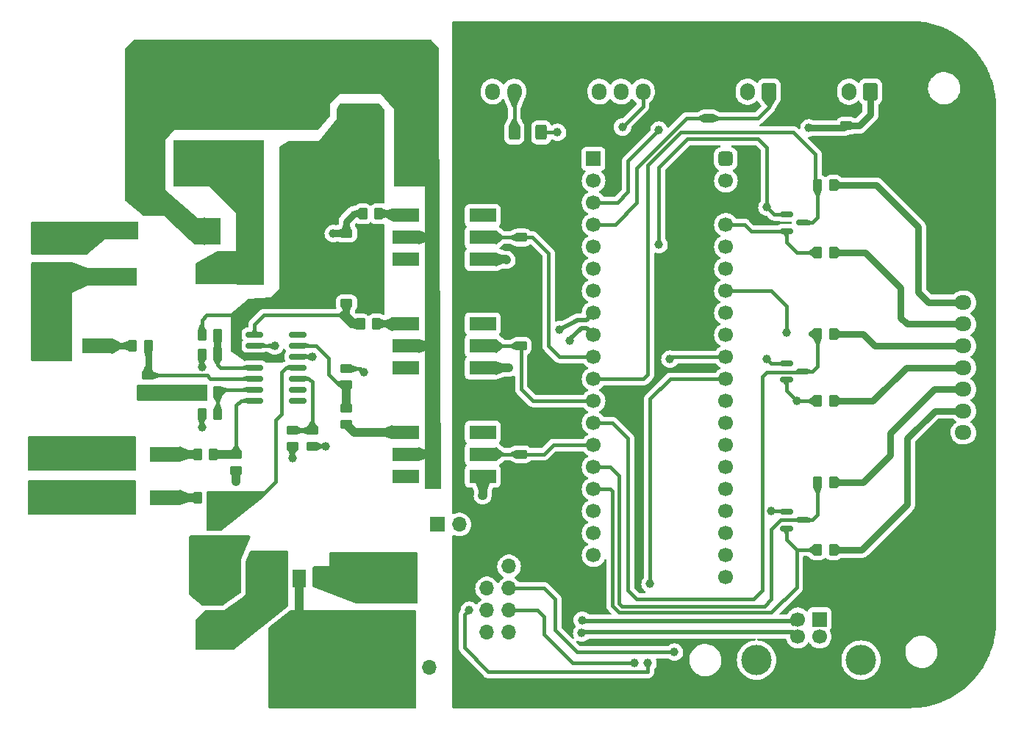
<source format=gbr>
%TF.GenerationSoftware,KiCad,Pcbnew,(7.0.0)*%
%TF.CreationDate,2023-04-04T17:42:21+07:00*%
%TF.ProjectId,3_phase_firing,335f7068-6173-4655-9f66-6972696e672e,rev?*%
%TF.SameCoordinates,Original*%
%TF.FileFunction,Copper,L1,Top*%
%TF.FilePolarity,Positive*%
%FSLAX46Y46*%
G04 Gerber Fmt 4.6, Leading zero omitted, Abs format (unit mm)*
G04 Created by KiCad (PCBNEW (7.0.0)) date 2023-04-04 17:42:21*
%MOMM*%
%LPD*%
G01*
G04 APERTURE LIST*
G04 Aperture macros list*
%AMRoundRect*
0 Rectangle with rounded corners*
0 $1 Rounding radius*
0 $2 $3 $4 $5 $6 $7 $8 $9 X,Y pos of 4 corners*
0 Add a 4 corners polygon primitive as box body*
4,1,4,$2,$3,$4,$5,$6,$7,$8,$9,$2,$3,0*
0 Add four circle primitives for the rounded corners*
1,1,$1+$1,$2,$3*
1,1,$1+$1,$4,$5*
1,1,$1+$1,$6,$7*
1,1,$1+$1,$8,$9*
0 Add four rect primitives between the rounded corners*
20,1,$1+$1,$2,$3,$4,$5,0*
20,1,$1+$1,$4,$5,$6,$7,0*
20,1,$1+$1,$6,$7,$8,$9,0*
20,1,$1+$1,$8,$9,$2,$3,0*%
G04 Aperture macros list end*
%TA.AperFunction,ComponentPad*%
%ADD10R,1.700000X1.700000*%
%TD*%
%TA.AperFunction,ComponentPad*%
%ADD11C,1.700000*%
%TD*%
%TA.AperFunction,ComponentPad*%
%ADD12C,3.500000*%
%TD*%
%TA.AperFunction,SMDPad,CuDef*%
%ADD13R,3.100000X1.600000*%
%TD*%
%TA.AperFunction,SMDPad,CuDef*%
%ADD14RoundRect,0.250000X0.262500X0.450000X-0.262500X0.450000X-0.262500X-0.450000X0.262500X-0.450000X0*%
%TD*%
%TA.AperFunction,SMDPad,CuDef*%
%ADD15RoundRect,0.250000X-0.450000X0.262500X-0.450000X-0.262500X0.450000X-0.262500X0.450000X0.262500X0*%
%TD*%
%TA.AperFunction,ComponentPad*%
%ADD16O,1.700000X1.700000*%
%TD*%
%TA.AperFunction,SMDPad,CuDef*%
%ADD17R,1.500000X2.000000*%
%TD*%
%TA.AperFunction,SMDPad,CuDef*%
%ADD18R,3.800000X2.000000*%
%TD*%
%TA.AperFunction,SMDPad,CuDef*%
%ADD19RoundRect,0.250000X0.450000X-0.262500X0.450000X0.262500X-0.450000X0.262500X-0.450000X-0.262500X0*%
%TD*%
%TA.AperFunction,SMDPad,CuDef*%
%ADD20RoundRect,0.150000X-0.587500X-0.150000X0.587500X-0.150000X0.587500X0.150000X-0.587500X0.150000X0*%
%TD*%
%TA.AperFunction,SMDPad,CuDef*%
%ADD21RoundRect,0.150000X-0.825000X-0.150000X0.825000X-0.150000X0.825000X0.150000X-0.825000X0.150000X0*%
%TD*%
%TA.AperFunction,SMDPad,CuDef*%
%ADD22RoundRect,0.250000X0.550000X-1.500000X0.550000X1.500000X-0.550000X1.500000X-0.550000X-1.500000X0*%
%TD*%
%TA.AperFunction,SMDPad,CuDef*%
%ADD23RoundRect,0.250000X1.500000X0.550000X-1.500000X0.550000X-1.500000X-0.550000X1.500000X-0.550000X0*%
%TD*%
%TA.AperFunction,SMDPad,CuDef*%
%ADD24RoundRect,0.250000X-0.400000X-0.625000X0.400000X-0.625000X0.400000X0.625000X-0.400000X0.625000X0*%
%TD*%
%TA.AperFunction,ComponentPad*%
%ADD25RoundRect,0.425000X-0.425000X-0.425000X0.425000X-0.425000X0.425000X0.425000X-0.425000X0.425000X0*%
%TD*%
%TA.AperFunction,ComponentPad*%
%ADD26RoundRect,0.250000X0.600000X0.725000X-0.600000X0.725000X-0.600000X-0.725000X0.600000X-0.725000X0*%
%TD*%
%TA.AperFunction,ComponentPad*%
%ADD27O,1.700000X1.950000*%
%TD*%
%TA.AperFunction,SMDPad,CuDef*%
%ADD28R,3.500000X1.800000*%
%TD*%
%TA.AperFunction,SMDPad,CuDef*%
%ADD29R,1.500000X1.300000*%
%TD*%
%TA.AperFunction,ComponentPad*%
%ADD30RoundRect,0.250000X0.600000X0.750000X-0.600000X0.750000X-0.600000X-0.750000X0.600000X-0.750000X0*%
%TD*%
%TA.AperFunction,ComponentPad*%
%ADD31O,1.700000X2.000000*%
%TD*%
%TA.AperFunction,SMDPad,CuDef*%
%ADD32RoundRect,0.250000X-0.262500X-0.450000X0.262500X-0.450000X0.262500X0.450000X-0.262500X0.450000X0*%
%TD*%
%TA.AperFunction,ComponentPad*%
%ADD33R,3.000000X3.000000*%
%TD*%
%TA.AperFunction,ComponentPad*%
%ADD34C,3.000000*%
%TD*%
%TA.AperFunction,SMDPad,CuDef*%
%ADD35R,1.100000X4.600000*%
%TD*%
%TA.AperFunction,SMDPad,CuDef*%
%ADD36R,10.800000X9.400000*%
%TD*%
%TA.AperFunction,ComponentPad*%
%ADD37RoundRect,0.250000X-0.725000X0.600000X-0.725000X-0.600000X0.725000X-0.600000X0.725000X0.600000X0*%
%TD*%
%TA.AperFunction,ComponentPad*%
%ADD38O,1.950000X1.700000*%
%TD*%
%TA.AperFunction,ViaPad*%
%ADD39C,1.000000*%
%TD*%
%TA.AperFunction,Conductor*%
%ADD40C,0.400000*%
%TD*%
%TA.AperFunction,Conductor*%
%ADD41C,0.500000*%
%TD*%
%TA.AperFunction,Conductor*%
%ADD42C,1.000000*%
%TD*%
%TA.AperFunction,Conductor*%
%ADD43C,0.800000*%
%TD*%
G04 APERTURE END LIST*
D10*
%TO.P,J4,1,VBUS*%
%TO.N,+5V*%
X165734999Y-111532499D03*
D11*
%TO.P,J4,2,D-*%
%TO.N,USB-*%
X163235000Y-111532500D03*
%TO.P,J4,3,D+*%
%TO.N,USB+*%
X163235000Y-113532500D03*
%TO.P,J4,4,GND*%
%TO.N,GND*%
X165735000Y-113532500D03*
D12*
%TO.P,J4,5,Shield*%
%TO.N,unconnected-(J4-Shield-Pad5)*%
X170505000Y-116242500D03*
X158465000Y-116242500D03*
%TD*%
D13*
%TO.P,U3,1*%
%TO.N,Net-(R16-Pad1)*%
X118054999Y-64959999D03*
%TO.P,U3,2*%
%TO.N,GNDS*%
X118054999Y-67499999D03*
%TO.P,U3,3,NC*%
%TO.N,unconnected-(U3-NC-Pad3)*%
X118054999Y-70039999D03*
%TO.P,U3,4*%
%TO.N,GND*%
X126944999Y-70039999D03*
%TO.P,U3,5*%
%TO.N,ZCD_A*%
X126944999Y-67499999D03*
%TO.P,U3,6*%
%TO.N,unconnected-(U3-Pad6)*%
X126944999Y-64959999D03*
%TD*%
D14*
%TO.P,R17,1*%
%TO.N,Net-(R17-Pad1)*%
X114704500Y-77470000D03*
%TO.P,R17,2*%
%TO.N,Net-(R14-Pad1)*%
X112879500Y-77470000D03*
%TD*%
D15*
%TO.P,R41,1*%
%TO.N,TRIAC_MODE*%
X168830000Y-54627000D03*
%TO.P,R41,2*%
%TO.N,+3.3V*%
X168830000Y-56452000D03*
%TD*%
D10*
%TO.P,JP2,1,A*%
%TO.N,GNDS*%
X121712999Y-100600999D03*
D16*
%TO.P,JP2,2,B*%
%TO.N,GND*%
X124252999Y-100600999D03*
%TD*%
D14*
%TO.P,R1,1*%
%TO.N,Net-(U1A-+)*%
X88412500Y-80000000D03*
%TO.P,R1,2*%
%TO.N,Net-(D2-K)*%
X86587500Y-80000000D03*
%TD*%
%TO.P,R22,1*%
%TO.N,Net-(J10-Pin_4)*%
X167329500Y-78630000D03*
%TO.P,R22,2*%
%TO.N,GATE_B1*%
X165504500Y-78630000D03*
%TD*%
D17*
%TO.P,U14,1,GND*%
%TO.N,GNDS*%
X108137999Y-106848999D03*
%TO.P,U14,2,VO*%
%TO.N,Net-(JP1-A)*%
X105837999Y-106848999D03*
D18*
X105837999Y-113148999D03*
D17*
%TO.P,U14,3,VI*%
%TO.N,VCC*%
X103537999Y-106848999D03*
%TD*%
D19*
%TO.P,R14,1*%
%TO.N,Net-(R14-Pad1)*%
X111252000Y-75080500D03*
%TO.P,R14,2*%
%TO.N,VCC*%
X111252000Y-73255500D03*
%TD*%
%TO.P,R42,1*%
%TO.N,SCR_MODE*%
X152955000Y-53761500D03*
%TO.P,R42,2*%
%TO.N,+3.3V*%
X152955000Y-51936500D03*
%TD*%
D20*
%TO.P,Q1,1,B*%
%TO.N,MODE_SELECT*%
X161923500Y-64853000D03*
%TO.P,Q1,2,C*%
%TO.N,GATE_A2*%
X161923500Y-66753000D03*
%TO.P,Q1,3,E*%
%TO.N,GATE_A1*%
X163798500Y-65803000D03*
%TD*%
D14*
%TO.P,R27,1*%
%TO.N,Net-(J10-Pin_7)*%
X167329500Y-103522000D03*
%TO.P,R27,2*%
%TO.N,GATE_C2*%
X165504500Y-103522000D03*
%TD*%
D21*
%TO.P,U1,1*%
%TO.N,Net-(R14-Pad1)*%
X100649000Y-78690000D03*
%TO.P,U1,2*%
%TO.N,Net-(R13-Pad1)*%
X100649000Y-79960000D03*
%TO.P,U1,3,V+*%
%TO.N,VCC*%
X100649000Y-81230000D03*
%TO.P,U1,4,-*%
%TO.N,Net-(U1A--)*%
X100649000Y-82500000D03*
%TO.P,U1,5,+*%
%TO.N,Net-(U1A-+)*%
X100649000Y-83770000D03*
%TO.P,U1,6,-*%
%TO.N,Net-(U1B--)*%
X100649000Y-85040000D03*
%TO.P,U1,7,+*%
%TO.N,Net-(U1B-+)*%
X100649000Y-86310000D03*
%TO.P,U1,8*%
%TO.N,N/C*%
X105599000Y-86310000D03*
%TO.P,U1,9*%
X105599000Y-85040000D03*
%TO.P,U1,10,-*%
%TO.N,Net-(U1C--)*%
X105599000Y-83770000D03*
%TO.P,U1,11,+*%
%TO.N,Net-(U1C-+)*%
X105599000Y-82500000D03*
%TO.P,U1,12,V-*%
%TO.N,GNDS*%
X105599000Y-81230000D03*
%TO.P,U1,13*%
%TO.N,Net-(R15-Pad1)*%
X105599000Y-79960000D03*
%TO.P,U1,14*%
%TO.N,N/C*%
X105599000Y-78690000D03*
%TD*%
D14*
%TO.P,R26,1*%
%TO.N,Net-(J10-Pin_6)*%
X167329500Y-95775000D03*
%TO.P,R26,2*%
%TO.N,GATE_C1*%
X165504500Y-95775000D03*
%TD*%
D22*
%TO.P,C3,1*%
%TO.N,VCC*%
X96948000Y-112699000D03*
%TO.P,C3,2*%
%TO.N,GNDS*%
X96948000Y-107299000D03*
%TD*%
%TO.P,C4,1*%
%TO.N,Net-(JP1-A)*%
X115744000Y-112699000D03*
%TO.P,C4,2*%
%TO.N,GNDS*%
X115744000Y-107299000D03*
%TD*%
D14*
%TO.P,R16,1*%
%TO.N,Net-(R16-Pad1)*%
X114958500Y-64770000D03*
%TO.P,R16,2*%
%TO.N,Net-(R13-Pad1)*%
X113133500Y-64770000D03*
%TD*%
%TO.P,R24,1*%
%TO.N,Net-(J10-Pin_2)*%
X167329500Y-61485000D03*
%TO.P,R24,2*%
%TO.N,GATE_A1*%
X165504500Y-61485000D03*
%TD*%
D19*
%TO.P,R18,1*%
%TO.N,Net-(R18-Pad1)*%
X111252000Y-89050500D03*
%TO.P,R18,2*%
%TO.N,Net-(R15-Pad1)*%
X111252000Y-87225500D03*
%TD*%
D13*
%TO.P,U5,1*%
%TO.N,Net-(R18-Pad1)*%
X118054999Y-89959999D03*
%TO.P,U5,2*%
%TO.N,GNDS*%
X118054999Y-92499999D03*
%TO.P,U5,3,NC*%
%TO.N,unconnected-(U5-NC-Pad3)*%
X118054999Y-95039999D03*
%TO.P,U5,4*%
%TO.N,GND*%
X126944999Y-95039999D03*
%TO.P,U5,5*%
%TO.N,ZCD_C*%
X126944999Y-92499999D03*
%TO.P,U5,6*%
%TO.N,unconnected-(U5-Pad6)*%
X126944999Y-89959999D03*
%TD*%
D23*
%TO.P,C1,1*%
%TO.N,/DB_D_OUT*%
X93505000Y-59563000D03*
%TO.P,C1,2*%
%TO.N,GNDS*%
X88105000Y-59563000D03*
%TD*%
D14*
%TO.P,R7,1*%
%TO.N,Net-(U1A--)*%
X96416500Y-78740000D03*
%TO.P,R7,2*%
%TO.N,VCC*%
X94591500Y-78740000D03*
%TD*%
%TO.P,R25,1*%
%TO.N,Net-(J10-Pin_5)*%
X167329500Y-86377000D03*
%TO.P,R25,2*%
%TO.N,GATE_B2*%
X165504500Y-86377000D03*
%TD*%
%TO.P,R5,1*%
%TO.N,Net-(U1C-+)*%
X95912500Y-97500000D03*
%TO.P,R5,2*%
%TO.N,Net-(D4-K)*%
X94087500Y-97500000D03*
%TD*%
%TO.P,R23,1*%
%TO.N,Net-(J10-Pin_3)*%
X167329500Y-69232000D03*
%TO.P,R23,2*%
%TO.N,GATE_A2*%
X165504500Y-69232000D03*
%TD*%
D24*
%TO.P,R40,1*%
%TO.N,Net-(J7-Pin_2)*%
X130580000Y-55389000D03*
%TO.P,R40,2*%
%TO.N,LED_INDICATOR_1*%
X133680000Y-55389000D03*
%TD*%
D19*
%TO.P,R15,1*%
%TO.N,Net-(R15-Pad1)*%
X111252000Y-84478500D03*
%TO.P,R15,2*%
%TO.N,VCC*%
X111252000Y-82653500D03*
%TD*%
%TO.P,R6,1*%
%TO.N,GNDS*%
X96012000Y-102663000D03*
%TO.P,R6,2*%
%TO.N,Net-(U1C-+)*%
X96012000Y-100838000D03*
%TD*%
D10*
%TO.P,U6,1,PB12*%
%TO.N,unconnected-(U6-PB12-Pad1)*%
X139699999Y-58419999D03*
D11*
%TO.P,U6,2,PB13*%
%TO.N,LED_INDICATOR_2*%
X139700000Y-60960000D03*
%TO.P,U6,3,PB14*%
%TO.N,TRIAC_MODE*%
X139700000Y-63500000D03*
%TO.P,U6,4,PB15*%
%TO.N,SCR_MODE*%
X139700000Y-66040000D03*
%TO.P,U6,5,PA8*%
%TO.N,MODE_SELECT*%
X139700000Y-68580000D03*
%TO.P,U6,6,PA9*%
%TO.N,unconnected-(U6-PA9-Pad6)*%
X139700000Y-71120000D03*
%TO.P,U6,7,PA10*%
%TO.N,unconnected-(U6-PA10-Pad7)*%
X139700000Y-73660000D03*
%TO.P,U6,8,PA11*%
%TO.N,USB+*%
X139700000Y-76200000D03*
%TO.P,U6,9,PA12*%
%TO.N,USB-*%
X139700000Y-78740000D03*
%TO.P,U6,10,PA15*%
%TO.N,ZCD_A*%
X139700000Y-81280000D03*
%TO.P,U6,11,PB3*%
%TO.N,GATE_A1*%
X139700000Y-83820000D03*
%TO.P,U6,12,PB4*%
%TO.N,ZCD_B*%
X139700000Y-86360000D03*
%TO.P,U6,13,PB5*%
%TO.N,GATE_B1*%
X139700000Y-88900000D03*
%TO.P,U6,14,PB6*%
%TO.N,ZCD_C*%
X139700000Y-91440000D03*
%TO.P,U6,15,PB7*%
%TO.N,GATE_C1*%
X139700000Y-93980000D03*
%TO.P,U6,16,PB8*%
%TO.N,GATE_C2*%
X139700000Y-96520000D03*
%TO.P,U6,17,PB9*%
%TO.N,unconnected-(U6-PB9-Pad17)*%
X139700000Y-99060000D03*
%TO.P,U6,18,5V*%
%TO.N,unconnected-(U6-5V-Pad18)*%
X139700000Y-101600000D03*
%TO.P,U6,19,GND*%
%TO.N,GND*%
X139700000Y-104140000D03*
%TO.P,U6,20,3V3*%
%TO.N,+3.3V*%
X139700000Y-106680000D03*
%TO.P,U6,21,VBat*%
%TO.N,unconnected-(U6-VBat-Pad21)*%
X154940000Y-106680000D03*
%TO.P,U6,22,PC13*%
%TO.N,LED_INDICATOR_1*%
X154940000Y-104140000D03*
%TO.P,U6,23,PC14*%
%TO.N,unconnected-(U6-PC14-Pad23)*%
X154940000Y-101600000D03*
%TO.P,U6,24,PC15*%
%TO.N,unconnected-(U6-PC15-Pad24)*%
X154940000Y-99060000D03*
%TO.P,U6,25,RES*%
%TO.N,unconnected-(U6-RES-Pad25)*%
X154940000Y-96520000D03*
%TO.P,U6,26,PA0*%
%TO.N,ANG_CNTR_A*%
X154940000Y-93980000D03*
%TO.P,U6,27,PA1*%
%TO.N,ANG_CNTR_B*%
X154940000Y-91440000D03*
%TO.P,U6,28,PA2*%
%TO.N,AUX_ADC1*%
X154940000Y-88900000D03*
%TO.P,U6,29,PA3*%
%TO.N,AUX_ADC2*%
X154940000Y-86360000D03*
%TO.P,U6,30,PA4*%
%TO.N,AUX_ADC3*%
X154940000Y-83820000D03*
%TO.P,U6,31,PA5*%
%TO.N,AUX_ADC4*%
X154940000Y-81280000D03*
%TO.P,U6,32,PA6*%
%TO.N,AUX_ADC5*%
X154940000Y-78740000D03*
%TO.P,U6,33,PA7*%
%TO.N,AUX_ADC6*%
X154940000Y-76200000D03*
%TO.P,U6,34,PB0*%
%TO.N,GATE_B2*%
X154940000Y-73660000D03*
%TO.P,U6,35,PB1*%
%TO.N,unconnected-(U6-PB1-Pad35)*%
X154940000Y-71120000D03*
%TO.P,U6,36,PB2*%
%TO.N,unconnected-(U6-PB2-Pad36)*%
X154940000Y-68580000D03*
%TO.P,U6,37,PB10*%
%TO.N,GATE_A2*%
X154940000Y-66040000D03*
%TO.P,U6,38,3V3*%
%TO.N,+3.3V*%
X154940000Y-63500000D03*
%TO.P,U6,39,GND*%
%TO.N,GND*%
X154940000Y-60960000D03*
D25*
%TO.P,U6,40,5V*%
%TO.N,+5V*%
X154940000Y-58420000D03*
%TD*%
D26*
%TO.P,J9,1,Pin_1*%
%TO.N,+3.3V*%
X147882000Y-50690000D03*
D27*
%TO.P,J9,2,Pin_2*%
%TO.N,ANG_CNTR_A*%
X145381999Y-50689999D03*
%TO.P,J9,3,Pin_3*%
%TO.N,ANG_CNTR_B*%
X142881999Y-50689999D03*
%TO.P,J9,4,Pin_4*%
%TO.N,GND*%
X140381999Y-50689999D03*
%TD*%
D10*
%TO.P,JP1,1,A*%
%TO.N,Net-(JP1-A)*%
X118278999Y-117110999D03*
D16*
%TO.P,JP1,2,B*%
%TO.N,+5V*%
X120818999Y-117110999D03*
%TD*%
D28*
%TO.P,D2,1,K*%
%TO.N,Net-(D2-K)*%
X82499999Y-79999999D03*
%TO.P,D2,2,A*%
%TO.N,PHASE_A*%
X77499999Y-79999999D03*
%TD*%
D15*
%TO.P,R13,1*%
%TO.N,Net-(R13-Pad1)*%
X111252000Y-67009000D03*
%TO.P,R13,2*%
%TO.N,VCC*%
X111252000Y-68834000D03*
%TD*%
D20*
%TO.P,Q2,1,B*%
%TO.N,MODE_SELECT*%
X161923500Y-81998000D03*
%TO.P,Q2,2,C*%
%TO.N,GATE_B2*%
X161923500Y-83898000D03*
%TO.P,Q2,3,E*%
%TO.N,GATE_B1*%
X163798500Y-82948000D03*
%TD*%
D29*
%TO.P,D1,1,+*%
%TO.N,/DB_D_OUT*%
X94873999Y-71891999D03*
%TO.P,D1,2,-*%
%TO.N,GNDS*%
X94873999Y-66791999D03*
%TO.P,D1,3*%
%TO.N,NEUT*%
X85973999Y-66791999D03*
%TO.P,D1,4*%
%TO.N,PHASE_A*%
X85973999Y-71891999D03*
%TD*%
D30*
%TO.P,J8,1,Pin_1*%
%TO.N,SCR_MODE*%
X159913332Y-50690000D03*
D31*
%TO.P,J8,2,Pin_2*%
%TO.N,GND*%
X157413331Y-50689999D03*
%TD*%
D19*
%TO.P,R4,1*%
%TO.N,GNDS*%
X98552000Y-94359100D03*
%TO.P,R4,2*%
%TO.N,Net-(U1B-+)*%
X98552000Y-92534100D03*
%TD*%
D32*
%TO.P,R8,1*%
%TO.N,GNDS*%
X94591500Y-81026000D03*
%TO.P,R8,2*%
%TO.N,Net-(U1A--)*%
X96416500Y-81026000D03*
%TD*%
D14*
%TO.P,R3,1*%
%TO.N,Net-(U1B-+)*%
X95912500Y-92500000D03*
%TO.P,R3,2*%
%TO.N,Net-(D3-K)*%
X94087500Y-92500000D03*
%TD*%
%TO.P,R9,1*%
%TO.N,Net-(U1B--)*%
X96416500Y-87884000D03*
%TO.P,R9,2*%
%TO.N,VCC*%
X94591500Y-87884000D03*
%TD*%
D13*
%TO.P,U4,1*%
%TO.N,Net-(R17-Pad1)*%
X118054999Y-77459999D03*
%TO.P,U4,2*%
%TO.N,GNDS*%
X118054999Y-79999999D03*
%TO.P,U4,3,NC*%
%TO.N,unconnected-(U4-NC-Pad3)*%
X118054999Y-82539999D03*
%TO.P,U4,4*%
%TO.N,GND*%
X126944999Y-82539999D03*
%TO.P,U4,5*%
%TO.N,ZCD_B*%
X126944999Y-79999999D03*
%TO.P,U4,6*%
%TO.N,unconnected-(U4-Pad6)*%
X126944999Y-77459999D03*
%TD*%
D19*
%TO.P,R20,1*%
%TO.N,ZCD_B*%
X131365000Y-80000000D03*
%TO.P,R20,2*%
%TO.N,+3.3V*%
X131365000Y-78175000D03*
%TD*%
D33*
%TO.P,J1,1,Pin_1*%
%TO.N,NEUT*%
X77499999Y-67499999D03*
D34*
%TO.P,J1,2,Pin_2*%
%TO.N,PHASE_A*%
X77500000Y-72580000D03*
%TD*%
D35*
%TO.P,U2,1,IN*%
%TO.N,/DB_D_OUT*%
X99959999Y-59149999D03*
D36*
%TO.P,U2,2,GND*%
%TO.N,GNDS*%
X102499999Y-49999999D03*
D35*
%TO.P,U2,3,OUT*%
%TO.N,VCC*%
X105039999Y-59149999D03*
%TD*%
D30*
%TO.P,J6,1,Pin_1*%
%TO.N,TRIAC_MODE*%
X171604000Y-50690000D03*
D31*
%TO.P,J6,2,Pin_2*%
%TO.N,GND*%
X169103999Y-50689999D03*
%TD*%
D15*
%TO.P,R11,1*%
%TO.N,Net-(U1C--)*%
X105003600Y-89765500D03*
%TO.P,R11,2*%
%TO.N,VCC*%
X105003600Y-91590500D03*
%TD*%
D26*
%TO.P,J7,1,Pin_1*%
%TO.N,+3.3V*%
X133080000Y-50690000D03*
D27*
%TO.P,J7,2,Pin_2*%
%TO.N,Net-(J7-Pin_2)*%
X130579999Y-50689999D03*
%TO.P,J7,3,Pin_3*%
%TO.N,GND*%
X128079999Y-50689999D03*
%TD*%
D19*
%TO.P,R12,1*%
%TO.N,GNDS*%
X107289600Y-91590500D03*
%TO.P,R12,2*%
%TO.N,Net-(U1C--)*%
X107289600Y-89765500D03*
%TD*%
D10*
%TO.P,J5,1,Pin_1*%
%TO.N,+3.3V*%
X127427999Y-105426999D03*
D16*
%TO.P,J5,2,Pin_2*%
%TO.N,GND*%
X129967999Y-105426999D03*
%TO.P,J5,3,Pin_3*%
%TO.N,AUX_ADC1*%
X127427999Y-107966999D03*
%TO.P,J5,4,Pin_4*%
%TO.N,AUX_ADC2*%
X129967999Y-107966999D03*
%TO.P,J5,5,Pin_5*%
%TO.N,AUX_ADC3*%
X127427999Y-110506999D03*
%TO.P,J5,6,Pin_6*%
%TO.N,AUX_ADC4*%
X129967999Y-110506999D03*
%TO.P,J5,7,Pin_7*%
%TO.N,unconnected-(J5-Pin_7-Pad7)*%
X127427999Y-113046999D03*
%TO.P,J5,8,Pin_8*%
%TO.N,unconnected-(J5-Pin_8-Pad8)*%
X129967999Y-113046999D03*
%TD*%
D22*
%TO.P,C2,1*%
%TO.N,VCC*%
X113792000Y-54008000D03*
%TO.P,C2,2*%
%TO.N,GNDS*%
X113792000Y-48608000D03*
%TD*%
D28*
%TO.P,D3,1,K*%
%TO.N,Net-(D3-K)*%
X90329999Y-92499999D03*
%TO.P,D3,2,A*%
%TO.N,PHASE_B*%
X85329999Y-92499999D03*
%TD*%
D32*
%TO.P,R10,1*%
%TO.N,GNDS*%
X94591500Y-85344000D03*
%TO.P,R10,2*%
%TO.N,Net-(U1B--)*%
X96416500Y-85344000D03*
%TD*%
D19*
%TO.P,R2,1*%
%TO.N,GNDS*%
X88392000Y-85240500D03*
%TO.P,R2,2*%
%TO.N,Net-(U1A-+)*%
X88392000Y-83415500D03*
%TD*%
D20*
%TO.P,Q3,1,B*%
%TO.N,MODE_SELECT*%
X161923500Y-99143000D03*
%TO.P,Q3,2,C*%
%TO.N,GATE_C2*%
X161923500Y-101043000D03*
%TO.P,Q3,3,E*%
%TO.N,GATE_C1*%
X163798500Y-100093000D03*
%TD*%
D28*
%TO.P,D4,1,K*%
%TO.N,Net-(D4-K)*%
X90329999Y-97499999D03*
%TO.P,D4,2,A*%
%TO.N,PHASE_C*%
X85329999Y-97499999D03*
%TD*%
D19*
%TO.P,R21,1*%
%TO.N,ZCD_C*%
X131365000Y-92500000D03*
%TO.P,R21,2*%
%TO.N,+3.3V*%
X131365000Y-90675000D03*
%TD*%
%TO.P,R19,1*%
%TO.N,ZCD_A*%
X131365000Y-67500000D03*
%TO.P,R19,2*%
%TO.N,+3.3V*%
X131365000Y-65675000D03*
%TD*%
D37*
%TO.P,J10,1,Pin_1*%
%TO.N,+3.3V*%
X182292000Y-72492500D03*
D38*
%TO.P,J10,2,Pin_2*%
%TO.N,Net-(J10-Pin_2)*%
X182291999Y-74992499D03*
%TO.P,J10,3,Pin_3*%
%TO.N,Net-(J10-Pin_3)*%
X182291999Y-77492499D03*
%TO.P,J10,4,Pin_4*%
%TO.N,Net-(J10-Pin_4)*%
X182291999Y-79992499D03*
%TO.P,J10,5,Pin_5*%
%TO.N,Net-(J10-Pin_5)*%
X182291999Y-82492499D03*
%TO.P,J10,6,Pin_6*%
%TO.N,Net-(J10-Pin_6)*%
X182291999Y-84992499D03*
%TO.P,J10,7,Pin_7*%
%TO.N,Net-(J10-Pin_7)*%
X182291999Y-87492499D03*
%TO.P,J10,8,Pin_8*%
%TO.N,GND*%
X182291999Y-89992499D03*
%TD*%
D33*
%TO.P,J2,1,Pin_1*%
%TO.N,PHASE_B*%
X77499999Y-92499999D03*
D34*
%TO.P,J2,2,Pin_2*%
%TO.N,PHASE_C*%
X77500000Y-97580000D03*
%TD*%
D39*
%TO.N,GNDS*%
X108839000Y-91567000D03*
X90122000Y-51847000D03*
X94589600Y-82448400D03*
X99122000Y-45847000D03*
X111122000Y-48847000D03*
X96059000Y-104411000D03*
X86788000Y-60977000D03*
X118157000Y-104665000D03*
X92630000Y-65803000D03*
X90122000Y-54847000D03*
X91106000Y-64279000D03*
X94865200Y-67885800D03*
X94154000Y-104411000D03*
X87122000Y-54847000D03*
X98552000Y-95681800D03*
X102122000Y-45847000D03*
X90043000Y-85394800D03*
X90122000Y-48847000D03*
X94027000Y-102633000D03*
X96186000Y-66819000D03*
X87296000Y-62755000D03*
X110283000Y-106697000D03*
X99122000Y-48847000D03*
X112569000Y-106824000D03*
X94865200Y-65701400D03*
X89328000Y-60977000D03*
X96122000Y-45847000D03*
X95551000Y-107332000D03*
X102122000Y-51847000D03*
X87122000Y-51847000D03*
X96122000Y-48847000D03*
X107289600Y-81280000D03*
X94789000Y-108856000D03*
X108122000Y-48847000D03*
X112696000Y-108729000D03*
X98345000Y-107332000D03*
X105122000Y-48847000D03*
X118157000Y-106697000D03*
X92811600Y-85369400D03*
X94027000Y-107078000D03*
X87122000Y-45847000D03*
X87122000Y-48847000D03*
X112569000Y-104792000D03*
X90122000Y-45847000D03*
X105122000Y-51847000D03*
X88566000Y-64279000D03*
X108122000Y-45847000D03*
X93646000Y-66819000D03*
X108122000Y-51847000D03*
X118157000Y-108602000D03*
X102122000Y-48847000D03*
X98345000Y-102633000D03*
X89836000Y-62755000D03*
X93122000Y-51847000D03*
X110283000Y-104792000D03*
X105122000Y-45847000D03*
X99122000Y-51847000D03*
X96122000Y-51847000D03*
X93122000Y-48847000D03*
X111122000Y-45847000D03*
X87122000Y-57847000D03*
X114122000Y-45847000D03*
X93122000Y-45847000D03*
X97837000Y-104411000D03*
%TO.N,GATE_B2*%
X161972000Y-78503000D03*
X163115000Y-86377000D03*
%TO.N,TRIAC_MODE*%
X147240000Y-55135000D03*
X164512000Y-54881000D03*
%TO.N,Net-(R13-Pad1)*%
X109728000Y-67056000D03*
X102997000Y-80010000D03*
%TO.N,GND*%
X126920000Y-97299000D03*
X129968000Y-82567000D03*
X129714000Y-70121000D03*
%TO.N,VCC*%
X113538000Y-71120000D03*
X105003600Y-92964000D03*
X110744000Y-71120000D03*
X101774000Y-110761000D03*
X100377000Y-106824000D03*
X103171000Y-109110000D03*
X113284000Y-83058000D03*
X100377000Y-109237000D03*
X112141000Y-71120000D03*
X94615000Y-89408000D03*
X100377000Y-104538000D03*
X103679000Y-104538000D03*
X98345000Y-110888000D03*
X99488000Y-112539000D03*
%TO.N,USB-*%
X136996265Y-79435265D03*
X138398999Y-111627001D03*
%TO.N,USB+*%
X135810000Y-78122000D03*
X138350000Y-113132500D03*
%TO.N,LED_INDICATOR_1*%
X135556000Y-55389000D03*
%TO.N,MODE_SELECT*%
X159686000Y-81551000D03*
X147240000Y-68343000D03*
X160194000Y-99077000D03*
X159686000Y-64025000D03*
%TO.N,ANG_CNTR_A*%
X143049000Y-54754000D03*
%TO.N,AUX_ADC2*%
X149018000Y-115333000D03*
%TO.N,AUX_ADC3*%
X145970000Y-116603000D03*
X125396000Y-110507000D03*
X146224000Y-107459000D03*
%TO.N,AUX_ADC4*%
X144446000Y-116603000D03*
X148510000Y-81551000D03*
%TD*%
D40*
%TO.N,AUX_ADC3*%
X124888000Y-114825000D02*
X124888000Y-111015000D01*
X124888000Y-111015000D02*
X125396000Y-110507000D01*
X127566000Y-117619000D02*
X124888000Y-114825000D01*
X145970000Y-117619000D02*
X127566000Y-117619000D01*
X145970000Y-116603000D02*
X145970000Y-117619000D01*
D41*
%TO.N,USB+*%
X137926604Y-77019999D02*
X138880001Y-77019999D01*
X138880001Y-77019999D02*
X139700000Y-76200000D01*
X135810000Y-78122000D02*
X137926604Y-77019999D01*
D42*
%TO.N,GNDS*%
X118055000Y-92500000D02*
X120694000Y-92500000D01*
X98552000Y-94408000D02*
X98552000Y-95681800D01*
D40*
X107289600Y-91590500D02*
X108815500Y-91590500D01*
X107239600Y-81230000D02*
X107289600Y-81280000D01*
D42*
X120694000Y-92500000D02*
X120777000Y-92583000D01*
X118055000Y-67500000D02*
X120967000Y-67500000D01*
X118055000Y-80000000D02*
X120767000Y-80000000D01*
D40*
X94591500Y-81026000D02*
X94591500Y-82446500D01*
X94591500Y-82446500D02*
X94589600Y-82448400D01*
X108815500Y-91590500D02*
X108839000Y-91567000D01*
D42*
X120967000Y-67500000D02*
X121031000Y-67564000D01*
D40*
X105599000Y-81230000D02*
X107239600Y-81230000D01*
D42*
X120767000Y-80000000D02*
X120904000Y-80137000D01*
D43*
%TO.N,Net-(D2-K)*%
X82500000Y-80000000D02*
X86587500Y-80000000D01*
D42*
%TO.N,Net-(D3-K)*%
X90000000Y-92500000D02*
X94087500Y-92500000D01*
%TO.N,Net-(D4-K)*%
X90000000Y-97500000D02*
X94087500Y-97500000D01*
D40*
%TO.N,GATE_B1*%
X165504500Y-82336500D02*
X164893000Y-82948000D01*
X143684000Y-90695000D02*
X143684000Y-108221000D01*
X159178000Y-83583000D02*
X159686000Y-83075000D01*
X139700000Y-88900000D02*
X141889000Y-88900000D01*
X159178000Y-108221000D02*
X159178000Y-83583000D01*
X158162000Y-109237000D02*
X159178000Y-108221000D01*
X144700000Y-109237000D02*
X158162000Y-109237000D01*
X141889000Y-88900000D02*
X143684000Y-90695000D01*
X143684000Y-108221000D02*
X144700000Y-109237000D01*
X164893000Y-82948000D02*
X163798500Y-82948000D01*
X163671500Y-83075000D02*
X163798500Y-82948000D01*
X159686000Y-83075000D02*
X163671500Y-83075000D01*
X165504500Y-78630000D02*
X165504500Y-82336500D01*
%TO.N,GATE_B2*%
X161972000Y-75455000D02*
X161972000Y-78503000D01*
X160177000Y-73660000D02*
X161718000Y-75201000D01*
X161718000Y-75201000D02*
X161972000Y-75455000D01*
X154940000Y-73660000D02*
X160177000Y-73660000D01*
X161923500Y-83898000D02*
X161923500Y-85185500D01*
X161923500Y-85185500D02*
X163115000Y-86377000D01*
X163115000Y-86377000D02*
X165504500Y-86377000D01*
%TO.N,GATE_A1*%
X139700000Y-83820000D02*
X142905000Y-83820000D01*
X145970000Y-59199000D02*
X149780000Y-55389000D01*
X165274000Y-61254500D02*
X165504500Y-61485000D01*
X149780000Y-55389000D02*
X162734000Y-55389000D01*
X145970000Y-83329000D02*
X145970000Y-59199000D01*
X142905000Y-83820000D02*
X142922000Y-83837000D01*
X165504500Y-61485000D02*
X165504500Y-65191500D01*
X165504500Y-65191500D02*
X164893000Y-65803000D01*
X145462000Y-83837000D02*
X145970000Y-83329000D01*
X162734000Y-55389000D02*
X165274000Y-57929000D01*
X164893000Y-65803000D02*
X163798500Y-65803000D01*
X142922000Y-83837000D02*
X145462000Y-83837000D01*
X165274000Y-57929000D02*
X165274000Y-61254500D01*
%TO.N,GATE_A2*%
X157908000Y-66819000D02*
X161857500Y-66819000D01*
X163115000Y-69232000D02*
X165504500Y-69232000D01*
X161923500Y-66753000D02*
X161923500Y-68040500D01*
X154940000Y-66040000D02*
X157129000Y-66040000D01*
X157129000Y-66040000D02*
X157908000Y-66819000D01*
X161923500Y-68040500D02*
X163115000Y-69232000D01*
X161857500Y-66819000D02*
X161923500Y-66753000D01*
%TO.N,GATE_C1*%
X161216761Y-100093000D02*
X163798500Y-100093000D01*
X164893000Y-100093000D02*
X163798500Y-100093000D01*
X160194000Y-109237000D02*
X160194000Y-101115761D01*
X142984000Y-110061000D02*
X159370000Y-110061000D01*
X139700000Y-93980000D02*
X141635000Y-93980000D01*
X165504500Y-99481500D02*
X164893000Y-100093000D01*
X160194000Y-101115761D02*
X161216761Y-100093000D01*
X159370000Y-110061000D02*
X160194000Y-109237000D01*
X142668000Y-109745000D02*
X142984000Y-110061000D01*
X165504500Y-95775000D02*
X165504500Y-99481500D01*
X141635000Y-93980000D02*
X142668000Y-95013000D01*
X142668000Y-95013000D02*
X142668000Y-109745000D01*
%TO.N,GATE_C2*%
X161923500Y-101043000D02*
X161923500Y-102330500D01*
X142668000Y-110761000D02*
X160194000Y-110761000D01*
X163115000Y-107840000D02*
X163115000Y-103522000D01*
X141635000Y-96520000D02*
X141906000Y-96791000D01*
X139700000Y-96520000D02*
X141635000Y-96520000D01*
X141906000Y-96791000D02*
X141906000Y-109999000D01*
X141906000Y-109999000D02*
X142668000Y-110761000D01*
X160194000Y-110761000D02*
X163115000Y-107840000D01*
X163115000Y-103522000D02*
X165504500Y-103522000D01*
X161923500Y-102330500D02*
X163115000Y-103522000D01*
D43*
%TO.N,TRIAC_MODE*%
X170334000Y-54627000D02*
X171604000Y-53357000D01*
X164512000Y-54881000D02*
X168576000Y-54881000D01*
X168576000Y-54881000D02*
X168830000Y-54627000D01*
D40*
X142431000Y-63500000D02*
X143684000Y-62247000D01*
D43*
X171604000Y-53357000D02*
X171604000Y-50690000D01*
D40*
X139700000Y-63500000D02*
X142431000Y-63500000D01*
X143684000Y-58691000D02*
X147240000Y-55135000D01*
D43*
X168830000Y-54627000D02*
X170334000Y-54627000D01*
D40*
X143684000Y-62247000D02*
X143684000Y-58691000D01*
D43*
%TO.N,Net-(R13-Pad1)*%
X109775000Y-67009000D02*
X109728000Y-67056000D01*
X112141000Y-64770000D02*
X111252000Y-65659000D01*
X111252000Y-65659000D02*
X111252000Y-67009000D01*
D40*
X100649000Y-79960000D02*
X102947000Y-79960000D01*
D43*
X111252000Y-67009000D02*
X109775000Y-67009000D01*
D40*
X102947000Y-79960000D02*
X102997000Y-80010000D01*
D43*
X113133500Y-64770000D02*
X112141000Y-64770000D01*
D40*
%TO.N,Net-(R14-Pad1)*%
X100649000Y-78690000D02*
X100649000Y-77532000D01*
D43*
X111252000Y-76454000D02*
X112268000Y-77470000D01*
D40*
X110490000Y-76454000D02*
X111252000Y-76454000D01*
D43*
X111252000Y-75080500D02*
X111252000Y-75819000D01*
D40*
X100649000Y-77532000D02*
X101727000Y-76454000D01*
X101727000Y-76454000D02*
X110490000Y-76454000D01*
X111125000Y-75819000D02*
X111252000Y-75819000D01*
X111760000Y-77724000D02*
X112625500Y-77724000D01*
X110490000Y-76454000D02*
X111760000Y-77724000D01*
D43*
X112268000Y-77470000D02*
X112879500Y-77470000D01*
D40*
X110490000Y-76454000D02*
X111125000Y-75819000D01*
D43*
X111252000Y-75819000D02*
X111252000Y-76454000D01*
D40*
X112625500Y-77724000D02*
X112879500Y-77470000D01*
%TO.N,Net-(R15-Pad1)*%
X105599000Y-79960000D02*
X107773000Y-79960000D01*
X109220000Y-81407000D02*
X109220000Y-83312000D01*
X109220000Y-83312000D02*
X110386500Y-84478500D01*
X110386500Y-84478500D02*
X111252000Y-84478500D01*
X107773000Y-79960000D02*
X109220000Y-81407000D01*
D42*
X111252000Y-87225500D02*
X111252000Y-84478500D01*
%TO.N,GND*%
X126945000Y-95040000D02*
X126945000Y-97274000D01*
X129633000Y-70040000D02*
X129714000Y-70121000D01*
X126945000Y-97274000D02*
X126920000Y-97299000D01*
X129941000Y-82540000D02*
X129968000Y-82567000D01*
X126945000Y-70040000D02*
X129633000Y-70040000D01*
X126945000Y-82540000D02*
X129941000Y-82540000D01*
D40*
%TO.N,VCC*%
X94591500Y-76985500D02*
X95123000Y-76454000D01*
X112847563Y-82653500D02*
X111252000Y-82653500D01*
X105003600Y-91590500D02*
X105003600Y-92964000D01*
X94591500Y-78740000D02*
X94591500Y-76985500D01*
X94591500Y-87884000D02*
X94591500Y-89384500D01*
X113284000Y-83058000D02*
X112847563Y-82653500D01*
X94591500Y-89384500D02*
X94615000Y-89408000D01*
X95123000Y-76454000D02*
X98679000Y-76454000D01*
D43*
%TO.N,Net-(R16-Pad1)*%
X117865000Y-64770000D02*
X118055000Y-64960000D01*
X114958500Y-64770000D02*
X117865000Y-64770000D01*
%TO.N,Net-(R17-Pad1)*%
X118045000Y-77470000D02*
X118055000Y-77460000D01*
X114704500Y-77470000D02*
X118045000Y-77470000D01*
D42*
%TO.N,Net-(R18-Pad1)*%
X112161500Y-89960000D02*
X111252000Y-89050500D01*
X118055000Y-89960000D02*
X112161500Y-89960000D01*
D40*
%TO.N,ZCD_A*%
X135793000Y-81280000D02*
X139700000Y-81280000D01*
X132681000Y-67500000D02*
X134540000Y-69359000D01*
X134540000Y-69359000D02*
X134540000Y-80027000D01*
X131365000Y-67500000D02*
X132681000Y-67500000D01*
X134540000Y-80027000D02*
X135793000Y-81280000D01*
X126945000Y-67500000D02*
X131365000Y-67500000D01*
%TO.N,ZCD_B*%
X131365000Y-84980000D02*
X132745000Y-86360000D01*
X132745000Y-86360000D02*
X139700000Y-86360000D01*
X126945000Y-80000000D02*
X131365000Y-80000000D01*
X131365000Y-80000000D02*
X131365000Y-84980000D01*
%TO.N,ZCD_C*%
X126945000Y-92500000D02*
X131365000Y-92500000D01*
X135065000Y-91440000D02*
X139700000Y-91440000D01*
X134005000Y-92500000D02*
X135065000Y-91440000D01*
X131365000Y-92500000D02*
X134005000Y-92500000D01*
%TO.N,Net-(J7-Pin_2)*%
X130580000Y-51683000D02*
X130580000Y-50690000D01*
X130580000Y-55389000D02*
X130580000Y-50690000D01*
D41*
%TO.N,USB-*%
X138299396Y-77920001D02*
X138880001Y-77920001D01*
X163235000Y-111532500D02*
X162685001Y-112082499D01*
X136996265Y-79435265D02*
X136996265Y-79223132D01*
X138880001Y-77920001D02*
X139700000Y-78740000D01*
X136996265Y-79223132D02*
X138299396Y-77920001D01*
X162734000Y-111777000D02*
X138548998Y-111777000D01*
%TO.N,USB+*%
X163235000Y-113532500D02*
X162685001Y-112982501D01*
X162685001Y-112982501D02*
X138499999Y-112982501D01*
X138499999Y-112982501D02*
X138350000Y-113132500D01*
D40*
%TO.N,Net-(U1A-+)*%
X100649000Y-83770000D02*
X95581000Y-83770000D01*
D43*
X88412500Y-83395000D02*
X88392000Y-83415500D01*
D40*
X95226500Y-83415500D02*
X88392000Y-83415500D01*
X95581000Y-83770000D02*
X95226500Y-83415500D01*
D43*
X88412500Y-80000000D02*
X88412500Y-83395000D01*
D40*
%TO.N,Net-(U1B-+)*%
X99110000Y-86310000D02*
X98552000Y-86868000D01*
X100649000Y-86310000D02*
X99110000Y-86310000D01*
X98552000Y-86868000D02*
X98552000Y-92506800D01*
D42*
X95919300Y-92506800D02*
X95912500Y-92500000D01*
X98552000Y-92506800D02*
X95919300Y-92506800D01*
%TO.N,Net-(U1C-+)*%
X96012000Y-97599500D02*
X95912500Y-97500000D01*
D40*
X103759000Y-83058000D02*
X103759000Y-87884000D01*
X105599000Y-82500000D02*
X104317000Y-82500000D01*
D42*
X96012000Y-100838000D02*
X96012000Y-97599500D01*
D40*
X103759000Y-87884000D02*
X103124000Y-88519000D01*
X104317000Y-82500000D02*
X103759000Y-83058000D01*
X101255000Y-97500000D02*
X95912500Y-97500000D01*
X103124000Y-88519000D02*
X103124000Y-95631000D01*
X103124000Y-95631000D02*
X101255000Y-97500000D01*
%TO.N,Net-(U1A--)*%
X96724000Y-82500000D02*
X96416500Y-82192500D01*
X96416500Y-82192500D02*
X96416500Y-81026000D01*
D43*
X96416500Y-78740000D02*
X96416500Y-81026000D01*
D40*
X100649000Y-82500000D02*
X96724000Y-82500000D01*
%TO.N,SCR_MODE*%
X159940000Y-50716668D02*
X159913332Y-50690000D01*
X144700000Y-59479050D02*
X150417550Y-53761500D01*
X139700000Y-66040000D02*
X142177000Y-66040000D01*
X150417550Y-53761500D02*
X152955000Y-53761500D01*
X144700000Y-63517000D02*
X144700000Y-59479050D01*
X152955000Y-53761500D02*
X158646500Y-53761500D01*
X142177000Y-66040000D02*
X144700000Y-63517000D01*
X159940000Y-52468000D02*
X159940000Y-50716668D01*
X158646500Y-53761500D02*
X159940000Y-52468000D01*
%TO.N,LED_INDICATOR_1*%
X133680000Y-55389000D02*
X135556000Y-55389000D01*
%TO.N,Net-(U1B--)*%
X96416500Y-87884000D02*
X96416500Y-85344000D01*
X100649000Y-85040000D02*
X96720500Y-85040000D01*
X96720500Y-85040000D02*
X96416500Y-85344000D01*
%TO.N,Net-(U1C--)*%
X105599000Y-83770000D02*
X106884000Y-83770000D01*
X106884000Y-83770000D02*
X107289600Y-84175600D01*
X105003600Y-89765500D02*
X107289600Y-89765500D01*
X107289600Y-84175600D02*
X107289600Y-89765500D01*
%TO.N,MODE_SELECT*%
X150542000Y-56151000D02*
X158670000Y-56151000D01*
X161862500Y-82059000D02*
X161923500Y-81998000D01*
X160194000Y-82059000D02*
X161862500Y-82059000D01*
X160514000Y-64853000D02*
X159686000Y-64025000D01*
X147240000Y-59453000D02*
X150542000Y-56151000D01*
X159686000Y-57167000D02*
X159686000Y-64025000D01*
X147240000Y-68343000D02*
X147240000Y-59453000D01*
X161857500Y-99077000D02*
X161923500Y-99143000D01*
X160194000Y-99077000D02*
X161857500Y-99077000D01*
X159686000Y-81551000D02*
X160194000Y-82059000D01*
X158670000Y-56151000D02*
X159686000Y-57167000D01*
X161923500Y-64853000D02*
X160514000Y-64853000D01*
%TO.N,ANG_CNTR_A*%
X143049000Y-54754000D02*
X145382000Y-52421000D01*
X145382000Y-52421000D02*
X145382000Y-50690000D01*
%TO.N,AUX_ADC2*%
X149018000Y-115333000D02*
X137842000Y-115333000D01*
X135302000Y-112793000D02*
X135302000Y-109237000D01*
X135302000Y-109237000D02*
X134032000Y-107967000D01*
X134032000Y-107967000D02*
X129968000Y-107967000D01*
X137842000Y-115333000D02*
X135302000Y-112793000D01*
%TO.N,AUX_ADC3*%
X148527000Y-83820000D02*
X146224000Y-86123000D01*
X154940000Y-83820000D02*
X148527000Y-83820000D01*
X146224000Y-86123000D02*
X146224000Y-107459000D01*
%TO.N,AUX_ADC4*%
X134032000Y-113301000D02*
X136826000Y-116095000D01*
X134032000Y-111269000D02*
X134032000Y-113301000D01*
X133270000Y-110507000D02*
X134032000Y-111269000D01*
X148510000Y-81551000D02*
X148781000Y-81280000D01*
X129968000Y-110507000D02*
X133270000Y-110507000D01*
X148781000Y-81280000D02*
X154940000Y-81280000D01*
X136826000Y-116095000D02*
X137334000Y-116603000D01*
X137334000Y-116603000D02*
X144446000Y-116603000D01*
D42*
%TO.N,Net-(JP1-A)*%
X105838000Y-106849000D02*
X105838000Y-113149000D01*
X117014000Y-117111000D02*
X115744000Y-115841000D01*
X118279000Y-117111000D02*
X117014000Y-117111000D01*
X115744000Y-115841000D02*
X115744000Y-112699000D01*
D43*
%TO.N,Net-(J10-Pin_2)*%
X177080000Y-66285000D02*
X177080000Y-73785000D01*
X172280000Y-61485000D02*
X177080000Y-66285000D01*
X178287500Y-74992500D02*
X182292000Y-74992500D01*
X167329500Y-61485000D02*
X172280000Y-61485000D01*
X177080000Y-73785000D02*
X178287500Y-74992500D01*
%TO.N,Net-(J10-Pin_3)*%
X175787500Y-77492500D02*
X182292000Y-77492500D01*
X171027000Y-69232000D02*
X175080000Y-73285000D01*
X175080000Y-76785000D02*
X175787500Y-77492500D01*
X175080000Y-73285000D02*
X175080000Y-76785000D01*
X167329500Y-69232000D02*
X171027000Y-69232000D01*
%TO.N,Net-(J10-Pin_4)*%
X167329500Y-78630000D02*
X170735000Y-78630000D01*
X172097500Y-79992500D02*
X182292000Y-79992500D01*
X170735000Y-78630000D02*
X172097500Y-79992500D01*
%TO.N,Net-(J10-Pin_5)*%
X171878000Y-86377000D02*
X175762500Y-82492500D01*
X167329500Y-86377000D02*
X171878000Y-86377000D01*
X175762500Y-82492500D02*
X182292000Y-82492500D01*
%TO.N,Net-(J10-Pin_6)*%
X178977500Y-84992500D02*
X182292000Y-84992500D01*
X173910000Y-90060000D02*
X178977500Y-84992500D01*
X173910000Y-92600000D02*
X173910000Y-90060000D01*
X170735000Y-95775000D02*
X173910000Y-92600000D01*
X167329500Y-95775000D02*
X170735000Y-95775000D01*
%TO.N,Net-(J10-Pin_7)*%
X175815000Y-98315000D02*
X175815000Y-90695000D01*
X179017500Y-87492500D02*
X182292000Y-87492500D01*
X175815000Y-90695000D02*
X179017500Y-87492500D01*
X167329500Y-103522000D02*
X170608000Y-103522000D01*
X170608000Y-103522000D02*
X175815000Y-98315000D01*
%TD*%
%TA.AperFunction,Conductor*%
%TO.N,Net-(U1B--)*%
G36*
X96615259Y-86673401D02*
G01*
X96619575Y-86678487D01*
X96906919Y-87331397D01*
X96907761Y-87337972D01*
X96904895Y-87343950D01*
X96425185Y-87875378D01*
X96419720Y-87878786D01*
X96413280Y-87878786D01*
X96407815Y-87875378D01*
X95928104Y-87343950D01*
X95925238Y-87337972D01*
X95926079Y-87331399D01*
X96213425Y-86678486D01*
X96217741Y-86673401D01*
X96224134Y-86671500D01*
X96608866Y-86671500D01*
X96615259Y-86673401D01*
G37*
%TD.AperFunction*%
%TD*%
%TA.AperFunction,Conductor*%
%TO.N,VCC*%
G36*
X94790259Y-77529401D02*
G01*
X94794575Y-77534487D01*
X95081919Y-78187397D01*
X95082761Y-78193972D01*
X95079895Y-78199950D01*
X94600185Y-78731378D01*
X94594720Y-78734786D01*
X94588280Y-78734786D01*
X94582815Y-78731378D01*
X94103104Y-78199950D01*
X94100238Y-78193972D01*
X94101079Y-78187399D01*
X94388425Y-77534486D01*
X94392741Y-77529401D01*
X94399134Y-77527500D01*
X94783866Y-77527500D01*
X94790259Y-77529401D01*
G37*
%TD.AperFunction*%
%TD*%
%TA.AperFunction,Conductor*%
%TO.N,GNDS*%
G36*
X119609858Y-79201822D02*
G01*
X119938539Y-79325077D01*
X120405000Y-79500000D01*
X120405000Y-80500000D01*
X120269000Y-80551000D01*
X120267224Y-80551665D01*
X120267222Y-80551666D01*
X119609858Y-80798177D01*
X119605063Y-80798902D01*
X119600387Y-80797620D01*
X118074159Y-80010398D01*
X118068592Y-80004175D01*
X118068592Y-79995825D01*
X118074159Y-79989602D01*
X119023375Y-79500000D01*
X119600388Y-79202378D01*
X119605063Y-79201097D01*
X119609858Y-79201822D01*
G37*
%TD.AperFunction*%
%TD*%
%TA.AperFunction,Conductor*%
%TO.N,Net-(J10-Pin_3)*%
G36*
X167837479Y-68724209D02*
G01*
X168227653Y-68956486D01*
X168348785Y-69028598D01*
X168352971Y-69032869D01*
X168354500Y-69038651D01*
X168354500Y-69425349D01*
X168352971Y-69431131D01*
X168348785Y-69435402D01*
X167837481Y-69739789D01*
X167829981Y-69741337D01*
X167823130Y-69737915D01*
X167527365Y-69435402D01*
X167336495Y-69240178D01*
X167333162Y-69232000D01*
X167336495Y-69223821D01*
X167823131Y-68726083D01*
X167829981Y-68722662D01*
X167837479Y-68724209D01*
G37*
%TD.AperFunction*%
%TD*%
%TA.AperFunction,Conductor*%
%TO.N,GNDS*%
G36*
X121025890Y-44715260D02*
G01*
X121068648Y-44747026D01*
X121888825Y-45684371D01*
X121911949Y-45723025D01*
X121920000Y-45767343D01*
X121920000Y-50800604D01*
X121916965Y-50800604D01*
X121916965Y-50800621D01*
X121920000Y-50800604D01*
X121920000Y-50927000D01*
X116586000Y-50927000D01*
X110490000Y-50927000D01*
X110481227Y-50935772D01*
X110481224Y-50935775D01*
X109355775Y-52061224D01*
X109355772Y-52061227D01*
X109347000Y-52070000D01*
X109347000Y-52082410D01*
X109347000Y-53420845D01*
X109339312Y-53464184D01*
X109317187Y-53502234D01*
X107987748Y-55073389D01*
X107944575Y-55106304D01*
X107891561Y-55118000D01*
X91440000Y-55118000D01*
X91431138Y-55127969D01*
X91431136Y-55127971D01*
X90431624Y-56252422D01*
X90431622Y-56252425D01*
X90424000Y-56261000D01*
X90424000Y-62103000D01*
X85745954Y-62103000D01*
X85743138Y-62092491D01*
X85734591Y-62079699D01*
X85725000Y-62031481D01*
X85725000Y-45772190D01*
X85734591Y-45723972D01*
X85761905Y-45683095D01*
X86704095Y-44740905D01*
X86744972Y-44713591D01*
X86793190Y-44704000D01*
X120973825Y-44704000D01*
X121025890Y-44715260D01*
G37*
%TD.AperFunction*%
%TD*%
%TA.AperFunction,Conductor*%
%TO.N,GND*%
G36*
X128499858Y-69241822D02*
G01*
X129287408Y-69537153D01*
X129292917Y-69541444D01*
X129295000Y-69548108D01*
X129295000Y-70531892D01*
X129292917Y-70538556D01*
X129287408Y-70542847D01*
X128499858Y-70838177D01*
X128495063Y-70838902D01*
X128490387Y-70837620D01*
X126964159Y-70050398D01*
X126958592Y-70044175D01*
X126958592Y-70035825D01*
X126964159Y-70029602D01*
X128490388Y-69242378D01*
X128495063Y-69241097D01*
X128499858Y-69241822D01*
G37*
%TD.AperFunction*%
%TD*%
%TA.AperFunction,Conductor*%
%TO.N,GATE_C1*%
G36*
X165513185Y-95783621D02*
G01*
X165992895Y-96315049D01*
X165995761Y-96321027D01*
X165994919Y-96327602D01*
X165707575Y-96980513D01*
X165703259Y-96985599D01*
X165696866Y-96987500D01*
X165312134Y-96987500D01*
X165305741Y-96985599D01*
X165301425Y-96980513D01*
X165014080Y-96327602D01*
X165013238Y-96321027D01*
X165016103Y-96315051D01*
X165495815Y-95783620D01*
X165501280Y-95780213D01*
X165507720Y-95780213D01*
X165513185Y-95783621D01*
G37*
%TD.AperFunction*%
%TD*%
%TA.AperFunction,Conductor*%
%TO.N,Net-(R13-Pad1)*%
G36*
X101914875Y-79757941D02*
G01*
X101921438Y-79762048D01*
X101924000Y-79769354D01*
X101924000Y-80150646D01*
X101921438Y-80157952D01*
X101914875Y-80162058D01*
X101853617Y-80175880D01*
X101534547Y-80247872D01*
X101528339Y-80247581D01*
X101231603Y-80150646D01*
X100682045Y-79971121D01*
X100676208Y-79966870D01*
X100673979Y-79960000D01*
X100676208Y-79953130D01*
X100682045Y-79948878D01*
X101528342Y-79672417D01*
X101534545Y-79672127D01*
X101914875Y-79757941D01*
G37*
%TD.AperFunction*%
%TD*%
%TA.AperFunction,Conductor*%
%TO.N,PHASE_B*%
G36*
X86932000Y-90440881D02*
G01*
X86978119Y-90487000D01*
X86995000Y-90550000D01*
X86995000Y-94235000D01*
X86978119Y-94298000D01*
X86932000Y-94344119D01*
X86869000Y-94361000D01*
X74675000Y-94361000D01*
X74612000Y-94344119D01*
X74565881Y-94298000D01*
X74549000Y-94235000D01*
X74549000Y-90550000D01*
X74565881Y-90487000D01*
X74612000Y-90440881D01*
X74675000Y-90424000D01*
X86869000Y-90424000D01*
X86932000Y-90440881D01*
G37*
%TD.AperFunction*%
%TD*%
%TA.AperFunction,Conductor*%
%TO.N,Net-(D3-K)*%
G36*
X92085115Y-91602273D02*
G01*
X92973051Y-91996911D01*
X92973052Y-91996912D01*
X92978110Y-92001229D01*
X92980000Y-92007604D01*
X92980000Y-92992396D01*
X92978110Y-92998771D01*
X92973052Y-93003088D01*
X92085118Y-93397725D01*
X92080035Y-93398728D01*
X92075017Y-93397439D01*
X90349244Y-92510405D01*
X90343666Y-92504180D01*
X90343666Y-92495820D01*
X90349245Y-92489594D01*
X92075021Y-91602558D01*
X92080035Y-91601271D01*
X92085115Y-91602273D01*
G37*
%TD.AperFunction*%
%TD*%
%TA.AperFunction,Conductor*%
%TO.N,Net-(U1C--)*%
G36*
X105556200Y-89275079D02*
G01*
X106209113Y-89562425D01*
X106214199Y-89566741D01*
X106216100Y-89573134D01*
X106216100Y-89957866D01*
X106214199Y-89964259D01*
X106209113Y-89968575D01*
X105556202Y-90255919D01*
X105549627Y-90256761D01*
X105543649Y-90253895D01*
X105012221Y-89774184D01*
X105008813Y-89768719D01*
X105008813Y-89762279D01*
X105012219Y-89756816D01*
X105543651Y-89277103D01*
X105549627Y-89274238D01*
X105556200Y-89275079D01*
G37*
%TD.AperFunction*%
%TD*%
%TA.AperFunction,Conductor*%
%TO.N,GNDS*%
G36*
X90424000Y-62077600D02*
G01*
X94132400Y-65227200D01*
X96648000Y-65227200D01*
X96711000Y-65244081D01*
X96757119Y-65290200D01*
X96774000Y-65353200D01*
X96774000Y-68200000D01*
X96757119Y-68263000D01*
X96711000Y-68309119D01*
X96648000Y-68326000D01*
X93870456Y-68326000D01*
X93829883Y-68319289D01*
X93793632Y-68299871D01*
X93172805Y-67822311D01*
X93162110Y-67813085D01*
X90229526Y-64981625D01*
X90229525Y-64981624D01*
X90220800Y-64973200D01*
X90208671Y-64973200D01*
X87877608Y-64973200D01*
X87835725Y-64966035D01*
X87798605Y-64945355D01*
X85797397Y-63334627D01*
X85762755Y-63290885D01*
X85750400Y-63236472D01*
X85750400Y-62119590D01*
X85750400Y-61874400D01*
X90424000Y-61874400D01*
X90424000Y-62077600D01*
G37*
%TD.AperFunction*%
%TD*%
%TA.AperFunction,Conductor*%
%TO.N,Net-(U1B--)*%
G36*
X96425185Y-85352621D02*
G01*
X96904895Y-85884049D01*
X96907761Y-85890027D01*
X96906919Y-85896602D01*
X96619575Y-86549513D01*
X96615259Y-86554599D01*
X96608866Y-86556500D01*
X96224134Y-86556500D01*
X96217741Y-86554599D01*
X96213425Y-86549513D01*
X95926080Y-85896602D01*
X95925238Y-85890027D01*
X95928103Y-85884051D01*
X96407815Y-85352620D01*
X96413280Y-85349213D01*
X96419720Y-85349213D01*
X96425185Y-85352621D01*
G37*
%TD.AperFunction*%
%TD*%
%TA.AperFunction,Conductor*%
%TO.N,GNDS*%
G36*
X108684193Y-91201114D02*
G01*
X108689988Y-91207188D01*
X108838123Y-91562498D01*
X108839024Y-91567000D01*
X108838123Y-91571502D01*
X108689717Y-91927461D01*
X108684280Y-91933358D01*
X108676324Y-91934368D01*
X108378343Y-91866605D01*
X108052779Y-91792570D01*
X108046229Y-91788460D01*
X108043674Y-91781162D01*
X108043674Y-91399201D01*
X108045985Y-91392219D01*
X108052006Y-91387996D01*
X108301686Y-91312945D01*
X108675822Y-91200485D01*
X108684193Y-91201114D01*
G37*
%TD.AperFunction*%
%TD*%
%TA.AperFunction,Conductor*%
%TO.N,ZCD_B*%
G36*
X130824950Y-79511604D02*
G01*
X131356378Y-79991315D01*
X131359786Y-79996780D01*
X131359786Y-80003220D01*
X131356378Y-80008685D01*
X130824950Y-80488395D01*
X130818972Y-80491261D01*
X130812397Y-80490419D01*
X130159487Y-80203075D01*
X130154401Y-80198759D01*
X130152500Y-80192366D01*
X130152500Y-79807634D01*
X130154401Y-79801241D01*
X130159487Y-79796925D01*
X130812399Y-79509579D01*
X130818972Y-79508738D01*
X130824950Y-79511604D01*
G37*
%TD.AperFunction*%
%TD*%
%TA.AperFunction,Conductor*%
%TO.N,Net-(J10-Pin_4)*%
G36*
X167837479Y-78122209D02*
G01*
X168227653Y-78354486D01*
X168348785Y-78426598D01*
X168352971Y-78430869D01*
X168354500Y-78436651D01*
X168354500Y-78823349D01*
X168352971Y-78829131D01*
X168348785Y-78833402D01*
X167837481Y-79137789D01*
X167829981Y-79139337D01*
X167823130Y-79135915D01*
X167527365Y-78833402D01*
X167336495Y-78638178D01*
X167333162Y-78630000D01*
X167336495Y-78621821D01*
X167823131Y-78124083D01*
X167829981Y-78120662D01*
X167837479Y-78122209D01*
G37*
%TD.AperFunction*%
%TD*%
%TA.AperFunction,Conductor*%
%TO.N,Net-(U1A--)*%
G36*
X96424482Y-81034900D02*
G01*
X96904045Y-81565120D01*
X96907022Y-81571932D01*
X96905293Y-81579163D01*
X96591155Y-82082472D01*
X96589503Y-82084550D01*
X96319242Y-82354811D01*
X96312720Y-82358106D01*
X96305515Y-82356889D01*
X96300438Y-82351635D01*
X95926457Y-81578755D01*
X95925407Y-81572009D01*
X95928300Y-81565826D01*
X96407119Y-81034910D01*
X96412578Y-81031502D01*
X96419016Y-81031497D01*
X96424482Y-81034900D01*
G37*
%TD.AperFunction*%
%TD*%
%TA.AperFunction,Conductor*%
%TO.N,Net-(R14-Pad1)*%
G36*
X112499404Y-76815513D02*
G01*
X112874895Y-77461568D01*
X112876226Y-77469866D01*
X112871651Y-77476916D01*
X112373096Y-77838729D01*
X112366876Y-77840942D01*
X112360449Y-77839435D01*
X111862233Y-77556644D01*
X111706129Y-77468038D01*
X111701326Y-77462860D01*
X111700378Y-77455861D01*
X111703630Y-77449593D01*
X112256652Y-76896571D01*
X112260842Y-76893880D01*
X112485209Y-76810425D01*
X112493235Y-76810378D01*
X112499404Y-76815513D01*
G37*
%TD.AperFunction*%
%TD*%
%TA.AperFunction,Conductor*%
%TO.N,Net-(U1B--)*%
G36*
X99769657Y-84752417D02*
G01*
X100434235Y-84969516D01*
X100615953Y-85028878D01*
X100621791Y-85033130D01*
X100624020Y-85040000D01*
X100621791Y-85046870D01*
X100615953Y-85051122D01*
X99769660Y-85327581D01*
X99763452Y-85327872D01*
X99471520Y-85262003D01*
X99383124Y-85242058D01*
X99376562Y-85237952D01*
X99374000Y-85230646D01*
X99374000Y-84849354D01*
X99376562Y-84842048D01*
X99383124Y-84837941D01*
X99763454Y-84752127D01*
X99769657Y-84752417D01*
G37*
%TD.AperFunction*%
%TD*%
%TA.AperFunction,Conductor*%
%TO.N,Net-(U1C-+)*%
G36*
X104719657Y-82212417D02*
G01*
X105384235Y-82429516D01*
X105565953Y-82488878D01*
X105571791Y-82493130D01*
X105574020Y-82500000D01*
X105571791Y-82506870D01*
X105565953Y-82511122D01*
X104719660Y-82787581D01*
X104713452Y-82787872D01*
X104421520Y-82722003D01*
X104333124Y-82702058D01*
X104326562Y-82697952D01*
X104324000Y-82690646D01*
X104324000Y-82309354D01*
X104326562Y-82302048D01*
X104333124Y-82297941D01*
X104713454Y-82212127D01*
X104719657Y-82212417D01*
G37*
%TD.AperFunction*%
%TD*%
%TA.AperFunction,Conductor*%
%TO.N,VCC*%
G36*
X115054785Y-52084000D02*
G01*
X115099681Y-52122889D01*
X115593659Y-52816239D01*
X115611033Y-52850910D01*
X115617040Y-52889223D01*
X115627680Y-63481084D01*
X115613907Y-63538492D01*
X115575496Y-63583325D01*
X115520879Y-63605740D01*
X115462048Y-63600816D01*
X115381951Y-63574275D01*
X115381949Y-63574274D01*
X115375426Y-63572113D01*
X115368589Y-63571414D01*
X115368587Y-63571414D01*
X115274729Y-63561825D01*
X115274723Y-63561824D01*
X115271545Y-63561500D01*
X115268339Y-63561500D01*
X114648661Y-63561500D01*
X114648641Y-63561500D01*
X114645456Y-63561501D01*
X114642279Y-63561825D01*
X114642270Y-63561826D01*
X114548411Y-63571414D01*
X114548405Y-63571415D01*
X114541574Y-63572113D01*
X114535058Y-63574271D01*
X114535049Y-63574274D01*
X114380225Y-63625577D01*
X114380219Y-63625579D01*
X114373262Y-63627885D01*
X114367026Y-63631730D01*
X114367018Y-63631735D01*
X114228595Y-63717116D01*
X114228590Y-63717119D01*
X114222348Y-63720970D01*
X114217158Y-63726159D01*
X114217154Y-63726163D01*
X114135095Y-63808223D01*
X114078611Y-63840835D01*
X114013389Y-63840835D01*
X113956905Y-63808223D01*
X113874845Y-63726163D01*
X113874845Y-63726162D01*
X113869652Y-63720970D01*
X113787729Y-63670439D01*
X113724981Y-63631735D01*
X113724976Y-63631732D01*
X113718738Y-63627885D01*
X113711776Y-63625578D01*
X113711774Y-63625577D01*
X113556951Y-63574275D01*
X113556949Y-63574274D01*
X113550426Y-63572113D01*
X113543589Y-63571414D01*
X113543587Y-63571414D01*
X113449729Y-63561825D01*
X113449723Y-63561824D01*
X113446545Y-63561500D01*
X113443339Y-63561500D01*
X112823661Y-63561500D01*
X112823641Y-63561500D01*
X112820456Y-63561501D01*
X112817279Y-63561825D01*
X112817270Y-63561826D01*
X112723411Y-63571414D01*
X112723405Y-63571415D01*
X112716574Y-63572113D01*
X112710058Y-63574271D01*
X112710049Y-63574274D01*
X112555225Y-63625577D01*
X112555219Y-63625579D01*
X112548262Y-63627885D01*
X112542026Y-63631730D01*
X112542018Y-63631735D01*
X112403591Y-63717118D01*
X112403583Y-63717123D01*
X112397348Y-63720970D01*
X112392164Y-63726153D01*
X112392160Y-63726157D01*
X112302191Y-63816126D01*
X112249707Y-63847593D01*
X112237236Y-63851380D01*
X112231427Y-63853145D01*
X112190911Y-63858080D01*
X112188810Y-63857748D01*
X112182223Y-63858093D01*
X112182219Y-63858093D01*
X112120520Y-63861327D01*
X112113926Y-63861500D01*
X112093390Y-63861500D01*
X112090129Y-63861842D01*
X112090121Y-63861843D01*
X112072964Y-63863646D01*
X112066399Y-63864162D01*
X112004695Y-63867397D01*
X112004693Y-63867397D01*
X111998097Y-63867743D01*
X111991721Y-63869451D01*
X111991716Y-63869452D01*
X111984503Y-63871385D01*
X111965084Y-63874984D01*
X111957643Y-63875766D01*
X111957631Y-63875768D01*
X111951072Y-63876458D01*
X111944798Y-63878496D01*
X111944791Y-63878498D01*
X111886028Y-63897591D01*
X111879707Y-63899463D01*
X111820012Y-63915459D01*
X111820003Y-63915462D01*
X111813630Y-63917170D01*
X111807749Y-63920166D01*
X111807742Y-63920169D01*
X111801083Y-63923562D01*
X111782831Y-63931123D01*
X111775720Y-63933433D01*
X111775714Y-63933435D01*
X111769444Y-63935473D01*
X111763729Y-63938771D01*
X111763723Y-63938775D01*
X111710220Y-63969663D01*
X111704431Y-63972807D01*
X111649353Y-64000872D01*
X111649343Y-64000878D01*
X111643470Y-64003871D01*
X111638344Y-64008021D01*
X111638334Y-64008028D01*
X111632524Y-64012733D01*
X111616246Y-64023920D01*
X111609774Y-64027656D01*
X111609758Y-64027667D01*
X111604056Y-64030960D01*
X111599155Y-64035372D01*
X111599149Y-64035377D01*
X111553221Y-64076728D01*
X111548219Y-64081001D01*
X111534822Y-64091851D01*
X111534807Y-64091863D01*
X111532259Y-64093928D01*
X111529935Y-64096251D01*
X111529927Y-64096259D01*
X111517730Y-64108456D01*
X111512949Y-64112992D01*
X111467042Y-64154326D01*
X111467033Y-64154335D01*
X111462134Y-64158747D01*
X111458254Y-64164086D01*
X111458254Y-64164087D01*
X111453858Y-64170137D01*
X111441022Y-64185163D01*
X110667163Y-64959022D01*
X110652137Y-64971858D01*
X110640747Y-64980134D01*
X110636335Y-64985033D01*
X110636326Y-64985042D01*
X110594992Y-65030949D01*
X110590456Y-65035730D01*
X110578259Y-65047927D01*
X110578251Y-65047935D01*
X110575928Y-65050259D01*
X110573863Y-65052807D01*
X110573851Y-65052822D01*
X110563001Y-65066219D01*
X110558728Y-65071221D01*
X110517377Y-65117149D01*
X110517372Y-65117155D01*
X110512960Y-65122056D01*
X110509667Y-65127758D01*
X110509656Y-65127774D01*
X110505920Y-65134246D01*
X110494733Y-65150524D01*
X110490025Y-65156337D01*
X110490016Y-65156350D01*
X110485871Y-65161470D01*
X110482877Y-65167345D01*
X110482875Y-65167349D01*
X110454815Y-65222420D01*
X110451668Y-65228216D01*
X110417473Y-65287444D01*
X110415433Y-65293719D01*
X110415429Y-65293730D01*
X110413117Y-65300845D01*
X110405562Y-65319084D01*
X110402170Y-65325741D01*
X110402166Y-65325751D01*
X110399171Y-65331630D01*
X110397462Y-65338005D01*
X110397462Y-65338007D01*
X110381472Y-65397678D01*
X110379600Y-65403996D01*
X110360496Y-65462795D01*
X110360493Y-65462807D01*
X110358458Y-65469072D01*
X110357769Y-65475620D01*
X110357767Y-65475633D01*
X110356984Y-65483084D01*
X110353385Y-65502503D01*
X110351452Y-65509716D01*
X110351451Y-65509721D01*
X110349743Y-65516097D01*
X110349397Y-65522693D01*
X110349397Y-65522695D01*
X110346162Y-65584399D01*
X110345645Y-65590964D01*
X110343500Y-65611390D01*
X110343500Y-65614683D01*
X110343500Y-65631926D01*
X110343327Y-65638520D01*
X110340149Y-65699165D01*
X110339748Y-65706810D01*
X110340780Y-65713324D01*
X110341949Y-65720705D01*
X110343500Y-65740417D01*
X110343500Y-65892910D01*
X110340702Y-65919315D01*
X110331096Y-65964135D01*
X110310769Y-66010481D01*
X110273847Y-66045090D01*
X110226285Y-66062381D01*
X110052642Y-66088000D01*
X109997677Y-66083924D01*
X109931630Y-66063890D01*
X109931625Y-66063889D01*
X109925701Y-66062092D01*
X109919541Y-66061485D01*
X109919535Y-66061484D01*
X109734163Y-66043227D01*
X109728000Y-66042620D01*
X109721837Y-66043227D01*
X109536461Y-66061484D01*
X109536450Y-66061486D01*
X109530299Y-66062092D01*
X109524382Y-66063886D01*
X109524376Y-66063888D01*
X109346119Y-66117962D01*
X109346116Y-66117963D01*
X109340196Y-66119759D01*
X109334738Y-66122676D01*
X109334734Y-66122678D01*
X109170454Y-66210487D01*
X109170449Y-66210490D01*
X109164996Y-66213405D01*
X109160217Y-66217326D01*
X109160211Y-66217331D01*
X109016211Y-66335509D01*
X109016205Y-66335514D01*
X109011432Y-66339432D01*
X109007514Y-66344205D01*
X109007509Y-66344211D01*
X108889331Y-66488211D01*
X108889326Y-66488217D01*
X108885405Y-66492996D01*
X108882490Y-66498449D01*
X108882487Y-66498454D01*
X108828792Y-66598911D01*
X108791759Y-66668196D01*
X108789963Y-66674116D01*
X108789962Y-66674119D01*
X108735888Y-66852376D01*
X108735886Y-66852382D01*
X108734092Y-66858299D01*
X108733486Y-66864450D01*
X108733484Y-66864461D01*
X108715227Y-67049837D01*
X108714620Y-67056000D01*
X108715227Y-67062163D01*
X108733484Y-67247538D01*
X108733485Y-67247547D01*
X108734092Y-67253701D01*
X108735887Y-67259619D01*
X108735888Y-67259623D01*
X108784261Y-67419087D01*
X108791759Y-67443804D01*
X108885405Y-67619004D01*
X108889330Y-67623787D01*
X108889331Y-67623788D01*
X108983804Y-67738904D01*
X109011432Y-67772568D01*
X109164996Y-67898595D01*
X109340196Y-67992241D01*
X109530299Y-68049908D01*
X109536460Y-68050514D01*
X109536461Y-68050515D01*
X109721837Y-68068773D01*
X109728000Y-68069380D01*
X109925701Y-68049908D01*
X110115804Y-67992241D01*
X110156739Y-67970359D01*
X110194542Y-67957347D01*
X110234520Y-67956832D01*
X110630845Y-68015305D01*
X110638828Y-68016748D01*
X110641039Y-68017221D01*
X110647574Y-68019387D01*
X110680345Y-68022734D01*
X110685885Y-68023426D01*
X110720760Y-68028572D01*
X110737040Y-68028929D01*
X110747066Y-68029551D01*
X110751455Y-68030000D01*
X110784306Y-68029999D01*
X110787075Y-68030028D01*
X110848260Y-68031375D01*
X110853995Y-68030785D01*
X110854006Y-68030898D01*
X110856075Y-68030815D01*
X110856080Y-68030954D01*
X110867634Y-68029999D01*
X111749338Y-68029999D01*
X111752544Y-68029999D01*
X111856426Y-68019387D01*
X112024738Y-67963615D01*
X112175652Y-67870530D01*
X112301030Y-67745152D01*
X112394115Y-67594238D01*
X112449887Y-67425926D01*
X112460500Y-67322045D01*
X112460499Y-66695956D01*
X112449887Y-66592074D01*
X112394115Y-66423762D01*
X112301030Y-66272848D01*
X112248472Y-66220290D01*
X112226887Y-66191411D01*
X112214365Y-66157600D01*
X112212407Y-66148462D01*
X112197640Y-66079559D01*
X112200001Y-66017475D01*
X112231745Y-65964066D01*
X112314182Y-65881629D01*
X112361331Y-65851912D01*
X112416689Y-65845442D01*
X112469421Y-65863485D01*
X112498840Y-65881631D01*
X112542016Y-65908263D01*
X112542019Y-65908264D01*
X112548262Y-65912115D01*
X112716574Y-65967887D01*
X112820455Y-65978500D01*
X113446544Y-65978499D01*
X113550426Y-65967887D01*
X113718738Y-65912115D01*
X113869652Y-65819030D01*
X113956905Y-65731776D01*
X114013389Y-65699165D01*
X114078611Y-65699165D01*
X114135095Y-65731777D01*
X114222348Y-65819030D01*
X114275658Y-65851912D01*
X114367018Y-65908264D01*
X114367020Y-65908265D01*
X114373262Y-65912115D01*
X114541574Y-65967887D01*
X114645455Y-65978500D01*
X115271544Y-65978499D01*
X115375426Y-65967887D01*
X115464637Y-65938325D01*
X115523404Y-65933393D01*
X115577981Y-65955743D01*
X115616408Y-66000480D01*
X115630268Y-66057804D01*
X115640577Y-76319753D01*
X115621383Y-76386727D01*
X115569535Y-76433263D01*
X115500884Y-76445134D01*
X115440910Y-76420550D01*
X115440652Y-76420970D01*
X115434408Y-76417118D01*
X115434406Y-76417117D01*
X115295981Y-76331735D01*
X115295976Y-76331732D01*
X115289738Y-76327885D01*
X115282776Y-76325578D01*
X115282774Y-76325577D01*
X115127951Y-76274275D01*
X115127949Y-76274274D01*
X115121426Y-76272113D01*
X115114589Y-76271414D01*
X115114587Y-76271414D01*
X115020729Y-76261825D01*
X115020723Y-76261824D01*
X115017545Y-76261500D01*
X115014339Y-76261500D01*
X114394661Y-76261500D01*
X114394641Y-76261500D01*
X114391456Y-76261501D01*
X114388279Y-76261825D01*
X114388270Y-76261826D01*
X114294411Y-76271414D01*
X114294405Y-76271415D01*
X114287574Y-76272113D01*
X114281058Y-76274271D01*
X114281049Y-76274274D01*
X114126225Y-76325577D01*
X114126219Y-76325579D01*
X114119262Y-76327885D01*
X114113026Y-76331730D01*
X114113018Y-76331735D01*
X113974595Y-76417116D01*
X113974590Y-76417119D01*
X113968348Y-76420970D01*
X113963158Y-76426159D01*
X113963154Y-76426163D01*
X113881095Y-76508223D01*
X113824611Y-76540835D01*
X113759389Y-76540835D01*
X113702905Y-76508223D01*
X113620845Y-76426163D01*
X113620844Y-76426162D01*
X113615652Y-76420970D01*
X113556000Y-76384176D01*
X113470981Y-76331735D01*
X113470976Y-76331732D01*
X113464738Y-76327885D01*
X113457776Y-76325578D01*
X113457774Y-76325577D01*
X113302951Y-76274275D01*
X113302949Y-76274274D01*
X113296426Y-76272113D01*
X113289589Y-76271414D01*
X113289587Y-76271414D01*
X113195729Y-76261825D01*
X113195723Y-76261824D01*
X113192545Y-76261500D01*
X113189339Y-76261500D01*
X112569661Y-76261500D01*
X112569641Y-76261500D01*
X112566456Y-76261501D01*
X112563279Y-76261825D01*
X112563270Y-76261826D01*
X112469411Y-76271414D01*
X112469405Y-76271415D01*
X112462574Y-76272113D01*
X112456055Y-76274272D01*
X112456041Y-76274276D01*
X112455485Y-76274461D01*
X112455102Y-76274477D01*
X112449318Y-76275716D01*
X112449108Y-76274739D01*
X112386797Y-76277458D01*
X112326763Y-76243950D01*
X112227599Y-76144786D01*
X112195853Y-76091375D01*
X112193492Y-76029290D01*
X112214365Y-75931896D01*
X112226885Y-75898090D01*
X112248467Y-75869214D01*
X112301030Y-75816652D01*
X112394115Y-75665738D01*
X112449887Y-75497426D01*
X112460500Y-75393545D01*
X112460499Y-74767456D01*
X112449887Y-74663574D01*
X112394115Y-74495262D01*
X112301030Y-74344348D01*
X112175652Y-74218970D01*
X112169404Y-74215116D01*
X112030981Y-74129735D01*
X112030976Y-74129732D01*
X112024738Y-74125885D01*
X112017776Y-74123578D01*
X112017774Y-74123577D01*
X111862951Y-74072275D01*
X111862949Y-74072274D01*
X111856426Y-74070113D01*
X111849589Y-74069414D01*
X111849587Y-74069414D01*
X111755729Y-74059825D01*
X111755723Y-74059824D01*
X111752545Y-74059500D01*
X111749339Y-74059500D01*
X110754661Y-74059500D01*
X110754641Y-74059500D01*
X110751456Y-74059501D01*
X110748279Y-74059825D01*
X110748270Y-74059826D01*
X110654411Y-74069414D01*
X110654405Y-74069415D01*
X110647574Y-74070113D01*
X110641058Y-74072271D01*
X110641049Y-74072274D01*
X110486225Y-74123577D01*
X110486219Y-74123579D01*
X110479262Y-74125885D01*
X110473026Y-74129730D01*
X110473018Y-74129735D01*
X110334595Y-74215116D01*
X110334590Y-74215119D01*
X110328348Y-74218970D01*
X110323158Y-74224159D01*
X110323154Y-74224163D01*
X110208163Y-74339154D01*
X110208159Y-74339158D01*
X110202970Y-74344348D01*
X110199119Y-74350590D01*
X110199116Y-74350595D01*
X110113735Y-74489018D01*
X110113730Y-74489026D01*
X110109885Y-74495262D01*
X110107579Y-74502219D01*
X110107577Y-74502225D01*
X110056275Y-74657048D01*
X110054113Y-74663574D01*
X110043500Y-74767455D01*
X110043500Y-74770659D01*
X110043500Y-74770660D01*
X110043500Y-75390338D01*
X110043500Y-75390357D01*
X110043501Y-75393544D01*
X110054113Y-75497426D01*
X110056272Y-75503943D01*
X110056274Y-75503950D01*
X110081431Y-75579868D01*
X110086360Y-75638668D01*
X110063977Y-75693264D01*
X110019192Y-75731684D01*
X109961826Y-75745500D01*
X101752205Y-75745500D01*
X101744598Y-75745270D01*
X101691510Y-75742058D01*
X101691502Y-75742058D01*
X101683907Y-75741599D01*
X101676423Y-75742970D01*
X101676412Y-75742971D01*
X101624087Y-75752559D01*
X101616570Y-75753703D01*
X101563762Y-75760116D01*
X101563757Y-75760117D01*
X101556199Y-75761035D01*
X101549081Y-75763733D01*
X101549069Y-75763737D01*
X101546653Y-75764654D01*
X101524707Y-75770772D01*
X101522172Y-75771236D01*
X101522163Y-75771238D01*
X101514671Y-75772612D01*
X101507724Y-75775738D01*
X101507716Y-75775741D01*
X101459220Y-75797567D01*
X101452191Y-75800479D01*
X101402450Y-75819343D01*
X101402444Y-75819345D01*
X101395325Y-75822046D01*
X101389055Y-75826373D01*
X101389047Y-75826378D01*
X101386922Y-75827845D01*
X101367079Y-75839036D01*
X101364730Y-75840093D01*
X101364721Y-75840098D01*
X101357774Y-75843225D01*
X101351782Y-75847919D01*
X101351771Y-75847926D01*
X101309898Y-75880731D01*
X101303774Y-75885238D01*
X101259996Y-75915457D01*
X101259992Y-75915460D01*
X101253727Y-75919785D01*
X101248679Y-75925482D01*
X101248672Y-75925489D01*
X101213387Y-75965317D01*
X101208172Y-75970856D01*
X100165856Y-77013172D01*
X100160317Y-77018387D01*
X100120489Y-77053672D01*
X100120482Y-77053679D01*
X100114785Y-77058727D01*
X100110460Y-77064992D01*
X100110457Y-77064996D01*
X100080238Y-77108774D01*
X100075731Y-77114898D01*
X100042924Y-77156774D01*
X100042918Y-77156783D01*
X100038225Y-77162774D01*
X100035101Y-77169713D01*
X100035095Y-77169724D01*
X100034037Y-77172077D01*
X100022844Y-77191924D01*
X100017046Y-77200325D01*
X100014345Y-77207445D01*
X100014342Y-77207452D01*
X99995481Y-77257183D01*
X99992570Y-77264211D01*
X99970740Y-77312716D01*
X99970737Y-77312724D01*
X99967611Y-77319671D01*
X99966236Y-77327167D01*
X99966237Y-77327167D01*
X99965771Y-77329711D01*
X99959651Y-77351663D01*
X99958737Y-77354072D01*
X99958736Y-77354075D01*
X99956035Y-77361199D01*
X99955116Y-77368761D01*
X99955116Y-77368764D01*
X99948705Y-77421554D01*
X99947561Y-77429071D01*
X99937970Y-77481412D01*
X99937969Y-77481423D01*
X99936598Y-77488907D01*
X99937057Y-77496502D01*
X99937057Y-77496510D01*
X99940270Y-77549610D01*
X99940500Y-77557218D01*
X99940500Y-77755500D01*
X99923619Y-77818500D01*
X99877500Y-77864619D01*
X99814500Y-77881500D01*
X99757498Y-77881500D01*
X99755050Y-77881692D01*
X99755041Y-77881693D01*
X99726579Y-77883933D01*
X99726574Y-77883933D01*
X99720169Y-77884438D01*
X99713997Y-77886231D01*
X99713992Y-77886232D01*
X99568011Y-77928643D01*
X99568007Y-77928644D01*
X99560399Y-77930855D01*
X99553578Y-77934888D01*
X99553573Y-77934891D01*
X99424020Y-78011509D01*
X99424017Y-78011511D01*
X99417193Y-78015547D01*
X99411588Y-78021151D01*
X99411584Y-78021155D01*
X99305155Y-78127584D01*
X99305151Y-78127588D01*
X99299547Y-78133193D01*
X99295511Y-78140017D01*
X99295509Y-78140020D01*
X99218891Y-78269573D01*
X99218888Y-78269578D01*
X99214855Y-78276399D01*
X99212644Y-78284007D01*
X99212643Y-78284011D01*
X99170232Y-78429992D01*
X99170231Y-78429997D01*
X99168438Y-78436169D01*
X99165500Y-78473498D01*
X99165500Y-78906502D01*
X99168438Y-78943831D01*
X99170231Y-78950004D01*
X99170232Y-78950007D01*
X99212643Y-79095988D01*
X99214855Y-79103601D01*
X99218890Y-79110424D01*
X99218891Y-79110426D01*
X99294464Y-79238213D01*
X99299547Y-79246807D01*
X99302481Y-79249741D01*
X99324961Y-79297515D01*
X99324961Y-79352485D01*
X99302481Y-79400258D01*
X99299547Y-79403193D01*
X99295511Y-79410015D01*
X99295508Y-79410021D01*
X99218891Y-79539573D01*
X99218888Y-79539578D01*
X99214855Y-79546399D01*
X99212644Y-79554007D01*
X99212643Y-79554011D01*
X99170232Y-79699992D01*
X99170231Y-79699997D01*
X99168438Y-79706169D01*
X99165500Y-79743498D01*
X99165500Y-80176502D01*
X99168438Y-80213831D01*
X99170231Y-80220004D01*
X99170232Y-80220007D01*
X99206270Y-80344052D01*
X99214855Y-80373601D01*
X99218890Y-80380424D01*
X99218891Y-80380426D01*
X99232398Y-80403265D01*
X99299547Y-80516807D01*
X99417193Y-80634453D01*
X99560399Y-80719145D01*
X99720169Y-80765562D01*
X99757498Y-80768500D01*
X101538033Y-80768500D01*
X101540502Y-80768500D01*
X101577831Y-80765562D01*
X101618563Y-80753727D01*
X101639171Y-80749869D01*
X101639161Y-80749803D01*
X101641348Y-80749461D01*
X101642716Y-80749205D01*
X101647568Y-80748780D01*
X101989674Y-80671589D01*
X102017406Y-80668500D01*
X102085321Y-80668500D01*
X102126379Y-80675377D01*
X102261031Y-80721788D01*
X102263051Y-80722484D01*
X102301926Y-80744207D01*
X102433996Y-80852595D01*
X102609196Y-80946241D01*
X102799299Y-81003908D01*
X102805460Y-81004514D01*
X102805461Y-81004515D01*
X102990837Y-81022773D01*
X102997000Y-81023380D01*
X103194701Y-81003908D01*
X103384804Y-80946241D01*
X103560004Y-80852595D01*
X103713568Y-80726568D01*
X103839595Y-80573004D01*
X103933241Y-80397804D01*
X103935038Y-80391877D01*
X103937408Y-80386159D01*
X103939287Y-80386937D01*
X103964883Y-80344052D01*
X104016922Y-80312508D01*
X104077676Y-80309033D01*
X104132973Y-80334436D01*
X104163503Y-80374400D01*
X104164855Y-80373601D01*
X104249547Y-80516807D01*
X104252481Y-80519741D01*
X104274961Y-80567515D01*
X104274961Y-80622485D01*
X104252481Y-80670258D01*
X104249547Y-80673193D01*
X104245511Y-80680015D01*
X104245508Y-80680021D01*
X104168891Y-80809573D01*
X104168888Y-80809578D01*
X104164855Y-80816399D01*
X104162644Y-80824007D01*
X104162643Y-80824011D01*
X104120232Y-80969992D01*
X104120231Y-80969997D01*
X104118438Y-80976169D01*
X104117933Y-80982574D01*
X104117933Y-80982579D01*
X104116207Y-81004515D01*
X104115500Y-81013498D01*
X104115500Y-81446502D01*
X104118438Y-81483831D01*
X104164855Y-81643601D01*
X104168888Y-81650420D01*
X104170093Y-81653205D01*
X104179032Y-81722133D01*
X104150063Y-81785313D01*
X104103479Y-81815967D01*
X104104670Y-81818612D01*
X104049220Y-81843567D01*
X104042191Y-81846479D01*
X103992450Y-81865343D01*
X103992444Y-81865345D01*
X103985325Y-81868046D01*
X103979055Y-81872373D01*
X103979047Y-81872378D01*
X103976922Y-81873845D01*
X103957079Y-81885036D01*
X103954731Y-81886092D01*
X103954718Y-81886099D01*
X103947774Y-81889225D01*
X103941776Y-81893923D01*
X103936969Y-81896830D01*
X103871787Y-81915000D01*
X102022450Y-81915000D01*
X101974232Y-81905409D01*
X101933355Y-81878095D01*
X101886415Y-81831155D01*
X101880807Y-81825547D01*
X101818795Y-81788873D01*
X101744426Y-81744891D01*
X101744424Y-81744890D01*
X101737601Y-81740855D01*
X101729989Y-81738643D01*
X101729988Y-81738643D01*
X101584007Y-81696232D01*
X101584004Y-81696231D01*
X101577831Y-81694438D01*
X101571424Y-81693933D01*
X101571420Y-81693933D01*
X101542958Y-81691693D01*
X101542950Y-81691692D01*
X101540502Y-81691500D01*
X99757498Y-81691500D01*
X99755050Y-81691692D01*
X99755041Y-81691693D01*
X99726584Y-81693933D01*
X99726583Y-81693933D01*
X99720169Y-81694438D01*
X99713991Y-81696232D01*
X99713984Y-81696234D01*
X99679430Y-81706272D01*
X99658819Y-81710133D01*
X99658829Y-81710197D01*
X99656751Y-81710521D01*
X99655322Y-81710789D01*
X99654663Y-81710846D01*
X99654642Y-81710849D01*
X99650434Y-81711219D01*
X99646307Y-81712150D01*
X99646308Y-81712150D01*
X99522540Y-81740075D01*
X99469879Y-81740673D01*
X99421573Y-81719694D01*
X98089628Y-80768306D01*
X97969763Y-80682687D01*
X97930965Y-80637814D01*
X97917000Y-80580159D01*
X97917000Y-76384176D01*
X97928260Y-76332111D01*
X97960028Y-76289351D01*
X98857627Y-75503951D01*
X99916053Y-74577828D01*
X99951771Y-74555851D01*
X99992725Y-74546813D01*
X102489000Y-74422000D01*
X103505000Y-73406000D01*
X103505000Y-57097139D01*
X103522404Y-57033241D01*
X103569809Y-56986995D01*
X104619459Y-56403856D01*
X104680650Y-56388000D01*
X108063059Y-56388000D01*
X108077000Y-56388000D01*
X110156000Y-53865000D01*
X110156000Y-52615711D01*
X110161290Y-52579583D01*
X110176717Y-52546490D01*
X110452669Y-52126779D01*
X110498143Y-52085099D01*
X110557952Y-52070000D01*
X114997062Y-52070000D01*
X115054785Y-52084000D01*
G37*
%TD.AperFunction*%
%TD*%
%TA.AperFunction,Conductor*%
%TO.N,Net-(U1C-+)*%
G36*
X102115013Y-96787733D02*
G01*
X102159746Y-96825939D01*
X102182259Y-96880289D01*
X102177643Y-96938936D01*
X102146906Y-96989093D01*
X101351550Y-97784449D01*
X101351550Y-97784450D01*
X101339812Y-97794812D01*
X96808125Y-101319458D01*
X96771660Y-101339180D01*
X96730768Y-101346000D01*
X95249000Y-101346000D01*
X95186000Y-101329119D01*
X95139881Y-101283000D01*
X95123000Y-101220000D01*
X95123000Y-96900000D01*
X95139881Y-96837000D01*
X95186000Y-96790881D01*
X95249000Y-96774000D01*
X102057810Y-96774000D01*
X102115013Y-96787733D01*
G37*
%TD.AperFunction*%
%TD*%
%TA.AperFunction,Conductor*%
%TO.N,Net-(U1C--)*%
G36*
X106864875Y-83567941D02*
G01*
X106871438Y-83572048D01*
X106874000Y-83579354D01*
X106874000Y-83960646D01*
X106871438Y-83967952D01*
X106864875Y-83972058D01*
X106803617Y-83985880D01*
X106484547Y-84057872D01*
X106478339Y-84057581D01*
X106181603Y-83960646D01*
X105632045Y-83781121D01*
X105626208Y-83776870D01*
X105623979Y-83770000D01*
X105626208Y-83763130D01*
X105632045Y-83758878D01*
X106478342Y-83482417D01*
X106484545Y-83482127D01*
X106864875Y-83567941D01*
G37*
%TD.AperFunction*%
%TD*%
%TA.AperFunction,Conductor*%
%TO.N,Net-(U1B-+)*%
G36*
X98751131Y-91510629D02*
G01*
X98755402Y-91514815D01*
X99059789Y-92026118D01*
X99061337Y-92033618D01*
X99057915Y-92040469D01*
X98560179Y-92527103D01*
X98552000Y-92530437D01*
X98543821Y-92527103D01*
X98046084Y-92040469D01*
X98042662Y-92033618D01*
X98044209Y-92026121D01*
X98348597Y-91514815D01*
X98352869Y-91510629D01*
X98358651Y-91509100D01*
X98745349Y-91509100D01*
X98751131Y-91510629D01*
G37*
%TD.AperFunction*%
%TD*%
%TA.AperFunction,Conductor*%
%TO.N,Net-(U1A--)*%
G36*
X99769657Y-82212417D02*
G01*
X100434235Y-82429516D01*
X100615953Y-82488878D01*
X100621791Y-82493130D01*
X100624020Y-82500000D01*
X100621791Y-82506870D01*
X100615953Y-82511122D01*
X99769660Y-82787581D01*
X99763452Y-82787872D01*
X99471520Y-82722003D01*
X99383124Y-82702058D01*
X99376562Y-82697952D01*
X99374000Y-82690646D01*
X99374000Y-82309354D01*
X99376562Y-82302048D01*
X99383124Y-82297941D01*
X99763454Y-82212127D01*
X99769657Y-82212417D01*
G37*
%TD.AperFunction*%
%TD*%
%TA.AperFunction,Conductor*%
%TO.N,GATE_A2*%
G36*
X165010869Y-68726084D02*
G01*
X165497503Y-69223821D01*
X165500837Y-69232000D01*
X165497503Y-69240179D01*
X165010869Y-69737915D01*
X165004018Y-69741337D01*
X164996518Y-69739789D01*
X164485215Y-69435402D01*
X164481029Y-69431131D01*
X164479500Y-69425349D01*
X164479500Y-69038651D01*
X164481029Y-69032869D01*
X164485215Y-69028598D01*
X164559849Y-68984166D01*
X164996521Y-68724209D01*
X165004018Y-68722662D01*
X165010869Y-68726084D01*
G37*
%TD.AperFunction*%
%TD*%
%TA.AperFunction,Conductor*%
%TO.N,ZCD_C*%
G36*
X128500865Y-91704399D02*
G01*
X129290320Y-92296490D01*
X129293765Y-92300618D01*
X129295000Y-92305850D01*
X129295000Y-92694150D01*
X129293765Y-92699382D01*
X129290320Y-92703510D01*
X128500865Y-93295600D01*
X128494823Y-93297899D01*
X128488482Y-93296638D01*
X126964159Y-92510398D01*
X126958592Y-92504175D01*
X126958592Y-92495825D01*
X126964159Y-92489602D01*
X127320408Y-92305850D01*
X128488485Y-91703360D01*
X128494823Y-91702100D01*
X128500865Y-91704399D01*
G37*
%TD.AperFunction*%
%TD*%
%TA.AperFunction,Conductor*%
%TO.N,Net-(R16-Pad1)*%
G36*
X115974252Y-64368018D02*
G01*
X115980899Y-64372103D01*
X115983500Y-64379458D01*
X115983500Y-65160542D01*
X115980899Y-65167897D01*
X115974252Y-65171982D01*
X115464876Y-65281148D01*
X115459047Y-65280910D01*
X115454058Y-65277887D01*
X115339330Y-65160542D01*
X114965495Y-64778178D01*
X114962162Y-64770000D01*
X114965495Y-64761821D01*
X115454060Y-64262110D01*
X115459047Y-64259089D01*
X115464872Y-64258851D01*
X115974252Y-64368018D01*
G37*
%TD.AperFunction*%
%TD*%
%TA.AperFunction,Conductor*%
%TO.N,Net-(U1B-+)*%
G36*
X99769657Y-86022417D02*
G01*
X100434235Y-86239516D01*
X100615953Y-86298878D01*
X100621791Y-86303130D01*
X100624020Y-86310000D01*
X100621791Y-86316870D01*
X100615953Y-86321122D01*
X99769660Y-86597581D01*
X99763452Y-86597872D01*
X99471520Y-86532003D01*
X99383124Y-86512058D01*
X99376562Y-86507952D01*
X99374000Y-86500646D01*
X99374000Y-86119354D01*
X99376562Y-86112048D01*
X99383124Y-86107941D01*
X99763454Y-86022127D01*
X99769657Y-86022417D01*
G37*
%TD.AperFunction*%
%TD*%
%TA.AperFunction,Conductor*%
%TO.N,Net-(R15-Pad1)*%
G36*
X110710965Y-83989223D02*
G01*
X111140218Y-84377465D01*
X111240660Y-84468311D01*
X111244268Y-84474612D01*
X111243464Y-84481829D01*
X111238556Y-84487181D01*
X110590990Y-84852140D01*
X110584217Y-84853602D01*
X110577805Y-84850976D01*
X110009654Y-84382748D01*
X110006011Y-84377465D01*
X110005702Y-84371054D01*
X110008820Y-84365448D01*
X110280273Y-84093995D01*
X110285686Y-84090924D01*
X110700267Y-83986555D01*
X110705950Y-83986549D01*
X110710965Y-83989223D01*
G37*
%TD.AperFunction*%
%TD*%
%TA.AperFunction,Conductor*%
%TO.N,GNDS*%
G36*
X94600185Y-81034621D02*
G01*
X95079895Y-81566049D01*
X95082761Y-81572027D01*
X95081919Y-81578602D01*
X94794575Y-82231513D01*
X94790259Y-82236599D01*
X94783866Y-82238500D01*
X94399134Y-82238500D01*
X94392741Y-82236599D01*
X94388425Y-82231513D01*
X94101080Y-81578602D01*
X94100238Y-81572027D01*
X94103103Y-81566051D01*
X94582815Y-81034620D01*
X94588280Y-81031213D01*
X94594720Y-81031213D01*
X94600185Y-81034621D01*
G37*
%TD.AperFunction*%
%TD*%
%TA.AperFunction,Conductor*%
%TO.N,Net-(R18-Pad1)*%
G36*
X116509612Y-89162379D02*
G01*
X118035840Y-89949602D01*
X118041407Y-89955825D01*
X118041407Y-89964175D01*
X118035840Y-89970398D01*
X116509612Y-90757620D01*
X116504936Y-90758902D01*
X116500141Y-90758177D01*
X115712592Y-90462847D01*
X115707083Y-90458556D01*
X115705000Y-90451892D01*
X115705000Y-89468108D01*
X115707083Y-89461444D01*
X115712592Y-89457153D01*
X116500141Y-89161822D01*
X116504936Y-89161097D01*
X116509612Y-89162379D01*
G37*
%TD.AperFunction*%
%TD*%
%TA.AperFunction,Conductor*%
%TO.N,Net-(U1A--)*%
G36*
X96814045Y-79816344D02*
G01*
X96817974Y-79823492D01*
X96928071Y-80569710D01*
X96927481Y-80575445D01*
X96924225Y-80580201D01*
X96424229Y-81020198D01*
X96416500Y-81023115D01*
X96408771Y-81020198D01*
X95908774Y-80580201D01*
X95905518Y-80575445D01*
X95904928Y-80569710D01*
X96015026Y-79823492D01*
X96018955Y-79816344D01*
X96026601Y-79813500D01*
X96806399Y-79813500D01*
X96814045Y-79816344D01*
G37*
%TD.AperFunction*%
%TD*%
%TA.AperFunction,Conductor*%
%TO.N,Net-(R17-Pad1)*%
G36*
X116510290Y-76669296D02*
G01*
X118035722Y-77449627D01*
X118041314Y-77455844D01*
X118041328Y-77464206D01*
X118035757Y-77470441D01*
X116510215Y-78257309D01*
X116504984Y-78258610D01*
X116499725Y-78257428D01*
X115711573Y-77873204D01*
X115706778Y-77868888D01*
X115705000Y-77862687D01*
X115705000Y-77077204D01*
X115706737Y-77071070D01*
X115711432Y-77066757D01*
X116029109Y-76906563D01*
X116499696Y-76669264D01*
X116504996Y-76668012D01*
X116510290Y-76669296D01*
G37*
%TD.AperFunction*%
%TD*%
%TA.AperFunction,Conductor*%
%TO.N,GND*%
G36*
X126953277Y-95047288D02*
G01*
X127739679Y-95834672D01*
X127742837Y-95840467D01*
X127742356Y-95847048D01*
X127447847Y-96632408D01*
X127443556Y-96637917D01*
X127436892Y-96640000D01*
X126453108Y-96640000D01*
X126446444Y-96637917D01*
X126442153Y-96632408D01*
X126147643Y-95847048D01*
X126147162Y-95840467D01*
X126150318Y-95834674D01*
X126936724Y-95047286D01*
X126941968Y-95044255D01*
X126948030Y-95044255D01*
X126953277Y-95047288D01*
G37*
%TD.AperFunction*%
%TD*%
%TA.AperFunction,Conductor*%
%TO.N,/DB_D_OUT*%
G36*
X101219000Y-72898000D02*
G01*
X93979000Y-72898000D01*
X93916000Y-72881119D01*
X93869881Y-72835000D01*
X93853000Y-72772000D01*
X93853000Y-70559500D01*
X93870540Y-70495371D01*
X93918278Y-70449097D01*
X96364642Y-69103597D01*
X96425364Y-69088000D01*
X98535410Y-69088000D01*
X101219000Y-69088000D01*
X101219000Y-72898000D01*
G37*
%TD.AperFunction*%
%TD*%
%TA.AperFunction,Conductor*%
%TO.N,SCR_MODE*%
G36*
X159923070Y-50698499D02*
G01*
X160737802Y-51529045D01*
X160741085Y-51536009D01*
X160739328Y-51543507D01*
X160038333Y-52648003D01*
X160033101Y-52652471D01*
X160026262Y-52653226D01*
X160020182Y-52650006D01*
X159748114Y-52377938D01*
X159747266Y-52376992D01*
X159142568Y-51624262D01*
X159139990Y-51616813D01*
X159142723Y-51609419D01*
X159210099Y-51529044D01*
X159905754Y-50699176D01*
X159911071Y-50695576D01*
X159917488Y-50695325D01*
X159923070Y-50698499D01*
G37*
%TD.AperFunction*%
%TD*%
%TA.AperFunction,Conductor*%
%TO.N,Net-(J7-Pin_2)*%
G36*
X130779005Y-53865662D02*
G01*
X130783308Y-53870174D01*
X131207147Y-54661195D01*
X131208459Y-54668044D01*
X131205642Y-54674422D01*
X130588808Y-55379925D01*
X130583280Y-55383455D01*
X130576720Y-55383455D01*
X130571192Y-55379925D01*
X129954357Y-54674422D01*
X129951540Y-54668044D01*
X129952852Y-54661195D01*
X130376692Y-53870174D01*
X130380995Y-53865662D01*
X130387005Y-53864000D01*
X130772995Y-53864000D01*
X130779005Y-53865662D01*
G37*
%TD.AperFunction*%
%TD*%
%TA.AperFunction,Conductor*%
%TO.N,Net-(U1A-+)*%
G36*
X99769657Y-83482417D02*
G01*
X100434235Y-83699516D01*
X100615953Y-83758878D01*
X100621791Y-83763130D01*
X100624020Y-83770000D01*
X100621791Y-83776870D01*
X100615953Y-83781122D01*
X99769660Y-84057581D01*
X99763452Y-84057872D01*
X99471520Y-83992003D01*
X99383124Y-83972058D01*
X99376562Y-83967952D01*
X99374000Y-83960646D01*
X99374000Y-83579354D01*
X99376562Y-83572048D01*
X99383124Y-83567941D01*
X99763454Y-83482127D01*
X99769657Y-83482417D01*
G37*
%TD.AperFunction*%
%TD*%
%TA.AperFunction,Conductor*%
%TO.N,Net-(U1A-+)*%
G36*
X88810294Y-82393174D02*
G01*
X88814335Y-82399975D01*
X88913358Y-82911161D01*
X88913020Y-82916939D01*
X88909953Y-82921847D01*
X88400273Y-83408599D01*
X88392055Y-83411837D01*
X88383915Y-83408407D01*
X88348348Y-83372805D01*
X87894050Y-82918059D01*
X87891074Y-82912991D01*
X87890939Y-82907116D01*
X88010378Y-82399520D01*
X88014503Y-82393028D01*
X88021767Y-82390500D01*
X88802849Y-82390500D01*
X88810294Y-82393174D01*
G37*
%TD.AperFunction*%
%TD*%
%TA.AperFunction,Conductor*%
%TO.N,GATE_C2*%
G36*
X161931785Y-101050313D02*
G01*
X162218404Y-101337887D01*
X162221506Y-101343467D01*
X162221217Y-101349846D01*
X162126167Y-101635000D01*
X162121908Y-101640792D01*
X162115067Y-101643000D01*
X161731933Y-101643000D01*
X161725092Y-101640792D01*
X161720833Y-101635000D01*
X161625782Y-101349846D01*
X161625493Y-101343467D01*
X161628593Y-101337889D01*
X161915214Y-101050313D01*
X161920466Y-101047273D01*
X161926534Y-101047273D01*
X161931785Y-101050313D01*
G37*
%TD.AperFunction*%
%TD*%
%TA.AperFunction,Conductor*%
%TO.N,GATE_B1*%
G36*
X165513185Y-78638621D02*
G01*
X165992895Y-79170049D01*
X165995761Y-79176027D01*
X165994919Y-79182602D01*
X165707575Y-79835513D01*
X165703259Y-79840599D01*
X165696866Y-79842500D01*
X165312134Y-79842500D01*
X165305741Y-79840599D01*
X165301425Y-79835513D01*
X165014080Y-79182602D01*
X165013238Y-79176027D01*
X165016103Y-79170051D01*
X165495815Y-78638620D01*
X165501280Y-78635213D01*
X165507720Y-78635213D01*
X165513185Y-78638621D01*
G37*
%TD.AperFunction*%
%TD*%
%TA.AperFunction,Conductor*%
%TO.N,GATE_A1*%
G36*
X165513185Y-61493621D02*
G01*
X165992895Y-62025049D01*
X165995761Y-62031027D01*
X165994919Y-62037602D01*
X165707575Y-62690513D01*
X165703259Y-62695599D01*
X165696866Y-62697500D01*
X165312134Y-62697500D01*
X165305741Y-62695599D01*
X165301425Y-62690513D01*
X165014080Y-62037602D01*
X165013238Y-62031027D01*
X165016103Y-62025051D01*
X165495815Y-61493620D01*
X165501280Y-61490213D01*
X165507720Y-61490213D01*
X165513185Y-61493621D01*
G37*
%TD.AperFunction*%
%TD*%
%TA.AperFunction,Conductor*%
%TO.N,VCC*%
G36*
X105201719Y-92166437D02*
G01*
X105205889Y-92172734D01*
X105370571Y-92801079D01*
X105369738Y-92809236D01*
X105363755Y-92814844D01*
X105008102Y-92963123D01*
X105003600Y-92964024D01*
X104999098Y-92963123D01*
X104643444Y-92814844D01*
X104637461Y-92809236D01*
X104636628Y-92801081D01*
X104801310Y-92172734D01*
X104805481Y-92166437D01*
X104812629Y-92164000D01*
X105194571Y-92164000D01*
X105201719Y-92166437D01*
G37*
%TD.AperFunction*%
%TD*%
%TA.AperFunction,Conductor*%
%TO.N,VCC*%
G36*
X105011778Y-91597496D02*
G01*
X105509515Y-92084130D01*
X105512937Y-92090981D01*
X105511389Y-92098481D01*
X105207002Y-92609785D01*
X105202731Y-92613971D01*
X105196949Y-92615500D01*
X104810251Y-92615500D01*
X104804469Y-92613971D01*
X104800198Y-92609785D01*
X104728086Y-92488653D01*
X104495809Y-92098479D01*
X104494262Y-92090981D01*
X104497683Y-92084131D01*
X104995422Y-91597494D01*
X105003599Y-91594162D01*
X105011778Y-91597496D01*
G37*
%TD.AperFunction*%
%TD*%
%TA.AperFunction,Conductor*%
%TO.N,GND*%
G36*
X128499858Y-81741822D02*
G01*
X129287408Y-82037153D01*
X129292917Y-82041444D01*
X129295000Y-82048108D01*
X129295000Y-83031892D01*
X129292917Y-83038556D01*
X129287408Y-83042847D01*
X128499858Y-83338177D01*
X128495063Y-83338902D01*
X128490387Y-83337620D01*
X126964159Y-82550398D01*
X126958592Y-82544175D01*
X126958592Y-82535825D01*
X126964159Y-82529602D01*
X128490388Y-81742378D01*
X128495063Y-81741097D01*
X128499858Y-81741822D01*
G37*
%TD.AperFunction*%
%TD*%
%TA.AperFunction,Conductor*%
%TO.N,GATE_A2*%
G36*
X161931785Y-66760313D02*
G01*
X162218404Y-67047887D01*
X162221506Y-67053467D01*
X162221217Y-67059846D01*
X162126167Y-67345000D01*
X162121908Y-67350792D01*
X162115067Y-67353000D01*
X161731933Y-67353000D01*
X161725092Y-67350792D01*
X161720833Y-67345000D01*
X161625782Y-67059846D01*
X161625493Y-67053467D01*
X161628593Y-67047889D01*
X161915214Y-66760313D01*
X161920466Y-66757273D01*
X161926534Y-66757273D01*
X161931785Y-66760313D01*
G37*
%TD.AperFunction*%
%TD*%
%TA.AperFunction,Conductor*%
%TO.N,GNDS*%
G36*
X119609858Y-66701822D02*
G01*
X119938540Y-66825077D01*
X120405000Y-67000000D01*
X120405000Y-68000000D01*
X120269000Y-68051000D01*
X120267224Y-68051665D01*
X120267222Y-68051666D01*
X119609858Y-68298177D01*
X119605063Y-68298902D01*
X119600387Y-68297620D01*
X118074159Y-67510398D01*
X118068592Y-67504175D01*
X118068592Y-67495825D01*
X118074159Y-67489602D01*
X119023375Y-67000000D01*
X119600388Y-66702378D01*
X119605063Y-66701097D01*
X119609858Y-66701822D01*
G37*
%TD.AperFunction*%
%TD*%
%TA.AperFunction,Conductor*%
%TO.N,PHASE_A*%
G36*
X79649554Y-70365340D02*
G01*
X81407000Y-70993000D01*
X86996000Y-70993000D01*
X87059000Y-71009881D01*
X87105119Y-71056000D01*
X87122000Y-71119000D01*
X87122000Y-72899000D01*
X87105119Y-72962000D01*
X87059000Y-73008119D01*
X86996000Y-73025000D01*
X81407000Y-73025000D01*
X81393883Y-73031558D01*
X81393880Y-73031559D01*
X79644697Y-73906151D01*
X79644695Y-73906152D01*
X79629000Y-73914000D01*
X79629000Y-73931549D01*
X79629000Y-81662000D01*
X79612119Y-81725000D01*
X79566000Y-81771119D01*
X79503000Y-81788000D01*
X75056000Y-81788000D01*
X74993000Y-81771119D01*
X74946881Y-81725000D01*
X74930000Y-81662000D01*
X74930000Y-70484000D01*
X74946881Y-70421000D01*
X74993000Y-70374881D01*
X75056000Y-70358000D01*
X79607177Y-70358000D01*
X79649554Y-70365340D01*
G37*
%TD.AperFunction*%
%TD*%
%TA.AperFunction,Conductor*%
%TO.N,VCC*%
G36*
X113028336Y-82567155D02*
G01*
X113424651Y-82684761D01*
X113430081Y-82688221D01*
X113432859Y-82694031D01*
X113432142Y-82700430D01*
X113285895Y-83055823D01*
X113283334Y-83059659D01*
X113010820Y-83331213D01*
X113004989Y-83334370D01*
X112998379Y-83333852D01*
X112993112Y-83329824D01*
X112647587Y-82856583D01*
X112645336Y-82849684D01*
X112645336Y-82469177D01*
X112647512Y-82462381D01*
X112653230Y-82458113D01*
X112660364Y-82457960D01*
X113028336Y-82567155D01*
G37*
%TD.AperFunction*%
%TD*%
%TA.AperFunction,Conductor*%
%TO.N,GNDS*%
G36*
X107282466Y-80883336D02*
G01*
X107287671Y-80887635D01*
X107289635Y-80894094D01*
X107290594Y-81277644D01*
X107289693Y-81282175D01*
X107140753Y-81639413D01*
X107134745Y-81645585D01*
X107126141Y-81645972D01*
X106507433Y-81432718D01*
X106501720Y-81428450D01*
X106499546Y-81421657D01*
X106499546Y-81039688D01*
X106502234Y-81032226D01*
X106509064Y-81028193D01*
X106573589Y-81015941D01*
X107275756Y-80882628D01*
X107282466Y-80883336D01*
G37*
%TD.AperFunction*%
%TD*%
%TA.AperFunction,Conductor*%
%TO.N,VCC*%
G36*
X94600185Y-87892621D02*
G01*
X95079895Y-88424049D01*
X95082761Y-88430027D01*
X95081919Y-88436602D01*
X94794575Y-89089513D01*
X94790259Y-89094599D01*
X94783866Y-89096500D01*
X94399134Y-89096500D01*
X94392741Y-89094599D01*
X94388425Y-89089513D01*
X94101080Y-88436602D01*
X94100238Y-88430027D01*
X94103103Y-88424051D01*
X94582815Y-87892620D01*
X94588280Y-87889213D01*
X94594720Y-87889213D01*
X94600185Y-87892621D01*
G37*
%TD.AperFunction*%
%TD*%
%TA.AperFunction,Conductor*%
%TO.N,Net-(R13-Pad1)*%
G36*
X110801445Y-66498018D02*
G01*
X110806201Y-66501274D01*
X111246198Y-67001271D01*
X111249115Y-67009000D01*
X111246198Y-67016729D01*
X110806201Y-67516725D01*
X110801445Y-67519981D01*
X110795710Y-67520571D01*
X110049492Y-67410474D01*
X110042344Y-67406545D01*
X110039500Y-67398899D01*
X110039500Y-66619101D01*
X110042344Y-66611455D01*
X110049492Y-66607526D01*
X110795710Y-66497428D01*
X110801445Y-66498018D01*
G37*
%TD.AperFunction*%
%TD*%
%TA.AperFunction,Conductor*%
%TO.N,Net-(U1A--)*%
G36*
X96424227Y-78745800D02*
G01*
X96924225Y-79185798D01*
X96927481Y-79190554D01*
X96928071Y-79196289D01*
X96817974Y-79942508D01*
X96814045Y-79949656D01*
X96806399Y-79952500D01*
X96026601Y-79952500D01*
X96018955Y-79949656D01*
X96015026Y-79942508D01*
X95904928Y-79196289D01*
X95905518Y-79190554D01*
X95908772Y-79185800D01*
X96408772Y-78745800D01*
X96416500Y-78742884D01*
X96424227Y-78745800D01*
G37*
%TD.AperFunction*%
%TD*%
%TA.AperFunction,Conductor*%
%TO.N,GATE_B2*%
G36*
X165010869Y-85871084D02*
G01*
X165497503Y-86368821D01*
X165500837Y-86377000D01*
X165497503Y-86385179D01*
X165010869Y-86882915D01*
X165004018Y-86886337D01*
X164996518Y-86884789D01*
X164485215Y-86580402D01*
X164481029Y-86576131D01*
X164479500Y-86570349D01*
X164479500Y-86183651D01*
X164481029Y-86177869D01*
X164485215Y-86173598D01*
X164559849Y-86129166D01*
X164996521Y-85869209D01*
X165004018Y-85867662D01*
X165010869Y-85871084D01*
G37*
%TD.AperFunction*%
%TD*%
%TA.AperFunction,Conductor*%
%TO.N,GATE_B1*%
G36*
X165010869Y-78124084D02*
G01*
X165497503Y-78621821D01*
X165500837Y-78630000D01*
X165497503Y-78638179D01*
X165010869Y-79135915D01*
X165004018Y-79139337D01*
X164996518Y-79137789D01*
X164485215Y-78833402D01*
X164481029Y-78829131D01*
X164479500Y-78823349D01*
X164479500Y-78436651D01*
X164481029Y-78430869D01*
X164485215Y-78426598D01*
X164559849Y-78382166D01*
X164996521Y-78122209D01*
X165004018Y-78120662D01*
X165010869Y-78124084D01*
G37*
%TD.AperFunction*%
%TD*%
%TA.AperFunction,Conductor*%
%TO.N,ZCD_A*%
G36*
X130824950Y-67011604D02*
G01*
X131356378Y-67491315D01*
X131359786Y-67496780D01*
X131359786Y-67503220D01*
X131356378Y-67508685D01*
X130824950Y-67988395D01*
X130818972Y-67991261D01*
X130812397Y-67990419D01*
X130159487Y-67703075D01*
X130154401Y-67698759D01*
X130152500Y-67692366D01*
X130152500Y-67307634D01*
X130154401Y-67301241D01*
X130159487Y-67296925D01*
X130812399Y-67009579D01*
X130818972Y-67008738D01*
X130824950Y-67011604D01*
G37*
%TD.AperFunction*%
%TD*%
%TA.AperFunction,Conductor*%
%TO.N,/DB_D_OUT*%
G36*
X101664000Y-56277881D02*
G01*
X101710119Y-56324000D01*
X101727000Y-56387000D01*
X101727000Y-72838000D01*
X101710119Y-72901000D01*
X101664000Y-72947119D01*
X101601000Y-72964000D01*
X98661923Y-72964000D01*
X98608675Y-72952196D01*
X98572036Y-72924082D01*
X98572024Y-72924095D01*
X98571931Y-72924002D01*
X98565404Y-72918994D01*
X98563754Y-72915825D01*
X98552000Y-72904071D01*
X98552000Y-64643000D01*
X95504000Y-61595000D01*
X95491590Y-61595000D01*
X91439000Y-61595000D01*
X91376000Y-61578119D01*
X91329881Y-61532000D01*
X91313000Y-61469000D01*
X91313000Y-56387000D01*
X91329881Y-56324000D01*
X91376000Y-56277881D01*
X91439000Y-56261000D01*
X101601000Y-56261000D01*
X101664000Y-56277881D01*
G37*
%TD.AperFunction*%
%TD*%
%TA.AperFunction,Conductor*%
%TO.N,Net-(R14-Pad1)*%
G36*
X112374678Y-77075145D02*
G01*
X112622783Y-77268821D01*
X112871882Y-77463273D01*
X112876240Y-77470672D01*
X112874373Y-77479053D01*
X112456177Y-78097078D01*
X112450404Y-78101546D01*
X112443105Y-78101722D01*
X112261092Y-78046765D01*
X111862816Y-77926511D01*
X111856807Y-77922287D01*
X111854500Y-77915311D01*
X111854500Y-77529260D01*
X111855529Y-77524463D01*
X111858434Y-77520509D01*
X112359714Y-77075618D01*
X112367111Y-77072675D01*
X112374678Y-77075145D01*
G37*
%TD.AperFunction*%
%TD*%
%TA.AperFunction,Conductor*%
%TO.N,Net-(D4-K)*%
G36*
X92085115Y-96602273D02*
G01*
X92973051Y-96996911D01*
X92973052Y-96996912D01*
X92978110Y-97001229D01*
X92980000Y-97007604D01*
X92980000Y-97992396D01*
X92978110Y-97998771D01*
X92973052Y-98003088D01*
X92085118Y-98397725D01*
X92080035Y-98398728D01*
X92075017Y-98397439D01*
X90349244Y-97510405D01*
X90343666Y-97504180D01*
X90343666Y-97495820D01*
X90349245Y-97489594D01*
X92075021Y-96602558D01*
X92080035Y-96601271D01*
X92085115Y-96602273D01*
G37*
%TD.AperFunction*%
%TD*%
%TA.AperFunction,Conductor*%
%TO.N,SCR_MODE*%
G36*
X152370598Y-53301787D02*
G01*
X152945074Y-53752920D01*
X152948937Y-53758391D01*
X152949167Y-53765084D01*
X152945688Y-53770807D01*
X152415107Y-54249754D01*
X152408984Y-54252642D01*
X152402286Y-54251656D01*
X152398244Y-54249754D01*
X151749217Y-53944361D01*
X151744321Y-53940044D01*
X151742500Y-53933775D01*
X151742500Y-53567963D01*
X151744451Y-53561494D01*
X151749653Y-53557183D01*
X152020095Y-53443099D01*
X152358826Y-53300208D01*
X152364927Y-53299393D01*
X152370598Y-53301787D01*
G37*
%TD.AperFunction*%
%TD*%
%TA.AperFunction,Conductor*%
%TO.N,Net-(U1A-+)*%
G36*
X88944600Y-82925079D02*
G01*
X89597513Y-83212425D01*
X89602599Y-83216741D01*
X89604500Y-83223134D01*
X89604500Y-83607866D01*
X89602599Y-83614259D01*
X89597513Y-83618575D01*
X88944602Y-83905919D01*
X88938027Y-83906761D01*
X88932049Y-83903895D01*
X88400621Y-83424184D01*
X88397213Y-83418719D01*
X88397213Y-83412279D01*
X88400619Y-83406816D01*
X88932051Y-82927103D01*
X88938027Y-82924238D01*
X88944600Y-82925079D01*
G37*
%TD.AperFunction*%
%TD*%
%TA.AperFunction,Conductor*%
%TO.N,SCR_MODE*%
G36*
X153507600Y-53271079D02*
G01*
X154160513Y-53558425D01*
X154165599Y-53562741D01*
X154167500Y-53569134D01*
X154167500Y-53953866D01*
X154165599Y-53960259D01*
X154160513Y-53964575D01*
X153507602Y-54251919D01*
X153501027Y-54252761D01*
X153495049Y-54249895D01*
X153340107Y-54110032D01*
X152963620Y-53770184D01*
X152960213Y-53764720D01*
X152960213Y-53758280D01*
X152963621Y-53752815D01*
X153495051Y-53273103D01*
X153501027Y-53270238D01*
X153507600Y-53271079D01*
G37*
%TD.AperFunction*%
%TD*%
%TA.AperFunction,Conductor*%
%TO.N,GATE_A1*%
G36*
X164826875Y-65600941D02*
G01*
X164833438Y-65605048D01*
X164836000Y-65612354D01*
X164836000Y-65993646D01*
X164833438Y-66000952D01*
X164826875Y-66005058D01*
X164773953Y-66016999D01*
X164447198Y-66090725D01*
X164439850Y-66089994D01*
X163821408Y-65813681D01*
X163815331Y-65807377D01*
X163815331Y-65798621D01*
X163821405Y-65792319D01*
X164439851Y-65516004D01*
X164447197Y-65515274D01*
X164826875Y-65600941D01*
G37*
%TD.AperFunction*%
%TD*%
%TA.AperFunction,Conductor*%
%TO.N,GNDS*%
G36*
X95187000Y-84471881D02*
G01*
X95233119Y-84518000D01*
X95250000Y-84581000D01*
X95250000Y-86234000D01*
X95233119Y-86297000D01*
X95187000Y-86343119D01*
X95124000Y-86360000D01*
X87248000Y-86360000D01*
X87185000Y-86343119D01*
X87138881Y-86297000D01*
X87122000Y-86234000D01*
X87122000Y-84581000D01*
X87138881Y-84518000D01*
X87185000Y-84471881D01*
X87248000Y-84455000D01*
X95124000Y-84455000D01*
X95187000Y-84471881D01*
G37*
%TD.AperFunction*%
%TD*%
%TA.AperFunction,Conductor*%
%TO.N,Net-(R13-Pad1)*%
G36*
X102989866Y-79613336D02*
G01*
X102995071Y-79617635D01*
X102997035Y-79624094D01*
X102997994Y-80007644D01*
X102997093Y-80012175D01*
X102848153Y-80369413D01*
X102842145Y-80375585D01*
X102833541Y-80375972D01*
X102214833Y-80162718D01*
X102209120Y-80158450D01*
X102206946Y-80151657D01*
X102206946Y-79769688D01*
X102209634Y-79762226D01*
X102216464Y-79758193D01*
X102280989Y-79745941D01*
X102983156Y-79612628D01*
X102989866Y-79613336D01*
G37*
%TD.AperFunction*%
%TD*%
%TA.AperFunction,Conductor*%
%TO.N,VCC*%
G36*
X111804600Y-82163079D02*
G01*
X112457513Y-82450425D01*
X112462599Y-82454741D01*
X112464500Y-82461134D01*
X112464500Y-82845866D01*
X112462599Y-82852259D01*
X112457513Y-82856575D01*
X111804602Y-83143919D01*
X111798027Y-83144761D01*
X111792049Y-83141895D01*
X111637107Y-83002032D01*
X111260620Y-82662184D01*
X111257213Y-82656720D01*
X111257213Y-82650280D01*
X111260621Y-82644815D01*
X111792051Y-82165103D01*
X111798027Y-82162238D01*
X111804600Y-82163079D01*
G37*
%TD.AperFunction*%
%TD*%
%TA.AperFunction,Conductor*%
%TO.N,Net-(U1B--)*%
G36*
X97296884Y-84805485D02*
G01*
X97432516Y-84837856D01*
X97438983Y-84841986D01*
X97441500Y-84849236D01*
X97441500Y-85234973D01*
X97440550Y-85239591D01*
X97437854Y-85243460D01*
X96936143Y-85719596D01*
X96928786Y-85722788D01*
X96921101Y-85720493D01*
X96424075Y-85350385D01*
X96419574Y-85343214D01*
X96421089Y-85334887D01*
X96811736Y-84697988D01*
X96817225Y-84693301D01*
X96824421Y-84692728D01*
X97296884Y-84805485D01*
G37*
%TD.AperFunction*%
%TD*%
%TA.AperFunction,Conductor*%
%TO.N,Net-(J10-Pin_7)*%
G36*
X167837479Y-103014209D02*
G01*
X168227653Y-103246486D01*
X168348785Y-103318598D01*
X168352971Y-103322869D01*
X168354500Y-103328651D01*
X168354500Y-103715349D01*
X168352971Y-103721131D01*
X168348785Y-103725402D01*
X167837481Y-104029789D01*
X167829981Y-104031337D01*
X167823130Y-104027915D01*
X167336496Y-103530178D01*
X167333162Y-103521999D01*
X167336494Y-103513822D01*
X167823131Y-103016083D01*
X167829981Y-103012662D01*
X167837479Y-103014209D01*
G37*
%TD.AperFunction*%
%TD*%
%TA.AperFunction,Conductor*%
%TO.N,PHASE_C*%
G36*
X86932000Y-95520881D02*
G01*
X86978119Y-95567000D01*
X86995000Y-95630000D01*
X86995000Y-99315000D01*
X86978119Y-99378000D01*
X86932000Y-99424119D01*
X86869000Y-99441000D01*
X74675000Y-99441000D01*
X74612000Y-99424119D01*
X74565881Y-99378000D01*
X74549000Y-99315000D01*
X74549000Y-95630000D01*
X74565881Y-95567000D01*
X74612000Y-95520881D01*
X74675000Y-95504000D01*
X86869000Y-95504000D01*
X86932000Y-95520881D01*
G37*
%TD.AperFunction*%
%TD*%
%TA.AperFunction,Conductor*%
%TO.N,GNDS*%
G36*
X119609858Y-91701822D02*
G01*
X119938540Y-91825077D01*
X120405000Y-92000000D01*
X120405000Y-93000000D01*
X120269000Y-93051000D01*
X120267224Y-93051665D01*
X120267222Y-93051666D01*
X119609858Y-93298177D01*
X119605063Y-93298902D01*
X119600387Y-93297620D01*
X118074159Y-92510398D01*
X118068592Y-92504175D01*
X118068592Y-92495825D01*
X118074159Y-92489602D01*
X119023375Y-92000000D01*
X119600388Y-91702378D01*
X119605063Y-91701097D01*
X119609858Y-91701822D01*
G37*
%TD.AperFunction*%
%TD*%
%TA.AperFunction,Conductor*%
%TO.N,Net-(R17-Pad1)*%
G36*
X115720252Y-77068018D02*
G01*
X115726899Y-77072103D01*
X115729500Y-77079458D01*
X115729500Y-77860542D01*
X115726899Y-77867897D01*
X115720252Y-77871982D01*
X115210876Y-77981148D01*
X115205047Y-77980910D01*
X115200058Y-77977887D01*
X114711496Y-77478178D01*
X114708162Y-77469999D01*
X114711494Y-77461822D01*
X115200060Y-76962110D01*
X115205047Y-76959089D01*
X115210872Y-76958851D01*
X115720252Y-77068018D01*
G37*
%TD.AperFunction*%
%TD*%
%TA.AperFunction,Conductor*%
%TO.N,Net-(J7-Pin_2)*%
G36*
X130585829Y-50692350D02*
G01*
X130956900Y-50905590D01*
X131356295Y-51135107D01*
X131361559Y-51141533D01*
X131361230Y-51149834D01*
X130783030Y-52507883D01*
X130778717Y-52513060D01*
X130772265Y-52515000D01*
X130387735Y-52515000D01*
X130381283Y-52513060D01*
X130376970Y-52507883D01*
X129798769Y-51149834D01*
X129798440Y-51141533D01*
X129803702Y-51135108D01*
X130574171Y-50692349D01*
X130579999Y-50690794D01*
X130585829Y-50692350D01*
G37*
%TD.AperFunction*%
%TD*%
%TA.AperFunction,Conductor*%
%TO.N,GATE_B2*%
G36*
X161931785Y-83905313D02*
G01*
X162218404Y-84192887D01*
X162221506Y-84198467D01*
X162221217Y-84204846D01*
X162126167Y-84490000D01*
X162121908Y-84495792D01*
X162115067Y-84498000D01*
X161731933Y-84498000D01*
X161725092Y-84495792D01*
X161720833Y-84490000D01*
X161625782Y-84204846D01*
X161625493Y-84198467D01*
X161628593Y-84192889D01*
X161915214Y-83905313D01*
X161920466Y-83902273D01*
X161926534Y-83902273D01*
X161931785Y-83905313D01*
G37*
%TD.AperFunction*%
%TD*%
%TA.AperFunction,Conductor*%
%TO.N,Net-(R16-Pad1)*%
G36*
X116508989Y-64162057D02*
G01*
X116929637Y-64379026D01*
X118034137Y-64948723D01*
X118039791Y-64955182D01*
X118039514Y-64963762D01*
X118033456Y-64969843D01*
X116510449Y-65634881D01*
X116505083Y-65635839D01*
X116499866Y-65634262D01*
X115710799Y-65173387D01*
X115706553Y-65169109D01*
X115705000Y-65163284D01*
X115705000Y-64379026D01*
X115707436Y-64371880D01*
X115713729Y-64367709D01*
X115917487Y-64314222D01*
X116500659Y-64161139D01*
X116508989Y-64162057D01*
G37*
%TD.AperFunction*%
%TD*%
%TA.AperFunction,Conductor*%
%TO.N,GATE_C1*%
G36*
X164826875Y-99890941D02*
G01*
X164833438Y-99895048D01*
X164836000Y-99902354D01*
X164836000Y-100283646D01*
X164833438Y-100290952D01*
X164826875Y-100295058D01*
X164773953Y-100306999D01*
X164447198Y-100380725D01*
X164439850Y-100379994D01*
X163821408Y-100103682D01*
X163815331Y-100097378D01*
X163815331Y-100088622D01*
X163821408Y-100082318D01*
X164439851Y-99806004D01*
X164447197Y-99805274D01*
X164826875Y-99890941D01*
G37*
%TD.AperFunction*%
%TD*%
%TA.AperFunction,Conductor*%
%TO.N,GNDS*%
G36*
X107842200Y-91100079D02*
G01*
X108495113Y-91387425D01*
X108500199Y-91391741D01*
X108502100Y-91398134D01*
X108502100Y-91782866D01*
X108500199Y-91789259D01*
X108495113Y-91793575D01*
X107842202Y-92080919D01*
X107835627Y-92081761D01*
X107829649Y-92078895D01*
X107298221Y-91599184D01*
X107294813Y-91593719D01*
X107294813Y-91587279D01*
X107298219Y-91581816D01*
X107829651Y-91102103D01*
X107835627Y-91099238D01*
X107842200Y-91100079D01*
G37*
%TD.AperFunction*%
%TD*%
%TA.AperFunction,Conductor*%
%TO.N,Net-(D2-K)*%
G36*
X84255467Y-79103037D02*
G01*
X85143982Y-79596657D01*
X85148384Y-79600952D01*
X85150000Y-79606885D01*
X85150000Y-80393115D01*
X85148384Y-80399048D01*
X85143982Y-80403343D01*
X84255467Y-80896962D01*
X84249974Y-80898432D01*
X84244436Y-80897140D01*
X82519245Y-80010406D01*
X82513666Y-80004180D01*
X82513666Y-79995820D01*
X82519245Y-79989594D01*
X84244439Y-79102858D01*
X84249974Y-79101567D01*
X84255467Y-79103037D01*
G37*
%TD.AperFunction*%
%TD*%
%TA.AperFunction,Conductor*%
%TO.N,GATE_B1*%
G36*
X164826875Y-82745941D02*
G01*
X164833438Y-82750048D01*
X164836000Y-82757354D01*
X164836000Y-83138646D01*
X164833438Y-83145952D01*
X164826875Y-83150058D01*
X164773953Y-83161999D01*
X164447198Y-83235725D01*
X164439850Y-83234994D01*
X163821408Y-82958682D01*
X163815331Y-82952378D01*
X163815331Y-82943622D01*
X163821408Y-82937318D01*
X164439851Y-82661004D01*
X164447197Y-82660274D01*
X164826875Y-82745941D01*
G37*
%TD.AperFunction*%
%TD*%
%TA.AperFunction,Conductor*%
%TO.N,VCC*%
G36*
X104506000Y-103665613D02*
G01*
X104551387Y-103711000D01*
X104568000Y-103773000D01*
X104568000Y-109939402D01*
X104555762Y-109993117D01*
X104521462Y-110036230D01*
X98251965Y-115051828D01*
X98215548Y-115072010D01*
X98174503Y-115079000D01*
X94024000Y-115079000D01*
X93962000Y-115062387D01*
X93916613Y-115017000D01*
X93900000Y-114955000D01*
X93900000Y-111574362D01*
X93909439Y-111526909D01*
X93936319Y-111486681D01*
X94874181Y-110548819D01*
X94914409Y-110521939D01*
X94961862Y-110512500D01*
X96906272Y-110512500D01*
X96908644Y-110512500D01*
X96975329Y-110507365D01*
X96984847Y-110507000D01*
X97192135Y-110507000D01*
X97202000Y-110507000D01*
X99098831Y-109109334D01*
X99100457Y-109108161D01*
X99350636Y-108931565D01*
X99393002Y-108893330D01*
X99402489Y-108885586D01*
X99615000Y-108729000D01*
X99615000Y-108463963D01*
X99615885Y-108449178D01*
X99620058Y-108414425D01*
X99620500Y-108410748D01*
X99620500Y-104929130D01*
X99629369Y-104883078D01*
X100091821Y-103726948D01*
X100118561Y-103686034D01*
X100159034Y-103658633D01*
X100206952Y-103649000D01*
X104444000Y-103649000D01*
X104506000Y-103665613D01*
G37*
%TD.AperFunction*%
%TD*%
%TA.AperFunction,Conductor*%
%TO.N,GNDS*%
G36*
X121920000Y-50800604D02*
G01*
X121916965Y-50800604D01*
X121916965Y-50800621D01*
X121920034Y-50800604D01*
X122173303Y-96393887D01*
X122156641Y-96457210D01*
X122110453Y-96503621D01*
X122047211Y-96520587D01*
X120981540Y-96519795D01*
X120394904Y-96519359D01*
X120331946Y-96502448D01*
X120285865Y-96456333D01*
X120269000Y-96393360D01*
X120269000Y-61610856D01*
X120269000Y-61594266D01*
X120252410Y-61594266D01*
X116839000Y-61594266D01*
X116776000Y-61577385D01*
X116729881Y-61531266D01*
X116713000Y-61468266D01*
X116713000Y-52715546D01*
X116713000Y-52704266D01*
X115062026Y-50799188D01*
X121920000Y-50800604D01*
G37*
%TD.AperFunction*%
%TD*%
%TA.AperFunction,Conductor*%
%TO.N,ZCD_B*%
G36*
X128500865Y-79204399D02*
G01*
X129290320Y-79796490D01*
X129293765Y-79800618D01*
X129295000Y-79805850D01*
X129295000Y-80194150D01*
X129293765Y-80199382D01*
X129290320Y-80203510D01*
X128500865Y-80795600D01*
X128494823Y-80797899D01*
X128488482Y-80796638D01*
X126964159Y-80010398D01*
X126958592Y-80004175D01*
X126958592Y-79995825D01*
X126964159Y-79989602D01*
X127320408Y-79805850D01*
X128488485Y-79203360D01*
X128494823Y-79202100D01*
X128500865Y-79204399D01*
G37*
%TD.AperFunction*%
%TD*%
%TA.AperFunction,Conductor*%
%TO.N,GNDS*%
G36*
X94789607Y-81651225D02*
G01*
X94793772Y-81657541D01*
X94956603Y-82285498D01*
X94955756Y-82293640D01*
X94949780Y-82299234D01*
X94594102Y-82447523D01*
X94589600Y-82448424D01*
X94585098Y-82447523D01*
X94229472Y-82299256D01*
X94223481Y-82293633D01*
X94222665Y-82285458D01*
X94389193Y-81657479D01*
X94393368Y-81651205D01*
X94400502Y-81648778D01*
X94782447Y-81648778D01*
X94789607Y-81651225D01*
G37*
%TD.AperFunction*%
%TD*%
%TA.AperFunction,Conductor*%
%TO.N,Net-(U1C--)*%
G36*
X106749550Y-89277104D02*
G01*
X107065631Y-89562425D01*
X107280978Y-89756814D01*
X107284386Y-89762279D01*
X107284386Y-89768719D01*
X107280978Y-89774184D01*
X106749550Y-90253895D01*
X106743572Y-90256761D01*
X106736997Y-90255919D01*
X106084087Y-89968575D01*
X106079001Y-89964259D01*
X106077100Y-89957866D01*
X106077100Y-89573134D01*
X106079001Y-89566741D01*
X106084087Y-89562425D01*
X106736999Y-89275079D01*
X106743572Y-89274238D01*
X106749550Y-89277104D01*
G37*
%TD.AperFunction*%
%TD*%
%TA.AperFunction,Conductor*%
%TO.N,Net-(U1C--)*%
G36*
X107488731Y-88742029D02*
G01*
X107493002Y-88746215D01*
X107797389Y-89257518D01*
X107798937Y-89265018D01*
X107795515Y-89271869D01*
X107297779Y-89758503D01*
X107289600Y-89761837D01*
X107281421Y-89758503D01*
X106783684Y-89271869D01*
X106780262Y-89265018D01*
X106781809Y-89257521D01*
X107086197Y-88746215D01*
X107090469Y-88742029D01*
X107096251Y-88740500D01*
X107482949Y-88740500D01*
X107488731Y-88742029D01*
G37*
%TD.AperFunction*%
%TD*%
%TA.AperFunction,Conductor*%
%TO.N,Net-(R14-Pad1)*%
G36*
X100847408Y-78092208D02*
G01*
X100851667Y-78098000D01*
X100946717Y-78383153D01*
X100947006Y-78389532D01*
X100943904Y-78395112D01*
X100657287Y-78682685D01*
X100652034Y-78685726D01*
X100645966Y-78685726D01*
X100640713Y-78682685D01*
X100354095Y-78395112D01*
X100350993Y-78389532D01*
X100351282Y-78383153D01*
X100446333Y-78098000D01*
X100450592Y-78092208D01*
X100457433Y-78090000D01*
X100840567Y-78090000D01*
X100847408Y-78092208D01*
G37*
%TD.AperFunction*%
%TD*%
%TA.AperFunction,Conductor*%
%TO.N,ZCD_A*%
G36*
X128500865Y-66704399D02*
G01*
X129290320Y-67296490D01*
X129293765Y-67300618D01*
X129295000Y-67305850D01*
X129295000Y-67694150D01*
X129293765Y-67699382D01*
X129290320Y-67703510D01*
X128500865Y-68295600D01*
X128494823Y-68297899D01*
X128488482Y-68296638D01*
X126964159Y-67510398D01*
X126958592Y-67504175D01*
X126958592Y-67495825D01*
X126964159Y-67489602D01*
X127320408Y-67305850D01*
X128488485Y-66703360D01*
X128494823Y-66702100D01*
X128500865Y-66704399D01*
G37*
%TD.AperFunction*%
%TD*%
%TA.AperFunction,Conductor*%
%TO.N,Net-(J10-Pin_6)*%
G36*
X167837479Y-95267209D02*
G01*
X168227653Y-95499486D01*
X168348785Y-95571598D01*
X168352971Y-95575869D01*
X168354500Y-95581651D01*
X168354500Y-95968349D01*
X168352971Y-95974131D01*
X168348785Y-95978402D01*
X167837481Y-96282789D01*
X167829981Y-96284337D01*
X167823130Y-96280915D01*
X167527365Y-95978402D01*
X167336495Y-95783178D01*
X167333162Y-95775000D01*
X167336495Y-95766821D01*
X167823131Y-95269083D01*
X167829981Y-95265662D01*
X167837479Y-95267209D01*
G37*
%TD.AperFunction*%
%TD*%
%TA.AperFunction,Conductor*%
%TO.N,Net-(R13-Pad1)*%
G36*
X111649897Y-65986601D02*
G01*
X111653982Y-65993248D01*
X111763148Y-66502623D01*
X111762910Y-66508452D01*
X111759887Y-66513441D01*
X111260179Y-67002003D01*
X111252000Y-67005337D01*
X111243821Y-67002003D01*
X110744112Y-66513441D01*
X110741089Y-66508452D01*
X110740851Y-66502627D01*
X110850018Y-65993247D01*
X110854103Y-65986601D01*
X110861458Y-65984000D01*
X111642542Y-65984000D01*
X111649897Y-65986601D01*
G37*
%TD.AperFunction*%
%TD*%
%TA.AperFunction,Conductor*%
%TO.N,Net-(R15-Pad1)*%
G36*
X106864875Y-79757941D02*
G01*
X106871438Y-79762048D01*
X106874000Y-79769354D01*
X106874000Y-80150646D01*
X106871438Y-80157952D01*
X106864875Y-80162058D01*
X106803617Y-80175880D01*
X106484547Y-80247872D01*
X106478339Y-80247581D01*
X106181603Y-80150646D01*
X105632045Y-79971121D01*
X105626208Y-79966870D01*
X105623979Y-79960000D01*
X105626208Y-79953130D01*
X105632045Y-79948878D01*
X106478342Y-79672417D01*
X106484545Y-79672127D01*
X106864875Y-79757941D01*
G37*
%TD.AperFunction*%
%TD*%
%TA.AperFunction,Conductor*%
%TO.N,ZCD_C*%
G36*
X130824950Y-92011604D02*
G01*
X131141031Y-92296925D01*
X131356378Y-92491314D01*
X131359786Y-92496779D01*
X131359786Y-92503219D01*
X131356378Y-92508684D01*
X130824950Y-92988395D01*
X130818972Y-92991261D01*
X130812397Y-92990419D01*
X130159487Y-92703075D01*
X130154401Y-92698759D01*
X130152500Y-92692366D01*
X130152500Y-92307634D01*
X130154401Y-92301241D01*
X130159487Y-92296925D01*
X130812399Y-92009579D01*
X130818972Y-92008738D01*
X130824950Y-92011604D01*
G37*
%TD.AperFunction*%
%TD*%
%TA.AperFunction,Conductor*%
%TO.N,Net-(JP1-A)*%
G36*
X119238000Y-110523613D02*
G01*
X119283387Y-110569000D01*
X119300000Y-110631000D01*
X119300000Y-121661000D01*
X119283387Y-121723000D01*
X119238000Y-121768387D01*
X119176000Y-121785000D01*
X102406000Y-121785000D01*
X102344000Y-121768387D01*
X102298613Y-121723000D01*
X102282000Y-121661000D01*
X102282000Y-112544999D01*
X102294238Y-112491284D01*
X102328538Y-112448171D01*
X104721036Y-110534172D01*
X104757453Y-110513990D01*
X104798498Y-110507000D01*
X119176000Y-110507000D01*
X119238000Y-110523613D01*
G37*
%TD.AperFunction*%
%TD*%
%TA.AperFunction,Conductor*%
%TO.N,GNDS*%
G36*
X119365000Y-103792613D02*
G01*
X119410387Y-103838000D01*
X119427000Y-103900000D01*
X119427000Y-109621000D01*
X119410387Y-109683000D01*
X119365000Y-109728387D01*
X119303000Y-109745000D01*
X112338588Y-109745000D01*
X112293059Y-109736339D01*
X107499871Y-107844291D01*
X107499870Y-107844290D01*
X107489000Y-107840000D01*
X107477313Y-107840000D01*
X107465827Y-107837815D01*
X107466409Y-107834750D01*
X107424000Y-107823387D01*
X107378613Y-107778000D01*
X107362000Y-107716000D01*
X107362000Y-105551000D01*
X107378613Y-105489000D01*
X107424000Y-105443613D01*
X107486000Y-105427000D01*
X109250674Y-105427000D01*
X109267000Y-105427000D01*
X109267000Y-103900000D01*
X109283613Y-103838000D01*
X109329000Y-103792613D01*
X109391000Y-103776000D01*
X119303000Y-103776000D01*
X119365000Y-103792613D01*
G37*
%TD.AperFunction*%
%TD*%
%TA.AperFunction,Conductor*%
%TO.N,Net-(R14-Pad1)*%
G36*
X111260178Y-75087495D02*
G01*
X111683216Y-75501097D01*
X111759887Y-75576058D01*
X111762910Y-75581047D01*
X111763148Y-75586876D01*
X111653982Y-76096252D01*
X111649897Y-76102899D01*
X111642542Y-76105500D01*
X110861458Y-76105500D01*
X110854103Y-76102899D01*
X110850018Y-76096252D01*
X110740851Y-75586872D01*
X110741089Y-75581047D01*
X110744110Y-75576060D01*
X111243821Y-75087495D01*
X111252000Y-75084162D01*
X111260178Y-75087495D01*
G37*
%TD.AperFunction*%
%TD*%
%TA.AperFunction,Conductor*%
%TO.N,Net-(U1A-+)*%
G36*
X88420227Y-80005800D02*
G01*
X88920225Y-80445798D01*
X88923481Y-80450554D01*
X88924071Y-80456289D01*
X88813974Y-81202508D01*
X88810045Y-81209656D01*
X88802399Y-81212500D01*
X88022601Y-81212500D01*
X88014955Y-81209656D01*
X88011026Y-81202508D01*
X87900928Y-80456289D01*
X87901518Y-80450554D01*
X87904772Y-80445800D01*
X88404772Y-80005800D01*
X88412500Y-80002884D01*
X88420227Y-80005800D01*
G37*
%TD.AperFunction*%
%TD*%
%TA.AperFunction,Conductor*%
%TO.N,Net-(R13-Pad1)*%
G36*
X112636225Y-64273314D02*
G01*
X113126106Y-64761225D01*
X113129549Y-64769355D01*
X113126328Y-64777577D01*
X112643592Y-65285181D01*
X112635481Y-65288812D01*
X112627158Y-65285697D01*
X112401012Y-65075963D01*
X112400695Y-65075657D01*
X111848974Y-64523936D01*
X111845603Y-64516811D01*
X111847517Y-64509165D01*
X111853844Y-64504469D01*
X112624573Y-64270409D01*
X112630800Y-64270252D01*
X112636225Y-64273314D01*
G37*
%TD.AperFunction*%
%TD*%
%TA.AperFunction,Conductor*%
%TO.N,VCC*%
G36*
X94789781Y-88614985D02*
G01*
X94794004Y-88621006D01*
X94981514Y-89244821D01*
X94980885Y-89253193D01*
X94974811Y-89258988D01*
X94619502Y-89407123D01*
X94615000Y-89408024D01*
X94610498Y-89407123D01*
X94561749Y-89386798D01*
X94254537Y-89258716D01*
X94248641Y-89253280D01*
X94247631Y-89245326D01*
X94389429Y-88621779D01*
X94393540Y-88615229D01*
X94400838Y-88612674D01*
X94782799Y-88612674D01*
X94789781Y-88614985D01*
G37*
%TD.AperFunction*%
%TD*%
%TA.AperFunction,Conductor*%
%TO.N,GATE_C2*%
G36*
X165010869Y-103016084D02*
G01*
X165497503Y-103513820D01*
X165500837Y-103521999D01*
X165497503Y-103530178D01*
X165010869Y-104027915D01*
X165004018Y-104031337D01*
X164996518Y-104029789D01*
X164485215Y-103725402D01*
X164481029Y-103721131D01*
X164479500Y-103715349D01*
X164479500Y-103328651D01*
X164481029Y-103322869D01*
X164485215Y-103318598D01*
X164559849Y-103274166D01*
X164996521Y-103014209D01*
X165004018Y-103012662D01*
X165010869Y-103016084D01*
G37*
%TD.AperFunction*%
%TD*%
%TA.AperFunction,Conductor*%
%TO.N,NEUT*%
G36*
X87186000Y-65675881D02*
G01*
X87232119Y-65722000D01*
X87249000Y-65785000D01*
X87249000Y-67565000D01*
X87232119Y-67628000D01*
X87186000Y-67674119D01*
X87123000Y-67691000D01*
X83439000Y-67691000D01*
X83430463Y-67698469D01*
X83430459Y-67698472D01*
X81442629Y-69437825D01*
X81403975Y-69460949D01*
X81359657Y-69469000D01*
X75056000Y-69469000D01*
X74993000Y-69452119D01*
X74946881Y-69406000D01*
X74930000Y-69343000D01*
X74930000Y-65785000D01*
X74946881Y-65722000D01*
X74993000Y-65675881D01*
X75056000Y-65659000D01*
X87123000Y-65659000D01*
X87186000Y-65675881D01*
G37*
%TD.AperFunction*%
%TD*%
%TA.AperFunction,Conductor*%
%TO.N,Net-(J7-Pin_2)*%
G36*
X130586741Y-50714240D02*
G01*
X130591019Y-50719870D01*
X130902196Y-51591656D01*
X130902275Y-51599294D01*
X130897623Y-51605353D01*
X130782933Y-51681064D01*
X130776487Y-51683000D01*
X130383513Y-51683000D01*
X130377067Y-51681064D01*
X130262375Y-51605352D01*
X130257724Y-51599294D01*
X130257802Y-51591658D01*
X130568981Y-50719869D01*
X130573259Y-50714240D01*
X130580000Y-50712103D01*
X130586741Y-50714240D01*
G37*
%TD.AperFunction*%
%TD*%
%TA.AperFunction,Conductor*%
%TO.N,Net-(D2-K)*%
G36*
X86086952Y-79489089D02*
G01*
X86091941Y-79492112D01*
X86580503Y-79991821D01*
X86583837Y-80000000D01*
X86580503Y-80008179D01*
X86091941Y-80507887D01*
X86086952Y-80510910D01*
X86081123Y-80511148D01*
X85571747Y-80401981D01*
X85565101Y-80397897D01*
X85562500Y-80390542D01*
X85562500Y-79609458D01*
X85565101Y-79602103D01*
X85571748Y-79598018D01*
X86081127Y-79488851D01*
X86086952Y-79489089D01*
G37*
%TD.AperFunction*%
%TD*%
%TA.AperFunction,Conductor*%
%TO.N,Net-(J10-Pin_5)*%
G36*
X167837479Y-85869209D02*
G01*
X168227653Y-86101486D01*
X168348785Y-86173598D01*
X168352971Y-86177869D01*
X168354500Y-86183651D01*
X168354500Y-86570349D01*
X168352971Y-86576131D01*
X168348785Y-86580402D01*
X167837481Y-86884789D01*
X167829981Y-86886337D01*
X167823130Y-86882915D01*
X167527365Y-86580402D01*
X167336495Y-86385178D01*
X167333162Y-86377000D01*
X167336495Y-86368821D01*
X167823131Y-85871083D01*
X167829981Y-85867662D01*
X167837479Y-85869209D01*
G37*
%TD.AperFunction*%
%TD*%
%TA.AperFunction,Conductor*%
%TO.N,GNDS*%
G36*
X100123631Y-101885578D02*
G01*
X100168249Y-101925884D01*
X100188660Y-101982441D01*
X100180066Y-102041949D01*
X99107000Y-104665000D01*
X99107000Y-104677076D01*
X99107000Y-108410748D01*
X99093098Y-108467796D01*
X99054509Y-108512052D01*
X97671605Y-109488219D01*
X96988717Y-109970259D01*
X96980153Y-109976304D01*
X96946156Y-109993190D01*
X96908644Y-109999000D01*
X94706894Y-109999000D01*
X94664681Y-109991594D01*
X94627511Y-109970259D01*
X93182617Y-108766181D01*
X93149707Y-108723517D01*
X93138000Y-108670922D01*
X93138000Y-101995000D01*
X93154613Y-101933000D01*
X93200000Y-101887613D01*
X93262000Y-101871000D01*
X100065298Y-101871000D01*
X100123631Y-101885578D01*
G37*
%TD.AperFunction*%
%TD*%
%TA.AperFunction,Conductor*%
%TO.N,Net-(J10-Pin_2)*%
G36*
X167837479Y-60977209D02*
G01*
X168227653Y-61209486D01*
X168348785Y-61281598D01*
X168352971Y-61285869D01*
X168354500Y-61291651D01*
X168354500Y-61678349D01*
X168352971Y-61684131D01*
X168348785Y-61688402D01*
X167837481Y-61992789D01*
X167829981Y-61994337D01*
X167823130Y-61990915D01*
X167336496Y-61493178D01*
X167333162Y-61484999D01*
X167336494Y-61476822D01*
X167823131Y-60979083D01*
X167829981Y-60975662D01*
X167837479Y-60977209D01*
G37*
%TD.AperFunction*%
%TD*%
%TA.AperFunction,Conductor*%
%TO.N,GNDS*%
G36*
X106864875Y-81027941D02*
G01*
X106871438Y-81032048D01*
X106874000Y-81039354D01*
X106874000Y-81420646D01*
X106871438Y-81427952D01*
X106864875Y-81432058D01*
X106803617Y-81445880D01*
X106484547Y-81517872D01*
X106478339Y-81517581D01*
X106181603Y-81420646D01*
X105632045Y-81241121D01*
X105626208Y-81236870D01*
X105623979Y-81230000D01*
X105626208Y-81223130D01*
X105632045Y-81218878D01*
X106478342Y-80942417D01*
X106484545Y-80942127D01*
X106864875Y-81027941D01*
G37*
%TD.AperFunction*%
%TD*%
%TA.AperFunction,Conductor*%
%TO.N,+3.3V*%
G36*
X154247090Y-56873737D02*
G01*
X154292123Y-56913229D01*
X154313832Y-56969054D01*
X154307311Y-57028595D01*
X154274034Y-57078397D01*
X154221521Y-57107207D01*
X154184994Y-57116994D01*
X154184990Y-57116995D01*
X154178621Y-57118702D01*
X154172749Y-57121693D01*
X154172741Y-57121697D01*
X154009660Y-57204792D01*
X154009656Y-57204794D01*
X154003779Y-57207789D01*
X153998649Y-57211942D01*
X153998646Y-57211945D01*
X153856410Y-57327125D01*
X153856405Y-57327129D01*
X153851280Y-57331280D01*
X153847129Y-57336405D01*
X153847125Y-57336410D01*
X153731945Y-57478646D01*
X153731942Y-57478649D01*
X153727789Y-57483779D01*
X153724794Y-57489656D01*
X153724792Y-57489660D01*
X153641697Y-57652741D01*
X153641693Y-57652749D01*
X153638702Y-57658621D01*
X153636995Y-57664990D01*
X153636994Y-57664994D01*
X153589408Y-57842586D01*
X153589406Y-57842592D01*
X153587914Y-57848164D01*
X153587461Y-57853917D01*
X153587461Y-57853919D01*
X153581694Y-57927204D01*
X153581500Y-57929663D01*
X153581500Y-57932131D01*
X153581500Y-57932132D01*
X153581500Y-58907864D01*
X153581500Y-58907889D01*
X153581501Y-58910336D01*
X153587914Y-58991836D01*
X153589406Y-58997404D01*
X153589407Y-58997410D01*
X153589408Y-58997413D01*
X153638702Y-59181379D01*
X153641695Y-59187253D01*
X153641697Y-59187258D01*
X153706923Y-59315269D01*
X153727789Y-59356221D01*
X153851280Y-59508720D01*
X154003779Y-59632211D01*
X154087309Y-59674771D01*
X154134288Y-59716172D01*
X154155536Y-59775076D01*
X154145805Y-59836934D01*
X154107497Y-59886468D01*
X154020880Y-59953886D01*
X154020871Y-59953894D01*
X154016760Y-59957094D01*
X154013237Y-59960919D01*
X154013227Y-59960930D01*
X153867806Y-60118899D01*
X153867802Y-60118902D01*
X153864278Y-60122732D01*
X153861430Y-60127090D01*
X153861427Y-60127095D01*
X153755470Y-60289275D01*
X153741140Y-60311209D01*
X153739048Y-60315978D01*
X153739046Y-60315982D01*
X153652799Y-60512606D01*
X153652796Y-60512614D01*
X153650704Y-60517384D01*
X153649423Y-60522440D01*
X153649422Y-60522445D01*
X153596717Y-60730573D01*
X153595436Y-60735632D01*
X153595006Y-60740820D01*
X153595005Y-60740827D01*
X153583048Y-60885129D01*
X153576844Y-60960000D01*
X153577274Y-60965189D01*
X153578606Y-60981270D01*
X153595436Y-61184368D01*
X153650704Y-61402616D01*
X153741140Y-61608791D01*
X153864278Y-61797268D01*
X153867806Y-61801100D01*
X154013227Y-61959069D01*
X154013231Y-61959073D01*
X154016760Y-61962906D01*
X154194424Y-62101189D01*
X154392426Y-62208342D01*
X154397355Y-62210034D01*
X154397357Y-62210035D01*
X154491447Y-62242336D01*
X154605365Y-62281444D01*
X154827431Y-62318500D01*
X155047358Y-62318500D01*
X155052569Y-62318500D01*
X155274635Y-62281444D01*
X155487574Y-62208342D01*
X155685576Y-62101189D01*
X155863240Y-61962906D01*
X156015722Y-61797268D01*
X156138860Y-61608791D01*
X156229296Y-61402616D01*
X156284564Y-61184368D01*
X156303156Y-60960000D01*
X156284564Y-60735632D01*
X156229296Y-60517384D01*
X156138860Y-60311209D01*
X156015722Y-60122732D01*
X155954956Y-60056723D01*
X155866772Y-59960930D01*
X155866767Y-59960925D01*
X155863240Y-59957094D01*
X155772501Y-59886468D01*
X155734194Y-59836934D01*
X155724463Y-59775076D01*
X155745712Y-59716172D01*
X155792690Y-59674771D01*
X155876221Y-59632211D01*
X156028720Y-59508720D01*
X156152211Y-59356221D01*
X156241298Y-59181379D01*
X156292086Y-58991836D01*
X156298500Y-58910337D01*
X156298499Y-57929664D01*
X156292086Y-57848164D01*
X156241298Y-57658621D01*
X156152211Y-57483779D01*
X156028720Y-57331280D01*
X155876221Y-57207789D01*
X155830742Y-57184616D01*
X155707258Y-57121697D01*
X155707253Y-57121695D01*
X155701379Y-57118702D01*
X155658478Y-57107206D01*
X155605966Y-57078397D01*
X155572689Y-57028595D01*
X155566168Y-56969054D01*
X155587877Y-56913229D01*
X155632910Y-56873737D01*
X155691090Y-56859500D01*
X158324340Y-56859500D01*
X158372558Y-56869091D01*
X158413435Y-56896405D01*
X158940595Y-57423565D01*
X158967909Y-57464442D01*
X158977500Y-57512660D01*
X158977500Y-63253517D01*
X158970135Y-63295965D01*
X158948899Y-63333450D01*
X158847335Y-63457205D01*
X158847326Y-63457217D01*
X158843405Y-63461996D01*
X158840490Y-63467449D01*
X158840487Y-63467454D01*
X158752678Y-63631734D01*
X158749759Y-63637196D01*
X158747963Y-63643116D01*
X158747962Y-63643119D01*
X158693888Y-63821376D01*
X158693886Y-63821382D01*
X158692092Y-63827299D01*
X158691486Y-63833450D01*
X158691484Y-63833461D01*
X158676477Y-63985842D01*
X158672620Y-64025000D01*
X158673227Y-64031163D01*
X158691484Y-64216538D01*
X158691485Y-64216547D01*
X158692092Y-64222701D01*
X158693887Y-64228619D01*
X158693888Y-64228623D01*
X158725523Y-64332909D01*
X158749759Y-64412804D01*
X158843405Y-64588004D01*
X158847330Y-64592787D01*
X158847331Y-64592788D01*
X158901823Y-64659187D01*
X158969432Y-64741568D01*
X159122996Y-64867595D01*
X159298196Y-64961241D01*
X159488299Y-65018908D01*
X159653793Y-65035207D01*
X159695312Y-65046697D01*
X159730535Y-65071505D01*
X159995171Y-65336141D01*
X160000388Y-65341682D01*
X160040727Y-65387215D01*
X160046999Y-65391544D01*
X160047000Y-65391545D01*
X160090768Y-65421756D01*
X160096899Y-65426267D01*
X160144774Y-65463775D01*
X160154072Y-65467959D01*
X160173926Y-65479157D01*
X160182325Y-65484954D01*
X160239203Y-65506524D01*
X160246177Y-65509413D01*
X160301671Y-65534389D01*
X160311705Y-65536227D01*
X160333662Y-65542348D01*
X160343199Y-65545965D01*
X160350766Y-65546883D01*
X160350767Y-65546884D01*
X160364352Y-65548533D01*
X160403565Y-65553294D01*
X160411064Y-65554435D01*
X160470908Y-65565402D01*
X160531615Y-65561730D01*
X160539223Y-65561500D01*
X160952294Y-65561500D01*
X161016430Y-65579045D01*
X161072399Y-65612145D01*
X161232169Y-65658562D01*
X161269498Y-65661500D01*
X162426500Y-65661500D01*
X162489500Y-65678381D01*
X162535619Y-65724500D01*
X162552500Y-65787500D01*
X162552500Y-65818500D01*
X162535619Y-65881500D01*
X162489500Y-65927619D01*
X162426500Y-65944500D01*
X161269498Y-65944500D01*
X161267050Y-65944692D01*
X161267041Y-65944693D01*
X161238579Y-65946933D01*
X161238574Y-65946933D01*
X161232169Y-65947438D01*
X161225997Y-65949231D01*
X161225992Y-65949232D01*
X161080011Y-65991643D01*
X161080007Y-65991644D01*
X161072399Y-65993855D01*
X161065578Y-65997888D01*
X161065573Y-65997891D01*
X160936020Y-66074509D01*
X160936017Y-66074511D01*
X160929193Y-66078547D01*
X160923648Y-66084091D01*
X160887296Y-66103707D01*
X160846482Y-66110500D01*
X158253662Y-66110500D01*
X158205444Y-66100909D01*
X158164567Y-66073596D01*
X157647811Y-65556841D01*
X157642594Y-65551298D01*
X157607327Y-65511490D01*
X157602273Y-65505785D01*
X157596006Y-65501459D01*
X157595998Y-65501452D01*
X157552221Y-65471235D01*
X157546091Y-65466725D01*
X157504223Y-65433923D01*
X157504220Y-65433921D01*
X157498226Y-65429225D01*
X157491281Y-65426099D01*
X157491276Y-65426096D01*
X157488922Y-65425037D01*
X157469065Y-65413837D01*
X157466951Y-65412378D01*
X157460675Y-65408046D01*
X157453550Y-65405344D01*
X157453541Y-65405339D01*
X157403822Y-65386483D01*
X157396793Y-65383572D01*
X157348275Y-65361736D01*
X157348266Y-65361733D01*
X157341329Y-65358611D01*
X157333842Y-65357238D01*
X157333840Y-65357238D01*
X157332719Y-65357032D01*
X157331283Y-65356769D01*
X157309340Y-65350652D01*
X157299801Y-65347035D01*
X157292234Y-65346116D01*
X157292230Y-65346115D01*
X157239432Y-65339704D01*
X157231911Y-65338559D01*
X157214470Y-65335363D01*
X157172093Y-65327598D01*
X157164486Y-65328058D01*
X157164484Y-65328058D01*
X157111390Y-65331270D01*
X157103782Y-65331500D01*
X156168038Y-65331500D01*
X156108069Y-65316314D01*
X156062555Y-65274416D01*
X156015722Y-65202732D01*
X155894918Y-65071505D01*
X155866772Y-65040930D01*
X155866767Y-65040925D01*
X155863240Y-65037094D01*
X155685576Y-64898811D01*
X155680997Y-64896333D01*
X155680994Y-64896331D01*
X155492159Y-64794139D01*
X155492156Y-64794137D01*
X155487574Y-64791658D01*
X155482650Y-64789967D01*
X155482642Y-64789964D01*
X155279565Y-64720248D01*
X155279559Y-64720246D01*
X155274635Y-64718556D01*
X155269498Y-64717698D01*
X155269495Y-64717698D01*
X155057706Y-64682357D01*
X155057703Y-64682356D01*
X155052569Y-64681500D01*
X154827431Y-64681500D01*
X154822297Y-64682356D01*
X154822293Y-64682357D01*
X154610504Y-64717698D01*
X154610498Y-64717699D01*
X154605365Y-64718556D01*
X154600443Y-64720245D01*
X154600434Y-64720248D01*
X154397357Y-64789964D01*
X154397344Y-64789969D01*
X154392426Y-64791658D01*
X154387847Y-64794135D01*
X154387840Y-64794139D01*
X154199005Y-64896331D01*
X154198997Y-64896336D01*
X154194424Y-64898811D01*
X154190313Y-64902010D01*
X154190311Y-64902012D01*
X154020878Y-65033888D01*
X154020872Y-65033893D01*
X154016760Y-65037094D01*
X154013237Y-65040919D01*
X154013227Y-65040930D01*
X153867806Y-65198899D01*
X153867802Y-65198902D01*
X153864278Y-65202732D01*
X153861430Y-65207090D01*
X153861427Y-65207095D01*
X153743992Y-65386843D01*
X153741140Y-65391209D01*
X153739048Y-65395978D01*
X153739046Y-65395982D01*
X153652799Y-65592606D01*
X153652796Y-65592614D01*
X153650704Y-65597384D01*
X153649423Y-65602440D01*
X153649422Y-65602445D01*
X153598060Y-65805269D01*
X153595436Y-65815632D01*
X153595006Y-65820820D01*
X153595005Y-65820827D01*
X153583669Y-65957630D01*
X153576844Y-66040000D01*
X153577274Y-66045189D01*
X153594171Y-66249111D01*
X153595436Y-66264368D01*
X153614979Y-66341543D01*
X153635520Y-66422658D01*
X153650704Y-66482616D01*
X153652797Y-66487389D01*
X153652799Y-66487393D01*
X153706031Y-66608751D01*
X153741140Y-66688791D01*
X153864278Y-66877268D01*
X153879610Y-66893923D01*
X154013227Y-67039069D01*
X154013231Y-67039073D01*
X154016760Y-67042906D01*
X154194424Y-67181189D01*
X154199002Y-67183666D01*
X154199009Y-67183671D01*
X154227680Y-67199187D01*
X154275951Y-67245503D01*
X154293710Y-67310000D01*
X154275951Y-67374497D01*
X154227680Y-67420813D01*
X154199009Y-67436328D01*
X154198993Y-67436338D01*
X154194424Y-67438811D01*
X154190313Y-67442010D01*
X154190311Y-67442012D01*
X154020878Y-67573888D01*
X154020872Y-67573893D01*
X154016760Y-67577094D01*
X154013237Y-67580919D01*
X154013227Y-67580930D01*
X153867806Y-67738899D01*
X153867802Y-67738902D01*
X153864278Y-67742732D01*
X153861430Y-67747090D01*
X153861427Y-67747095D01*
X153836366Y-67785454D01*
X153741140Y-67931209D01*
X153739048Y-67935978D01*
X153739046Y-67935982D01*
X153652799Y-68132606D01*
X153652796Y-68132614D01*
X153650704Y-68137384D01*
X153649423Y-68142440D01*
X153649422Y-68142445D01*
X153599785Y-68338458D01*
X153595436Y-68355632D01*
X153595006Y-68360820D01*
X153595005Y-68360827D01*
X153581913Y-68518827D01*
X153576844Y-68580000D01*
X153577274Y-68585189D01*
X153594171Y-68789111D01*
X153595436Y-68804368D01*
X153650704Y-69022616D01*
X153652797Y-69027389D01*
X153652799Y-69027393D01*
X153686296Y-69103759D01*
X153741140Y-69228791D01*
X153864278Y-69417268D01*
X153867806Y-69421100D01*
X154013227Y-69579069D01*
X154013231Y-69579073D01*
X154016760Y-69582906D01*
X154194424Y-69721189D01*
X154199002Y-69723666D01*
X154199009Y-69723671D01*
X154227680Y-69739187D01*
X154275951Y-69785503D01*
X154293710Y-69850000D01*
X154275951Y-69914497D01*
X154227680Y-69960813D01*
X154199009Y-69976328D01*
X154198993Y-69976338D01*
X154194424Y-69978811D01*
X154190313Y-69982010D01*
X154190311Y-69982012D01*
X154020878Y-70113888D01*
X154020872Y-70113893D01*
X154016760Y-70117094D01*
X154013237Y-70120919D01*
X154013227Y-70120930D01*
X153867806Y-70278899D01*
X153867802Y-70278902D01*
X153864278Y-70282732D01*
X153861430Y-70287090D01*
X153861427Y-70287095D01*
X153761203Y-70440500D01*
X153741140Y-70471209D01*
X153739048Y-70475978D01*
X153739046Y-70475982D01*
X153652799Y-70672606D01*
X153652796Y-70672614D01*
X153650704Y-70677384D01*
X153649423Y-70682440D01*
X153649422Y-70682445D01*
X153598060Y-70885269D01*
X153595436Y-70895632D01*
X153595006Y-70900820D01*
X153595005Y-70900827D01*
X153582286Y-71054321D01*
X153576844Y-71120000D01*
X153577274Y-71125189D01*
X153594535Y-71333502D01*
X153595436Y-71344368D01*
X153650704Y-71562616D01*
X153741140Y-71768791D01*
X153864278Y-71957268D01*
X153867806Y-71961100D01*
X154013227Y-72119069D01*
X154013231Y-72119073D01*
X154016760Y-72122906D01*
X154194424Y-72261189D01*
X154199002Y-72263666D01*
X154199009Y-72263671D01*
X154227680Y-72279187D01*
X154275951Y-72325503D01*
X154293710Y-72390000D01*
X154275951Y-72454497D01*
X154227680Y-72500813D01*
X154199009Y-72516328D01*
X154198993Y-72516338D01*
X154194424Y-72518811D01*
X154190313Y-72522010D01*
X154190311Y-72522012D01*
X154020878Y-72653888D01*
X154020872Y-72653893D01*
X154016760Y-72657094D01*
X154013237Y-72660919D01*
X154013227Y-72660930D01*
X153867806Y-72818899D01*
X153867802Y-72818902D01*
X153864278Y-72822732D01*
X153861430Y-72827090D01*
X153861427Y-72827095D01*
X153743992Y-73006843D01*
X153741140Y-73011209D01*
X153739048Y-73015978D01*
X153739046Y-73015982D01*
X153652799Y-73212606D01*
X153652796Y-73212614D01*
X153650704Y-73217384D01*
X153649423Y-73222440D01*
X153649422Y-73222445D01*
X153639603Y-73261219D01*
X153595436Y-73435632D01*
X153595006Y-73440820D01*
X153595005Y-73440827D01*
X153579793Y-73624408D01*
X153576844Y-73660000D01*
X153577274Y-73665189D01*
X153593935Y-73866263D01*
X153595436Y-73884368D01*
X153608364Y-73935420D01*
X153641978Y-74068160D01*
X153650704Y-74102616D01*
X153652797Y-74107389D01*
X153652799Y-74107393D01*
X153674364Y-74156556D01*
X153741140Y-74308791D01*
X153864278Y-74497268D01*
X153867806Y-74501100D01*
X154013227Y-74659069D01*
X154013231Y-74659073D01*
X154016760Y-74662906D01*
X154194424Y-74801189D01*
X154199002Y-74803666D01*
X154199009Y-74803671D01*
X154227680Y-74819187D01*
X154275951Y-74865503D01*
X154293710Y-74930000D01*
X154275951Y-74994497D01*
X154227680Y-75040813D01*
X154199009Y-75056328D01*
X154198993Y-75056338D01*
X154194424Y-75058811D01*
X154190313Y-75062010D01*
X154190311Y-75062012D01*
X154020878Y-75193888D01*
X154020872Y-75193893D01*
X154016760Y-75197094D01*
X154013237Y-75200919D01*
X154013227Y-75200930D01*
X153867806Y-75358899D01*
X153867802Y-75358902D01*
X153864278Y-75362732D01*
X153861430Y-75367090D01*
X153861427Y-75367095D01*
X153743992Y-75546843D01*
X153741140Y-75551209D01*
X153739048Y-75555978D01*
X153739046Y-75555982D01*
X153652799Y-75752606D01*
X153652796Y-75752614D01*
X153650704Y-75757384D01*
X153649423Y-75762440D01*
X153649422Y-75762445D01*
X153613647Y-75903719D01*
X153595436Y-75975632D01*
X153595006Y-75980820D01*
X153595005Y-75980827D01*
X153580863Y-76151500D01*
X153576844Y-76200000D01*
X153577274Y-76205189D01*
X153594136Y-76408687D01*
X153595436Y-76424368D01*
X153596717Y-76429426D01*
X153643642Y-76614731D01*
X153650704Y-76642616D01*
X153652797Y-76647389D01*
X153652799Y-76647393D01*
X153695079Y-76743781D01*
X153741140Y-76848791D01*
X153864278Y-77037268D01*
X153894217Y-77069790D01*
X154013227Y-77199069D01*
X154013231Y-77199073D01*
X154016760Y-77202906D01*
X154194424Y-77341189D01*
X154199002Y-77343666D01*
X154199009Y-77343671D01*
X154227680Y-77359187D01*
X154275951Y-77405503D01*
X154293710Y-77470000D01*
X154275951Y-77534497D01*
X154227680Y-77580813D01*
X154199009Y-77596328D01*
X154198993Y-77596338D01*
X154194424Y-77598811D01*
X154190313Y-77602010D01*
X154190311Y-77602012D01*
X154020878Y-77733888D01*
X154020872Y-77733893D01*
X154016760Y-77737094D01*
X154013237Y-77740919D01*
X154013227Y-77740930D01*
X153867806Y-77898899D01*
X153867802Y-77898902D01*
X153864278Y-77902732D01*
X153861430Y-77907090D01*
X153861427Y-77907095D01*
X153743992Y-78086843D01*
X153741140Y-78091209D01*
X153739048Y-78095978D01*
X153739046Y-78095982D01*
X153652799Y-78292606D01*
X153652796Y-78292614D01*
X153650704Y-78297384D01*
X153649423Y-78302440D01*
X153649422Y-78302445D01*
X153599961Y-78497763D01*
X153595436Y-78515632D01*
X153595006Y-78520820D01*
X153595005Y-78520827D01*
X153585407Y-78636659D01*
X153576844Y-78740000D01*
X153577274Y-78745189D01*
X153594866Y-78957499D01*
X153595436Y-78964368D01*
X153619208Y-79058241D01*
X153643642Y-79154731D01*
X153650704Y-79182616D01*
X153652797Y-79187389D01*
X153652799Y-79187393D01*
X153700498Y-79296136D01*
X153741140Y-79388791D01*
X153864278Y-79577268D01*
X153905438Y-79621979D01*
X154013227Y-79739069D01*
X154013231Y-79739073D01*
X154016760Y-79742906D01*
X154194424Y-79881189D01*
X154199002Y-79883666D01*
X154199009Y-79883671D01*
X154227680Y-79899187D01*
X154275951Y-79945503D01*
X154293710Y-80010000D01*
X154275951Y-80074497D01*
X154227680Y-80120813D01*
X154199009Y-80136328D01*
X154198993Y-80136338D01*
X154194424Y-80138811D01*
X154190313Y-80142010D01*
X154190311Y-80142012D01*
X154020878Y-80273888D01*
X154020872Y-80273893D01*
X154016760Y-80277094D01*
X154013237Y-80280919D01*
X154013227Y-80280930D01*
X153867806Y-80438899D01*
X153867802Y-80438902D01*
X153864278Y-80442732D01*
X153823183Y-80505634D01*
X153817445Y-80514416D01*
X153771931Y-80556314D01*
X153711962Y-80571500D01*
X148806224Y-80571500D01*
X148798618Y-80571270D01*
X148788314Y-80570646D01*
X148758224Y-80568826D01*
X148729263Y-80563632D01*
X148713627Y-80558889D01*
X148713621Y-80558887D01*
X148707701Y-80557092D01*
X148701541Y-80556485D01*
X148701535Y-80556484D01*
X148516163Y-80538227D01*
X148510000Y-80537620D01*
X148503837Y-80538227D01*
X148318461Y-80556484D01*
X148318450Y-80556486D01*
X148312299Y-80557092D01*
X148306382Y-80558886D01*
X148306376Y-80558888D01*
X148128119Y-80612962D01*
X148128116Y-80612963D01*
X148122196Y-80614759D01*
X148116738Y-80617676D01*
X148116734Y-80617678D01*
X147952454Y-80705487D01*
X147952449Y-80705490D01*
X147946996Y-80708405D01*
X147942217Y-80712326D01*
X147942211Y-80712331D01*
X147798211Y-80830509D01*
X147798205Y-80830514D01*
X147793432Y-80834432D01*
X147789514Y-80839205D01*
X147789509Y-80839211D01*
X147671331Y-80983211D01*
X147671326Y-80983217D01*
X147667405Y-80987996D01*
X147664490Y-80993449D01*
X147664487Y-80993454D01*
X147577579Y-81156049D01*
X147573759Y-81163196D01*
X147571963Y-81169116D01*
X147571962Y-81169119D01*
X147517888Y-81347376D01*
X147517886Y-81347382D01*
X147516092Y-81353299D01*
X147515486Y-81359450D01*
X147515484Y-81359461D01*
X147500442Y-81512194D01*
X147496620Y-81551000D01*
X147497227Y-81557163D01*
X147515484Y-81742538D01*
X147515485Y-81742547D01*
X147516092Y-81748701D01*
X147517887Y-81754619D01*
X147517888Y-81754623D01*
X147546448Y-81848771D01*
X147573759Y-81938804D01*
X147576678Y-81944265D01*
X147664486Y-82108544D01*
X147667405Y-82114004D01*
X147671330Y-82118787D01*
X147671331Y-82118788D01*
X147682386Y-82132259D01*
X147793432Y-82267568D01*
X147946996Y-82393595D01*
X148122196Y-82487241D01*
X148312299Y-82544908D01*
X148318460Y-82545514D01*
X148318461Y-82545515D01*
X148503837Y-82563773D01*
X148510000Y-82564380D01*
X148707701Y-82544908D01*
X148897804Y-82487241D01*
X149073004Y-82393595D01*
X149226568Y-82267568D01*
X149352595Y-82114004D01*
X149384078Y-82055104D01*
X149430423Y-82006426D01*
X149495200Y-81988500D01*
X153711962Y-81988500D01*
X153771931Y-82003686D01*
X153817444Y-82045583D01*
X153864278Y-82117268D01*
X153884744Y-82139500D01*
X154013227Y-82279069D01*
X154013231Y-82279073D01*
X154016760Y-82282906D01*
X154194424Y-82421189D01*
X154199002Y-82423666D01*
X154199009Y-82423671D01*
X154227680Y-82439187D01*
X154275951Y-82485503D01*
X154293710Y-82550000D01*
X154275951Y-82614497D01*
X154227680Y-82660813D01*
X154199009Y-82676328D01*
X154198993Y-82676338D01*
X154194424Y-82678811D01*
X154190313Y-82682010D01*
X154190311Y-82682012D01*
X154020878Y-82813888D01*
X154020872Y-82813893D01*
X154016760Y-82817094D01*
X154013237Y-82820919D01*
X154013227Y-82820930D01*
X153867806Y-82978899D01*
X153867802Y-82978902D01*
X153864278Y-82982732D01*
X153832381Y-83031555D01*
X153817445Y-83054416D01*
X153771931Y-83096314D01*
X153711962Y-83111500D01*
X148552223Y-83111500D01*
X148544616Y-83111270D01*
X148491515Y-83108058D01*
X148491513Y-83108058D01*
X148483908Y-83107598D01*
X148424063Y-83118563D01*
X148416568Y-83119704D01*
X148363764Y-83126116D01*
X148363761Y-83126116D01*
X148356199Y-83127035D01*
X148349074Y-83129736D01*
X148349073Y-83129737D01*
X148346663Y-83130651D01*
X148324714Y-83136770D01*
X148314671Y-83138611D01*
X148307724Y-83141737D01*
X148307716Y-83141740D01*
X148259211Y-83163570D01*
X148252183Y-83166481D01*
X148202452Y-83185342D01*
X148202445Y-83185345D01*
X148195325Y-83188046D01*
X148189055Y-83192373D01*
X148189054Y-83192374D01*
X148186924Y-83193844D01*
X148167077Y-83205037D01*
X148164724Y-83206095D01*
X148164713Y-83206101D01*
X148157774Y-83209225D01*
X148151783Y-83213918D01*
X148151774Y-83213924D01*
X148109898Y-83246731D01*
X148103774Y-83251238D01*
X148059996Y-83281457D01*
X148059992Y-83281460D01*
X148053727Y-83285785D01*
X148048679Y-83291482D01*
X148048672Y-83291489D01*
X148013387Y-83331317D01*
X148008172Y-83336856D01*
X145740856Y-85604172D01*
X145735317Y-85609387D01*
X145695489Y-85644672D01*
X145695482Y-85644679D01*
X145689785Y-85649727D01*
X145685460Y-85655992D01*
X145685457Y-85655996D01*
X145655238Y-85699774D01*
X145650731Y-85705898D01*
X145617924Y-85747774D01*
X145617918Y-85747783D01*
X145613225Y-85753774D01*
X145610101Y-85760713D01*
X145610095Y-85760724D01*
X145609037Y-85763077D01*
X145597844Y-85782924D01*
X145592046Y-85791325D01*
X145589345Y-85798445D01*
X145589342Y-85798452D01*
X145570481Y-85848183D01*
X145567570Y-85855211D01*
X145545740Y-85903716D01*
X145545737Y-85903724D01*
X145542611Y-85910671D01*
X145541236Y-85918167D01*
X145541237Y-85918167D01*
X145540771Y-85920711D01*
X145534651Y-85942663D01*
X145533737Y-85945072D01*
X145533736Y-85945075D01*
X145531035Y-85952199D01*
X145530116Y-85959761D01*
X145530116Y-85959764D01*
X145523705Y-86012554D01*
X145522561Y-86020071D01*
X145512970Y-86072412D01*
X145512969Y-86072423D01*
X145511598Y-86079907D01*
X145512057Y-86087502D01*
X145512057Y-86087510D01*
X145515270Y-86140610D01*
X145515500Y-86148218D01*
X145515500Y-106687517D01*
X145508135Y-106729965D01*
X145486899Y-106767450D01*
X145385335Y-106891205D01*
X145385326Y-106891217D01*
X145381405Y-106895996D01*
X145378490Y-106901449D01*
X145378487Y-106901454D01*
X145290678Y-107065734D01*
X145287759Y-107071196D01*
X145285963Y-107077116D01*
X145285962Y-107077119D01*
X145231888Y-107255376D01*
X145231886Y-107255382D01*
X145230092Y-107261299D01*
X145229486Y-107267450D01*
X145229484Y-107267461D01*
X145217049Y-107393725D01*
X145210620Y-107459000D01*
X145211227Y-107465163D01*
X145229484Y-107650538D01*
X145229485Y-107650547D01*
X145230092Y-107656701D01*
X145287759Y-107846804D01*
X145290678Y-107852265D01*
X145370873Y-108002301D01*
X145381405Y-108022004D01*
X145385330Y-108026787D01*
X145385331Y-108026788D01*
X145388816Y-108031035D01*
X145507432Y-108175568D01*
X145512211Y-108179490D01*
X145614255Y-108263236D01*
X145660995Y-108301594D01*
X145660996Y-108301595D01*
X145660393Y-108302328D01*
X145698576Y-108345298D01*
X145712212Y-108407447D01*
X145693741Y-108468335D01*
X145647875Y-108512435D01*
X145586309Y-108528500D01*
X145045660Y-108528500D01*
X144997442Y-108518909D01*
X144956565Y-108491595D01*
X144429405Y-107964435D01*
X144402091Y-107923558D01*
X144392500Y-107875340D01*
X144392500Y-90720205D01*
X144392730Y-90712598D01*
X144393337Y-90702567D01*
X144396401Y-90651907D01*
X144385435Y-90592071D01*
X144384297Y-90584596D01*
X144376965Y-90524199D01*
X144373349Y-90514666D01*
X144367225Y-90492698D01*
X144365388Y-90482670D01*
X144340432Y-90427220D01*
X144337519Y-90420188D01*
X144318658Y-90370455D01*
X144315954Y-90363325D01*
X144310157Y-90354926D01*
X144298958Y-90335069D01*
X144297901Y-90332720D01*
X144294775Y-90325774D01*
X144257258Y-90277887D01*
X144252768Y-90271785D01*
X144218215Y-90221727D01*
X144172691Y-90181396D01*
X144167150Y-90176179D01*
X142407819Y-88416849D01*
X142402602Y-88411307D01*
X142367327Y-88371490D01*
X142362273Y-88365785D01*
X142356006Y-88361459D01*
X142355998Y-88361452D01*
X142312221Y-88331235D01*
X142306091Y-88326725D01*
X142264223Y-88293923D01*
X142264220Y-88293921D01*
X142258226Y-88289225D01*
X142251281Y-88286099D01*
X142251276Y-88286096D01*
X142248922Y-88285037D01*
X142229065Y-88273837D01*
X142226951Y-88272378D01*
X142220675Y-88268046D01*
X142213550Y-88265344D01*
X142213541Y-88265339D01*
X142163822Y-88246483D01*
X142156793Y-88243572D01*
X142108275Y-88221736D01*
X142108266Y-88221733D01*
X142101329Y-88218611D01*
X142093842Y-88217238D01*
X142093840Y-88217238D01*
X142092719Y-88217032D01*
X142091283Y-88216769D01*
X142069340Y-88210652D01*
X142059801Y-88207035D01*
X142052234Y-88206116D01*
X142052230Y-88206115D01*
X141999432Y-88199704D01*
X141991911Y-88198559D01*
X141974471Y-88195363D01*
X141932093Y-88187598D01*
X141924486Y-88188058D01*
X141924484Y-88188058D01*
X141871390Y-88191270D01*
X141863782Y-88191500D01*
X140928038Y-88191500D01*
X140868069Y-88176314D01*
X140822555Y-88134416D01*
X140775722Y-88062732D01*
X140714050Y-87995739D01*
X140626772Y-87900930D01*
X140626767Y-87900925D01*
X140623240Y-87897094D01*
X140445576Y-87758811D01*
X140441002Y-87756336D01*
X140440995Y-87756331D01*
X140412320Y-87740814D01*
X140364048Y-87694498D01*
X140346289Y-87630000D01*
X140364048Y-87565502D01*
X140412320Y-87519186D01*
X140412452Y-87519115D01*
X140445576Y-87501189D01*
X140623240Y-87362906D01*
X140775722Y-87197268D01*
X140898860Y-87008791D01*
X140989296Y-86802616D01*
X141044564Y-86584368D01*
X141063156Y-86360000D01*
X141044564Y-86135632D01*
X140989296Y-85917384D01*
X140898860Y-85711209D01*
X140775722Y-85522732D01*
X140667134Y-85404775D01*
X140626772Y-85360930D01*
X140626767Y-85360925D01*
X140623240Y-85357094D01*
X140445576Y-85218811D01*
X140441002Y-85216336D01*
X140440995Y-85216331D01*
X140412320Y-85200814D01*
X140364048Y-85154498D01*
X140346289Y-85090000D01*
X140364048Y-85025502D01*
X140412320Y-84979186D01*
X140440990Y-84963671D01*
X140445576Y-84961189D01*
X140623240Y-84822906D01*
X140775722Y-84657268D01*
X140822555Y-84585583D01*
X140868069Y-84543686D01*
X140928038Y-84528500D01*
X142733797Y-84528500D01*
X142751120Y-84530603D01*
X142751198Y-84529965D01*
X142768143Y-84532022D01*
X142811565Y-84537294D01*
X142819064Y-84538435D01*
X142878908Y-84549402D01*
X142939615Y-84545730D01*
X142947223Y-84545500D01*
X145436782Y-84545500D01*
X145444390Y-84545730D01*
X145505093Y-84549402D01*
X145564941Y-84538434D01*
X145572431Y-84537295D01*
X145632801Y-84529965D01*
X145642330Y-84526350D01*
X145664299Y-84520226D01*
X145674329Y-84518389D01*
X145729797Y-84493423D01*
X145736816Y-84490517D01*
X145793675Y-84468954D01*
X145802064Y-84463162D01*
X145821930Y-84451958D01*
X145831226Y-84447775D01*
X145879109Y-84410259D01*
X145885201Y-84405776D01*
X145935273Y-84371215D01*
X145975603Y-84325689D01*
X145980803Y-84320165D01*
X146453172Y-83847797D01*
X146458680Y-83842612D01*
X146504215Y-83802273D01*
X146538768Y-83752213D01*
X146543269Y-83746097D01*
X146547209Y-83741069D01*
X146580774Y-83698226D01*
X146584953Y-83688938D01*
X146596165Y-83669061D01*
X146601954Y-83660675D01*
X146623528Y-83603787D01*
X146626430Y-83596783D01*
X146648259Y-83548282D01*
X146648258Y-83548282D01*
X146651388Y-83541330D01*
X146653224Y-83531309D01*
X146659354Y-83509322D01*
X146660263Y-83506925D01*
X146660263Y-83506924D01*
X146662965Y-83499801D01*
X146670298Y-83439397D01*
X146671434Y-83431932D01*
X146682401Y-83372093D01*
X146678729Y-83311401D01*
X146678500Y-83303795D01*
X146678500Y-69395210D01*
X146693378Y-69335814D01*
X146734498Y-69290445D01*
X146792149Y-69269817D01*
X146850856Y-69278524D01*
X146852196Y-69279241D01*
X147042299Y-69336908D01*
X147048460Y-69337514D01*
X147048461Y-69337515D01*
X147233837Y-69355773D01*
X147240000Y-69356380D01*
X147437701Y-69336908D01*
X147627804Y-69279241D01*
X147803004Y-69185595D01*
X147956568Y-69059568D01*
X148082595Y-68906004D01*
X148176241Y-68730804D01*
X148233908Y-68540701D01*
X148253380Y-68343000D01*
X148233908Y-68145299D01*
X148176241Y-67955196D01*
X148082595Y-67779996D01*
X148078667Y-67775210D01*
X148078664Y-67775205D01*
X147977101Y-67651450D01*
X147955865Y-67613965D01*
X147948500Y-67571517D01*
X147948500Y-59798660D01*
X147958091Y-59750442D01*
X147985405Y-59709565D01*
X150798565Y-56896405D01*
X150839442Y-56869091D01*
X150887660Y-56859500D01*
X154188910Y-56859500D01*
X154247090Y-56873737D01*
G37*
%TD.AperFunction*%
%TA.AperFunction,Conductor*%
G36*
X177033375Y-42535515D02*
G01*
X177035567Y-42535713D01*
X177037819Y-42535918D01*
X177297447Y-42560460D01*
X177304532Y-42561334D01*
X177634780Y-42611596D01*
X177906356Y-42654610D01*
X177912994Y-42655847D01*
X178233449Y-42724636D01*
X178234373Y-42724840D01*
X178508232Y-42786055D01*
X178514570Y-42787645D01*
X178804925Y-42868588D01*
X178826950Y-42874728D01*
X178828268Y-42875103D01*
X179100870Y-42954301D01*
X179106785Y-42956179D01*
X179369409Y-43046805D01*
X179411468Y-43061319D01*
X179413047Y-43061876D01*
X179682012Y-43158709D01*
X179687499Y-43160831D01*
X179984072Y-43283676D01*
X179985815Y-43284415D01*
X180249430Y-43398491D01*
X180254474Y-43400808D01*
X180542240Y-43540922D01*
X180544189Y-43541893D01*
X180800980Y-43672734D01*
X180805610Y-43675219D01*
X181083850Y-43832147D01*
X181085954Y-43833362D01*
X181334548Y-43980381D01*
X181338767Y-43982991D01*
X181606594Y-44156154D01*
X181608903Y-44157684D01*
X181848141Y-44320270D01*
X181851967Y-44322976D01*
X182108556Y-44511778D01*
X182111046Y-44513659D01*
X182339863Y-44691148D01*
X182343187Y-44693821D01*
X182587775Y-44897659D01*
X182590386Y-44899897D01*
X182807680Y-45091467D01*
X182810718Y-45094235D01*
X183042446Y-45312369D01*
X183045177Y-45315020D01*
X183249978Y-45519821D01*
X183252629Y-45522552D01*
X183470763Y-45754280D01*
X183473530Y-45757316D01*
X183665092Y-45974601D01*
X183667338Y-45977222D01*
X183871167Y-46221798D01*
X183873862Y-46225150D01*
X184051321Y-46453929D01*
X184053220Y-46456442D01*
X184242013Y-46713019D01*
X184244738Y-46716871D01*
X184407274Y-46956035D01*
X184408872Y-46958446D01*
X184581995Y-47226211D01*
X184584638Y-47230484D01*
X184731596Y-47478976D01*
X184732891Y-47481217D01*
X184889762Y-47759356D01*
X184892281Y-47764051D01*
X185023082Y-48020763D01*
X185024100Y-48022807D01*
X185164173Y-48310488D01*
X185166525Y-48315607D01*
X185280566Y-48579142D01*
X185281338Y-48580964D01*
X185404157Y-48877475D01*
X185406299Y-48883012D01*
X185503122Y-49151951D01*
X185503679Y-49153530D01*
X185608813Y-49458196D01*
X185610702Y-49464145D01*
X185689895Y-49736730D01*
X185690270Y-49738048D01*
X185777350Y-50050417D01*
X185778943Y-50056766D01*
X185840158Y-50330625D01*
X185840387Y-50331666D01*
X185909141Y-50651953D01*
X185910396Y-50658688D01*
X185953356Y-50929931D01*
X185953473Y-50930682D01*
X186003664Y-51260458D01*
X186004539Y-51267559D01*
X186029078Y-51527153D01*
X186029120Y-51527608D01*
X186060566Y-51873657D01*
X186061021Y-51881103D01*
X186066999Y-52071342D01*
X186067001Y-52071494D01*
X186067004Y-52071494D01*
X186079443Y-52483114D01*
X186079500Y-52486920D01*
X186079500Y-111783080D01*
X186079443Y-111786886D01*
X186067009Y-112198354D01*
X186067004Y-112198506D01*
X186061021Y-112388896D01*
X186060566Y-112396341D01*
X186029120Y-112742390D01*
X186029078Y-112742845D01*
X186004539Y-113002439D01*
X186003664Y-113009540D01*
X185953473Y-113339316D01*
X185953356Y-113340067D01*
X185910396Y-113611310D01*
X185909141Y-113618045D01*
X185840387Y-113938332D01*
X185840158Y-113939373D01*
X185778943Y-114213232D01*
X185777350Y-114219581D01*
X185690270Y-114531950D01*
X185689895Y-114533268D01*
X185610702Y-114805853D01*
X185608813Y-114811802D01*
X185503679Y-115116468D01*
X185503122Y-115118047D01*
X185406299Y-115386986D01*
X185404157Y-115392523D01*
X185281338Y-115689034D01*
X185280566Y-115690856D01*
X185166525Y-115954391D01*
X185164173Y-115959510D01*
X185024100Y-116247191D01*
X185023082Y-116249235D01*
X184892281Y-116505947D01*
X184889762Y-116510642D01*
X184732891Y-116788781D01*
X184731596Y-116791022D01*
X184584638Y-117039514D01*
X184581995Y-117043787D01*
X184408872Y-117311552D01*
X184407274Y-117313963D01*
X184244738Y-117553127D01*
X184242013Y-117556979D01*
X184053220Y-117813556D01*
X184051293Y-117816107D01*
X183926613Y-117976844D01*
X183881182Y-118035414D01*
X183873912Y-118044786D01*
X183871145Y-118048227D01*
X183667339Y-118292775D01*
X183665060Y-118295434D01*
X183473531Y-118512680D01*
X183470763Y-118515718D01*
X183252629Y-118747446D01*
X183249978Y-118750177D01*
X183045177Y-118954978D01*
X183042446Y-118957629D01*
X182810718Y-119175763D01*
X182807680Y-119178531D01*
X182590434Y-119370060D01*
X182587775Y-119372339D01*
X182343227Y-119576145D01*
X182339786Y-119578912D01*
X182111107Y-119756293D01*
X182108556Y-119758220D01*
X181851979Y-119947013D01*
X181848127Y-119949738D01*
X181608963Y-120112274D01*
X181606552Y-120113872D01*
X181338787Y-120286995D01*
X181334514Y-120289638D01*
X181086022Y-120436596D01*
X181083781Y-120437891D01*
X180805642Y-120594762D01*
X180800947Y-120597281D01*
X180544235Y-120728082D01*
X180542191Y-120729100D01*
X180254510Y-120869173D01*
X180249391Y-120871525D01*
X179985856Y-120985566D01*
X179984034Y-120986338D01*
X179687523Y-121109157D01*
X179681986Y-121111299D01*
X179413047Y-121208122D01*
X179411468Y-121208679D01*
X179106802Y-121313813D01*
X179100853Y-121315702D01*
X178828268Y-121394895D01*
X178826950Y-121395270D01*
X178514581Y-121482350D01*
X178508232Y-121483943D01*
X178234373Y-121545158D01*
X178233332Y-121545387D01*
X177913045Y-121614141D01*
X177906310Y-121615396D01*
X177635067Y-121658356D01*
X177634316Y-121658473D01*
X177304540Y-121708664D01*
X177297439Y-121709539D01*
X177037845Y-121734078D01*
X177037390Y-121734120D01*
X176691341Y-121765566D01*
X176683895Y-121766021D01*
X176493656Y-121771999D01*
X176493505Y-121772004D01*
X176081878Y-121784443D01*
X176078092Y-121784500D01*
X172876847Y-121785000D01*
X123571000Y-121785000D01*
X123508000Y-121768119D01*
X123461881Y-121722000D01*
X123445000Y-121659000D01*
X123445000Y-114852984D01*
X124174845Y-114852984D01*
X124176058Y-114860504D01*
X124176059Y-114860506D01*
X124185949Y-114921776D01*
X124186640Y-114926666D01*
X124194116Y-114988237D01*
X124194117Y-114988241D01*
X124195035Y-114995801D01*
X124197735Y-115002921D01*
X124199278Y-115009182D01*
X124201050Y-115015322D01*
X124202264Y-115022840D01*
X124227424Y-115082067D01*
X124229499Y-115086952D01*
X124231341Y-115091535D01*
X124245692Y-115129376D01*
X124256046Y-115156675D01*
X124260374Y-115162945D01*
X124263352Y-115168619D01*
X124266557Y-115174184D01*
X124269537Y-115181198D01*
X124274106Y-115187292D01*
X124274107Y-115187293D01*
X124311330Y-115236938D01*
X124314214Y-115240946D01*
X124353785Y-115298273D01*
X124359485Y-115303322D01*
X124359487Y-115303325D01*
X124392680Y-115332732D01*
X124400089Y-115339856D01*
X127043182Y-118097436D01*
X127046522Y-118101060D01*
X127092727Y-118153215D01*
X127135499Y-118182738D01*
X127143708Y-118188914D01*
X127162683Y-118204441D01*
X127183913Y-118221812D01*
X127190796Y-118225087D01*
X127190798Y-118225088D01*
X127201154Y-118230015D01*
X127218598Y-118240098D01*
X127234325Y-118250954D01*
X127282928Y-118269386D01*
X127292340Y-118273403D01*
X127339277Y-118295736D01*
X127357994Y-118299577D01*
X127377335Y-118305190D01*
X127395199Y-118311965D01*
X127438055Y-118317168D01*
X127446769Y-118318226D01*
X127456919Y-118319881D01*
X127507819Y-118330329D01*
X127577444Y-118327597D01*
X127582385Y-118327500D01*
X146048407Y-118327500D01*
X146056028Y-118327500D01*
X146090541Y-118318992D01*
X146105504Y-118316250D01*
X146140801Y-118311965D01*
X146174053Y-118299353D01*
X146188553Y-118294835D01*
X146223083Y-118286325D01*
X146229833Y-118282781D01*
X146229836Y-118282781D01*
X146254553Y-118269808D01*
X146268432Y-118263561D01*
X146274328Y-118261324D01*
X146301675Y-118250954D01*
X146330929Y-118230759D01*
X146343948Y-118222888D01*
X146375430Y-118206367D01*
X146402046Y-118182785D01*
X146414003Y-118173417D01*
X146443273Y-118153215D01*
X146466846Y-118126604D01*
X146477604Y-118115846D01*
X146504215Y-118092273D01*
X146524417Y-118063003D01*
X146533785Y-118051046D01*
X146557367Y-118024430D01*
X146573888Y-117992948D01*
X146581762Y-117979926D01*
X146601954Y-117950675D01*
X146614560Y-117917432D01*
X146620808Y-117903553D01*
X146633781Y-117878836D01*
X146633781Y-117878833D01*
X146637325Y-117872083D01*
X146645835Y-117837553D01*
X146650353Y-117823053D01*
X146662965Y-117789801D01*
X146667250Y-117754504D01*
X146669992Y-117739541D01*
X146678500Y-117705028D01*
X146678500Y-117532972D01*
X146678500Y-117374483D01*
X146685865Y-117332035D01*
X146707101Y-117294550D01*
X146808664Y-117170794D01*
X146808664Y-117170793D01*
X146812595Y-117166004D01*
X146906241Y-116990804D01*
X146963908Y-116800701D01*
X146983380Y-116603000D01*
X146982773Y-116596837D01*
X146964515Y-116411461D01*
X146964514Y-116411460D01*
X146963908Y-116405299D01*
X146906241Y-116215196D01*
X146905524Y-116213856D01*
X146896817Y-116155149D01*
X146917445Y-116097498D01*
X146962814Y-116056378D01*
X147022210Y-116041500D01*
X148246517Y-116041500D01*
X148288965Y-116048865D01*
X148326450Y-116070101D01*
X148450205Y-116171664D01*
X148450210Y-116171667D01*
X148454996Y-116175595D01*
X148630196Y-116269241D01*
X148820299Y-116326908D01*
X148826460Y-116327514D01*
X148826461Y-116327515D01*
X149011837Y-116345773D01*
X149018000Y-116346380D01*
X149215701Y-116326908D01*
X149270566Y-116310265D01*
X150719788Y-116310265D01*
X150720290Y-116314832D01*
X150720291Y-116314844D01*
X150748910Y-116574944D01*
X150748911Y-116574953D01*
X150749414Y-116579518D01*
X150750576Y-116583963D01*
X150750577Y-116583968D01*
X150807239Y-116800701D01*
X150817928Y-116841588D01*
X150819725Y-116845818D01*
X150819728Y-116845825D01*
X150893466Y-117019344D01*
X150923870Y-117090890D01*
X150926265Y-117094815D01*
X150926266Y-117094816D01*
X151058538Y-117311552D01*
X151064982Y-117322110D01*
X151067917Y-117325637D01*
X151067918Y-117325638D01*
X151184197Y-117465363D01*
X151238255Y-117530320D01*
X151333177Y-117615370D01*
X151436561Y-117708003D01*
X151436565Y-117708006D01*
X151439998Y-117711082D01*
X151665910Y-117860544D01*
X151911176Y-117975520D01*
X152170569Y-118053560D01*
X152438561Y-118093000D01*
X152639330Y-118093000D01*
X152641631Y-118093000D01*
X152844156Y-118078177D01*
X153108553Y-118019280D01*
X153361558Y-117922514D01*
X153597777Y-117789941D01*
X153812177Y-117624388D01*
X154000186Y-117429381D01*
X154157799Y-117209079D01*
X154281656Y-116968175D01*
X154369118Y-116711805D01*
X154418319Y-116445433D01*
X154425585Y-116246619D01*
X154428044Y-116179337D01*
X154428043Y-116179334D01*
X154428212Y-116174735D01*
X154398586Y-115905482D01*
X154330072Y-115643412D01*
X154224130Y-115394110D01*
X154083018Y-115162890D01*
X153909745Y-114954680D01*
X153809279Y-114864662D01*
X153711438Y-114776996D01*
X153711432Y-114776991D01*
X153708002Y-114773918D01*
X153508718Y-114642073D01*
X153485925Y-114626993D01*
X153485922Y-114626991D01*
X153482090Y-114624456D01*
X153461724Y-114614909D01*
X153343153Y-114559325D01*
X153236824Y-114509480D01*
X153232420Y-114508155D01*
X152981843Y-114432767D01*
X152981838Y-114432765D01*
X152977431Y-114431440D01*
X152972874Y-114430769D01*
X152972868Y-114430768D01*
X152714000Y-114392671D01*
X152713996Y-114392670D01*
X152709439Y-114392000D01*
X152506369Y-114392000D01*
X152504098Y-114392166D01*
X152504076Y-114392167D01*
X152308438Y-114406486D01*
X152308427Y-114406487D01*
X152303844Y-114406823D01*
X152299353Y-114407823D01*
X152299349Y-114407824D01*
X152043939Y-114464719D01*
X152043934Y-114464720D01*
X152039447Y-114465720D01*
X152035149Y-114467363D01*
X152035145Y-114467365D01*
X151790746Y-114560839D01*
X151790735Y-114560843D01*
X151786442Y-114562486D01*
X151782434Y-114564735D01*
X151782422Y-114564741D01*
X151554232Y-114692808D01*
X151554221Y-114692814D01*
X151550223Y-114695059D01*
X151546589Y-114697864D01*
X151546586Y-114697867D01*
X151339466Y-114857798D01*
X151339458Y-114857805D01*
X151335823Y-114860612D01*
X151332632Y-114863921D01*
X151332625Y-114863928D01*
X151151011Y-115052302D01*
X151151004Y-115052309D01*
X151147814Y-115055619D01*
X151145136Y-115059361D01*
X151145131Y-115059368D01*
X150992885Y-115272168D01*
X150992878Y-115272177D01*
X150990201Y-115275921D01*
X150988097Y-115280012D01*
X150988091Y-115280023D01*
X150868453Y-115512722D01*
X150866344Y-115516825D01*
X150864856Y-115521184D01*
X150864854Y-115521191D01*
X150780371Y-115768827D01*
X150780367Y-115768841D01*
X150778882Y-115773195D01*
X150778044Y-115777728D01*
X150778044Y-115777731D01*
X150730517Y-116035037D01*
X150730515Y-116035046D01*
X150729681Y-116039567D01*
X150729513Y-116044156D01*
X150729512Y-116044168D01*
X150719956Y-116305661D01*
X150719788Y-116310265D01*
X149270566Y-116310265D01*
X149405804Y-116269241D01*
X149581004Y-116175595D01*
X149734568Y-116049568D01*
X149860595Y-115896004D01*
X149954241Y-115720804D01*
X150011908Y-115530701D01*
X150031380Y-115333000D01*
X150015011Y-115166808D01*
X150012515Y-115141461D01*
X150012514Y-115141460D01*
X150011908Y-115135299D01*
X149954241Y-114945196D01*
X149860595Y-114769996D01*
X149734568Y-114616432D01*
X149671582Y-114564741D01*
X149585788Y-114494331D01*
X149585787Y-114494330D01*
X149581004Y-114490405D01*
X149534821Y-114465720D01*
X149411265Y-114399678D01*
X149405804Y-114396759D01*
X149329459Y-114373600D01*
X149221623Y-114340888D01*
X149221619Y-114340887D01*
X149215701Y-114339092D01*
X149209547Y-114338485D01*
X149209538Y-114338484D01*
X149024163Y-114320227D01*
X149018000Y-114319620D01*
X149011837Y-114320227D01*
X148826461Y-114338484D01*
X148826450Y-114338486D01*
X148820299Y-114339092D01*
X148814382Y-114340886D01*
X148814376Y-114340888D01*
X148636119Y-114394962D01*
X148636116Y-114394963D01*
X148630196Y-114396759D01*
X148624738Y-114399676D01*
X148624734Y-114399678D01*
X148460454Y-114487487D01*
X148460449Y-114487490D01*
X148454996Y-114490405D01*
X148450217Y-114494326D01*
X148450205Y-114494335D01*
X148326450Y-114595899D01*
X148288965Y-114617135D01*
X148246517Y-114624500D01*
X138187661Y-114624500D01*
X138139443Y-114614909D01*
X138098566Y-114587595D01*
X137741144Y-114230173D01*
X137707166Y-114168081D01*
X137712027Y-114097467D01*
X137754191Y-114040615D01*
X137820354Y-114015466D01*
X137889633Y-114029955D01*
X137962196Y-114068741D01*
X138152299Y-114126408D01*
X138158460Y-114127014D01*
X138158461Y-114127015D01*
X138343837Y-114145273D01*
X138350000Y-114145880D01*
X138547701Y-114126408D01*
X138737804Y-114068741D01*
X138913004Y-113975095D01*
X139066568Y-113849068D01*
X139117449Y-113787068D01*
X139160977Y-113753098D01*
X139214849Y-113741001D01*
X158249611Y-113741001D01*
X158311417Y-113757201D01*
X158357330Y-113801636D01*
X158375544Y-113862878D01*
X158361374Y-113925181D01*
X158318466Y-113972524D01*
X158257852Y-113992731D01*
X158173686Y-113998247D01*
X158173678Y-113998247D01*
X158169574Y-113998517D01*
X158165543Y-113999318D01*
X158165534Y-113999320D01*
X157883252Y-114055470D01*
X157883243Y-114055472D01*
X157879203Y-114056276D01*
X157875297Y-114057601D01*
X157875289Y-114057604D01*
X157602760Y-114150115D01*
X157602754Y-114150117D01*
X157598855Y-114151441D01*
X157595170Y-114153257D01*
X157595156Y-114153264D01*
X157337030Y-114280558D01*
X157337019Y-114280564D01*
X157333327Y-114282385D01*
X157329898Y-114284675D01*
X157329893Y-114284679D01*
X157090593Y-114444574D01*
X157090588Y-114444577D01*
X157087162Y-114446867D01*
X157084067Y-114449580D01*
X157084062Y-114449585D01*
X156867661Y-114639364D01*
X156867653Y-114639371D01*
X156864573Y-114642073D01*
X156861871Y-114645153D01*
X156861864Y-114645161D01*
X156672085Y-114861562D01*
X156672080Y-114861567D01*
X156669367Y-114864662D01*
X156667077Y-114868088D01*
X156667074Y-114868093D01*
X156507179Y-115107393D01*
X156507175Y-115107398D01*
X156504885Y-115110827D01*
X156503064Y-115114519D01*
X156503058Y-115114530D01*
X156375764Y-115372656D01*
X156375757Y-115372670D01*
X156373941Y-115376355D01*
X156372617Y-115380254D01*
X156372615Y-115380260D01*
X156280104Y-115652789D01*
X156280101Y-115652797D01*
X156278776Y-115656703D01*
X156277972Y-115660743D01*
X156277970Y-115660752D01*
X156221820Y-115943034D01*
X156221818Y-115943043D01*
X156221017Y-115947074D01*
X156220747Y-115951178D01*
X156220747Y-115951186D01*
X156206095Y-116174735D01*
X156201654Y-116242500D01*
X156201924Y-116246619D01*
X156219228Y-116510642D01*
X156221017Y-116537926D01*
X156221819Y-116541958D01*
X156221820Y-116541965D01*
X156277970Y-116824247D01*
X156278776Y-116828297D01*
X156280102Y-116832206D01*
X156280104Y-116832210D01*
X156358372Y-117062780D01*
X156373941Y-117108645D01*
X156375760Y-117112334D01*
X156375764Y-117112343D01*
X156503058Y-117370469D01*
X156504885Y-117374173D01*
X156669367Y-117620338D01*
X156864573Y-117842927D01*
X157087162Y-118038133D01*
X157333327Y-118202615D01*
X157409335Y-118240098D01*
X157589196Y-118328796D01*
X157598855Y-118333559D01*
X157879203Y-118428724D01*
X158169574Y-118486483D01*
X158465000Y-118505846D01*
X158760426Y-118486483D01*
X159050797Y-118428724D01*
X159331145Y-118333559D01*
X159596673Y-118202615D01*
X159842838Y-118038133D01*
X160065427Y-117842927D01*
X160260633Y-117620338D01*
X160425115Y-117374173D01*
X160556059Y-117108645D01*
X160651224Y-116828297D01*
X160708983Y-116537926D01*
X160728346Y-116242500D01*
X168241654Y-116242500D01*
X168241924Y-116246619D01*
X168259228Y-116510642D01*
X168261017Y-116537926D01*
X168261819Y-116541958D01*
X168261820Y-116541965D01*
X168317970Y-116824247D01*
X168318776Y-116828297D01*
X168320102Y-116832206D01*
X168320104Y-116832210D01*
X168398372Y-117062780D01*
X168413941Y-117108645D01*
X168415760Y-117112334D01*
X168415764Y-117112343D01*
X168543058Y-117370469D01*
X168544885Y-117374173D01*
X168709367Y-117620338D01*
X168904573Y-117842927D01*
X169127162Y-118038133D01*
X169373327Y-118202615D01*
X169449335Y-118240098D01*
X169629196Y-118328796D01*
X169638855Y-118333559D01*
X169919203Y-118428724D01*
X170209574Y-118486483D01*
X170505000Y-118505846D01*
X170800426Y-118486483D01*
X171090797Y-118428724D01*
X171371145Y-118333559D01*
X171636673Y-118202615D01*
X171882838Y-118038133D01*
X172105427Y-117842927D01*
X172300633Y-117620338D01*
X172465115Y-117374173D01*
X172596059Y-117108645D01*
X172691224Y-116828297D01*
X172748983Y-116537926D01*
X172768346Y-116242500D01*
X172748983Y-115947074D01*
X172691224Y-115656703D01*
X172596059Y-115376355D01*
X172584425Y-115352765D01*
X175611788Y-115352765D01*
X175612290Y-115357332D01*
X175612291Y-115357344D01*
X175640910Y-115617444D01*
X175640911Y-115617453D01*
X175641414Y-115622018D01*
X175642576Y-115626463D01*
X175642577Y-115626468D01*
X175708763Y-115879632D01*
X175709928Y-115884088D01*
X175711725Y-115888318D01*
X175711728Y-115888325D01*
X175741979Y-115959510D01*
X175815870Y-116133390D01*
X175818265Y-116137315D01*
X175818266Y-116137316D01*
X175923815Y-116310265D01*
X175956982Y-116364610D01*
X175959917Y-116368137D01*
X175959918Y-116368138D01*
X175990843Y-116405299D01*
X176130255Y-116572820D01*
X176225177Y-116657870D01*
X176328561Y-116750503D01*
X176328565Y-116750506D01*
X176331998Y-116753582D01*
X176557910Y-116903044D01*
X176803176Y-117018020D01*
X177062569Y-117096060D01*
X177330561Y-117135500D01*
X177531330Y-117135500D01*
X177533631Y-117135500D01*
X177736156Y-117120677D01*
X178000553Y-117061780D01*
X178253558Y-116965014D01*
X178489777Y-116832441D01*
X178704177Y-116666888D01*
X178892186Y-116471881D01*
X179049799Y-116251579D01*
X179173656Y-116010675D01*
X179261118Y-115754305D01*
X179310319Y-115487933D01*
X179317250Y-115298273D01*
X179320044Y-115221837D01*
X179320043Y-115221834D01*
X179320212Y-115217235D01*
X179290586Y-114947982D01*
X179222072Y-114685912D01*
X179116130Y-114436610D01*
X178975018Y-114205390D01*
X178801745Y-113997180D01*
X178721389Y-113925181D01*
X178603438Y-113819496D01*
X178603432Y-113819491D01*
X178600002Y-113816418D01*
X178417674Y-113695791D01*
X178377925Y-113669493D01*
X178377922Y-113669491D01*
X178374090Y-113666956D01*
X178363829Y-113662146D01*
X178204510Y-113587460D01*
X178128824Y-113551980D01*
X178067752Y-113533606D01*
X177873843Y-113475267D01*
X177873838Y-113475265D01*
X177869431Y-113473940D01*
X177864874Y-113473269D01*
X177864868Y-113473268D01*
X177606000Y-113435171D01*
X177605996Y-113435170D01*
X177601439Y-113434500D01*
X177398369Y-113434500D01*
X177396098Y-113434666D01*
X177396076Y-113434667D01*
X177200438Y-113448986D01*
X177200427Y-113448987D01*
X177195844Y-113449323D01*
X177191353Y-113450323D01*
X177191349Y-113450324D01*
X176935939Y-113507219D01*
X176935934Y-113507220D01*
X176931447Y-113508220D01*
X176927149Y-113509863D01*
X176927145Y-113509865D01*
X176682746Y-113603339D01*
X176682735Y-113603343D01*
X176678442Y-113604986D01*
X176674434Y-113607235D01*
X176674422Y-113607241D01*
X176446232Y-113735308D01*
X176446221Y-113735314D01*
X176442223Y-113737559D01*
X176438589Y-113740364D01*
X176438586Y-113740367D01*
X176231466Y-113900298D01*
X176231458Y-113900305D01*
X176227823Y-113903112D01*
X176224632Y-113906421D01*
X176224625Y-113906428D01*
X176043011Y-114094802D01*
X176043004Y-114094809D01*
X176039814Y-114098119D01*
X176037136Y-114101861D01*
X176037131Y-114101868D01*
X175884885Y-114314668D01*
X175884878Y-114314677D01*
X175882201Y-114318421D01*
X175880097Y-114322512D01*
X175880091Y-114322523D01*
X175760453Y-114555222D01*
X175758344Y-114559325D01*
X175756856Y-114563684D01*
X175756854Y-114563691D01*
X175672371Y-114811327D01*
X175672367Y-114811341D01*
X175670882Y-114815695D01*
X175670044Y-114820228D01*
X175670044Y-114820231D01*
X175622517Y-115077537D01*
X175622515Y-115077546D01*
X175621681Y-115082067D01*
X175621513Y-115086656D01*
X175621512Y-115086668D01*
X175611956Y-115348161D01*
X175611788Y-115352765D01*
X172584425Y-115352765D01*
X172571639Y-115326837D01*
X172474262Y-115129376D01*
X172465115Y-115110827D01*
X172300633Y-114864662D01*
X172105427Y-114642073D01*
X171882838Y-114446867D01*
X171636673Y-114282385D01*
X171632973Y-114280560D01*
X171632969Y-114280558D01*
X171374843Y-114153264D01*
X171374834Y-114153260D01*
X171371145Y-114151441D01*
X171297400Y-114126408D01*
X171094710Y-114057604D01*
X171094706Y-114057602D01*
X171090797Y-114056276D01*
X171086752Y-114055471D01*
X171086747Y-114055470D01*
X170804465Y-113999320D01*
X170804458Y-113999319D01*
X170800426Y-113998517D01*
X170796319Y-113998247D01*
X170796313Y-113998247D01*
X170509119Y-113979424D01*
X170505000Y-113979154D01*
X170500881Y-113979424D01*
X170213686Y-113998247D01*
X170213678Y-113998247D01*
X170209574Y-113998517D01*
X170205543Y-113999318D01*
X170205534Y-113999320D01*
X169923252Y-114055470D01*
X169923243Y-114055472D01*
X169919203Y-114056276D01*
X169915297Y-114057601D01*
X169915289Y-114057604D01*
X169642760Y-114150115D01*
X169642754Y-114150117D01*
X169638855Y-114151441D01*
X169635170Y-114153257D01*
X169635156Y-114153264D01*
X169377030Y-114280558D01*
X169377019Y-114280564D01*
X169373327Y-114282385D01*
X169369898Y-114284675D01*
X169369893Y-114284679D01*
X169130593Y-114444574D01*
X169130588Y-114444577D01*
X169127162Y-114446867D01*
X169124067Y-114449580D01*
X169124062Y-114449585D01*
X168907661Y-114639364D01*
X168907653Y-114639371D01*
X168904573Y-114642073D01*
X168901871Y-114645153D01*
X168901864Y-114645161D01*
X168712085Y-114861562D01*
X168712080Y-114861567D01*
X168709367Y-114864662D01*
X168707077Y-114868088D01*
X168707074Y-114868093D01*
X168547179Y-115107393D01*
X168547175Y-115107398D01*
X168544885Y-115110827D01*
X168543064Y-115114519D01*
X168543058Y-115114530D01*
X168415764Y-115372656D01*
X168415757Y-115372670D01*
X168413941Y-115376355D01*
X168412617Y-115380254D01*
X168412615Y-115380260D01*
X168320104Y-115652789D01*
X168320101Y-115652797D01*
X168318776Y-115656703D01*
X168317972Y-115660743D01*
X168317970Y-115660752D01*
X168261820Y-115943034D01*
X168261818Y-115943043D01*
X168261017Y-115947074D01*
X168260747Y-115951178D01*
X168260747Y-115951186D01*
X168246095Y-116174735D01*
X168241654Y-116242500D01*
X160728346Y-116242500D01*
X160708983Y-115947074D01*
X160651224Y-115656703D01*
X160556059Y-115376355D01*
X160531639Y-115326837D01*
X160434262Y-115129376D01*
X160425115Y-115110827D01*
X160260633Y-114864662D01*
X160065427Y-114642073D01*
X159842838Y-114446867D01*
X159596673Y-114282385D01*
X159592973Y-114280560D01*
X159592969Y-114280558D01*
X159334843Y-114153264D01*
X159334834Y-114153260D01*
X159331145Y-114151441D01*
X159257400Y-114126408D01*
X159054710Y-114057604D01*
X159054706Y-114057602D01*
X159050797Y-114056276D01*
X159046752Y-114055471D01*
X159046747Y-114055470D01*
X158764465Y-113999320D01*
X158764458Y-113999319D01*
X158760426Y-113998517D01*
X158756319Y-113998247D01*
X158756313Y-113998247D01*
X158672148Y-113992731D01*
X158611534Y-113972524D01*
X158568626Y-113925181D01*
X158554456Y-113862878D01*
X158572670Y-113801636D01*
X158618583Y-113757201D01*
X158680389Y-113741001D01*
X161788349Y-113741001D01*
X161842123Y-113753052D01*
X161885611Y-113786900D01*
X161910492Y-113836068D01*
X161945704Y-113975116D01*
X161947797Y-113979889D01*
X161947799Y-113979893D01*
X162020341Y-114145273D01*
X162036140Y-114181291D01*
X162159278Y-114369768D01*
X162191382Y-114404642D01*
X162308227Y-114531569D01*
X162308231Y-114531573D01*
X162311760Y-114535406D01*
X162489424Y-114673689D01*
X162687426Y-114780842D01*
X162692355Y-114782534D01*
X162692357Y-114782535D01*
X162776226Y-114811327D01*
X162900365Y-114853944D01*
X163122431Y-114891000D01*
X163342358Y-114891000D01*
X163347569Y-114891000D01*
X163569635Y-114853944D01*
X163782574Y-114780842D01*
X163980576Y-114673689D01*
X164158240Y-114535406D01*
X164310722Y-114369768D01*
X164379517Y-114264468D01*
X164425031Y-114222570D01*
X164485000Y-114207384D01*
X164544969Y-114222570D01*
X164590482Y-114264468D01*
X164659278Y-114369768D01*
X164691382Y-114404642D01*
X164808227Y-114531569D01*
X164808231Y-114531573D01*
X164811760Y-114535406D01*
X164989424Y-114673689D01*
X165187426Y-114780842D01*
X165192355Y-114782534D01*
X165192357Y-114782535D01*
X165276226Y-114811327D01*
X165400365Y-114853944D01*
X165622431Y-114891000D01*
X165842358Y-114891000D01*
X165847569Y-114891000D01*
X166069635Y-114853944D01*
X166282574Y-114780842D01*
X166480576Y-114673689D01*
X166658240Y-114535406D01*
X166810722Y-114369768D01*
X166933860Y-114181291D01*
X167024296Y-113975116D01*
X167079564Y-113756868D01*
X167098156Y-113532500D01*
X167079564Y-113308132D01*
X167024296Y-113089884D01*
X166933860Y-112883709D01*
X166933707Y-112883474D01*
X166919352Y-112834017D01*
X166927056Y-112781156D01*
X166949325Y-112746558D01*
X166948261Y-112745761D01*
X166950444Y-112742845D01*
X167035889Y-112628704D01*
X167086989Y-112491701D01*
X167093500Y-112431138D01*
X167093500Y-110633862D01*
X167086989Y-110573299D01*
X167035889Y-110436296D01*
X166948261Y-110319239D01*
X166904713Y-110286639D01*
X166838417Y-110237010D01*
X166838414Y-110237008D01*
X166831204Y-110231611D01*
X166822766Y-110228464D01*
X166822763Y-110228462D01*
X166701580Y-110183263D01*
X166701578Y-110183262D01*
X166694201Y-110180511D01*
X166686373Y-110179669D01*
X166686367Y-110179668D01*
X166636988Y-110174360D01*
X166636985Y-110174359D01*
X166633638Y-110174000D01*
X164836362Y-110174000D01*
X164833015Y-110174359D01*
X164833011Y-110174360D01*
X164783632Y-110179668D01*
X164783625Y-110179669D01*
X164775799Y-110180511D01*
X164768423Y-110183261D01*
X164768419Y-110183263D01*
X164647236Y-110228462D01*
X164647230Y-110228465D01*
X164638796Y-110231611D01*
X164631588Y-110237006D01*
X164631582Y-110237010D01*
X164528950Y-110313840D01*
X164528946Y-110313843D01*
X164521739Y-110319239D01*
X164516343Y-110326446D01*
X164516340Y-110326450D01*
X164439510Y-110429082D01*
X164439506Y-110429088D01*
X164434111Y-110436296D01*
X164430964Y-110444731D01*
X164430959Y-110444742D01*
X164401534Y-110523634D01*
X164365003Y-110575673D01*
X164307712Y-110603249D01*
X164244251Y-110599339D01*
X164190779Y-110564939D01*
X164161778Y-110533437D01*
X164161776Y-110533435D01*
X164158240Y-110529594D01*
X163980576Y-110391311D01*
X163975997Y-110388833D01*
X163975994Y-110388831D01*
X163787159Y-110286639D01*
X163787156Y-110286637D01*
X163782574Y-110284158D01*
X163777650Y-110282467D01*
X163777642Y-110282464D01*
X163574565Y-110212748D01*
X163574559Y-110212746D01*
X163569635Y-110211056D01*
X163564498Y-110210198D01*
X163564495Y-110210198D01*
X163352706Y-110174857D01*
X163352703Y-110174856D01*
X163347569Y-110174000D01*
X163122431Y-110174000D01*
X163117297Y-110174856D01*
X163117293Y-110174857D01*
X162905504Y-110210198D01*
X162905498Y-110210199D01*
X162900365Y-110211056D01*
X162895443Y-110212745D01*
X162895434Y-110212748D01*
X162692357Y-110282464D01*
X162692344Y-110282469D01*
X162687426Y-110284158D01*
X162682847Y-110286635D01*
X162682840Y-110286639D01*
X162494005Y-110388831D01*
X162493997Y-110388836D01*
X162489424Y-110391311D01*
X162485313Y-110394510D01*
X162485311Y-110394512D01*
X162315878Y-110526388D01*
X162315872Y-110526393D01*
X162311760Y-110529594D01*
X162308237Y-110533419D01*
X162308227Y-110533430D01*
X162162806Y-110691399D01*
X162162802Y-110691402D01*
X162159278Y-110695232D01*
X162156430Y-110699590D01*
X162156427Y-110699595D01*
X162038992Y-110879343D01*
X162036140Y-110883709D01*
X162034049Y-110888475D01*
X162034043Y-110888487D01*
X162010082Y-110943114D01*
X161982554Y-110982815D01*
X161942110Y-111009238D01*
X161894695Y-111018500D01*
X161242660Y-111018500D01*
X161185457Y-111004767D01*
X161140724Y-110966561D01*
X161118211Y-110912211D01*
X161122827Y-110853564D01*
X161153565Y-110803405D01*
X161755682Y-110201288D01*
X163598156Y-108358812D01*
X163603663Y-108353627D01*
X163649215Y-108313273D01*
X163683776Y-108263201D01*
X163688265Y-108257102D01*
X163725775Y-108209226D01*
X163729958Y-108199930D01*
X163741162Y-108180064D01*
X163746954Y-108171675D01*
X163768517Y-108114814D01*
X163771423Y-108107797D01*
X163796389Y-108052329D01*
X163798226Y-108042299D01*
X163804351Y-108020330D01*
X163807965Y-108010801D01*
X163815299Y-107950396D01*
X163816434Y-107942940D01*
X163827402Y-107883092D01*
X163823730Y-107822384D01*
X163823500Y-107814777D01*
X163823500Y-104356500D01*
X163840381Y-104293500D01*
X163886500Y-104247381D01*
X163949500Y-104230500D01*
X164295159Y-104230500D01*
X164359611Y-104248232D01*
X164567231Y-104371832D01*
X164588403Y-104384436D01*
X164631190Y-104426554D01*
X164632087Y-104428009D01*
X164642970Y-104445652D01*
X164768348Y-104571030D01*
X164794877Y-104587393D01*
X164913018Y-104660264D01*
X164913020Y-104660265D01*
X164919262Y-104664115D01*
X165087574Y-104719887D01*
X165191455Y-104730500D01*
X165817544Y-104730499D01*
X165921426Y-104719887D01*
X166089738Y-104664115D01*
X166240652Y-104571030D01*
X166327904Y-104483777D01*
X166384389Y-104451165D01*
X166449611Y-104451165D01*
X166506095Y-104483776D01*
X166593348Y-104571030D01*
X166619877Y-104587393D01*
X166738018Y-104660264D01*
X166738020Y-104660265D01*
X166744262Y-104664115D01*
X166912574Y-104719887D01*
X167016455Y-104730500D01*
X167642544Y-104730499D01*
X167746426Y-104719887D01*
X167914738Y-104664115D01*
X168065652Y-104571030D01*
X168169277Y-104467405D01*
X168210154Y-104440091D01*
X168258372Y-104430500D01*
X170526583Y-104430500D01*
X170546292Y-104432050D01*
X170560190Y-104434252D01*
X170628480Y-104430672D01*
X170635074Y-104430500D01*
X170652320Y-104430500D01*
X170655610Y-104430500D01*
X170658880Y-104430156D01*
X170658885Y-104430156D01*
X170667459Y-104429254D01*
X170676042Y-104428352D01*
X170682592Y-104427836D01*
X170750903Y-104424257D01*
X170758038Y-104422344D01*
X170764487Y-104420617D01*
X170783938Y-104417012D01*
X170797928Y-104415542D01*
X170863014Y-104394393D01*
X170869299Y-104392532D01*
X170935370Y-104374829D01*
X170947903Y-104368442D01*
X170966167Y-104360876D01*
X170979556Y-104356527D01*
X171038801Y-104322320D01*
X171044551Y-104319197D01*
X171105530Y-104288129D01*
X171116467Y-104279271D01*
X171132757Y-104268075D01*
X171144944Y-104261040D01*
X171195779Y-104215266D01*
X171200765Y-104211008D01*
X171216741Y-104198072D01*
X171231280Y-104183531D01*
X171236028Y-104179026D01*
X171286866Y-104133253D01*
X171295137Y-104121867D01*
X171307972Y-104106839D01*
X176399839Y-99014972D01*
X176414867Y-99002137D01*
X176426253Y-98993866D01*
X176472026Y-98943028D01*
X176476531Y-98938280D01*
X176491072Y-98923741D01*
X176504008Y-98907765D01*
X176508266Y-98902779D01*
X176554040Y-98851944D01*
X176561075Y-98839757D01*
X176572271Y-98823467D01*
X176581129Y-98812530D01*
X176612197Y-98751551D01*
X176615320Y-98745801D01*
X176649527Y-98686556D01*
X176653876Y-98673167D01*
X176661442Y-98654903D01*
X176667829Y-98642370D01*
X176685532Y-98576299D01*
X176687393Y-98570014D01*
X176708542Y-98504928D01*
X176710012Y-98490937D01*
X176713617Y-98471487D01*
X176715547Y-98464284D01*
X176715546Y-98464284D01*
X176717257Y-98457903D01*
X176720836Y-98389592D01*
X176721353Y-98383034D01*
X176723156Y-98365885D01*
X176723156Y-98365880D01*
X176723500Y-98362610D01*
X176723500Y-98342074D01*
X176723673Y-98335480D01*
X176723724Y-98334500D01*
X176727252Y-98267190D01*
X176725050Y-98253292D01*
X176723500Y-98233583D01*
X176723500Y-91123503D01*
X176733091Y-91075285D01*
X176760405Y-91034408D01*
X179356908Y-88437905D01*
X179397785Y-88410591D01*
X179446003Y-88401000D01*
X181099913Y-88401000D01*
X181151813Y-88412185D01*
X181194498Y-88443756D01*
X181220059Y-88472800D01*
X181220068Y-88472808D01*
X181223602Y-88476824D01*
X181403524Y-88622100D01*
X181423516Y-88633268D01*
X181424731Y-88633947D01*
X181470574Y-88677884D01*
X181489167Y-88738599D01*
X181475790Y-88800672D01*
X181433838Y-88848339D01*
X181314912Y-88928719D01*
X181314908Y-88928721D01*
X181310477Y-88931717D01*
X181306615Y-88935418D01*
X181306613Y-88935420D01*
X181147387Y-89088025D01*
X181147383Y-89088029D01*
X181143524Y-89091728D01*
X181140348Y-89096021D01*
X181140342Y-89096029D01*
X181009197Y-89273349D01*
X181009190Y-89273358D01*
X181006015Y-89277653D01*
X181003607Y-89282427D01*
X181003605Y-89282432D01*
X180904313Y-89479365D01*
X180904309Y-89479374D01*
X180901905Y-89484143D01*
X180900340Y-89489250D01*
X180900337Y-89489260D01*
X180835757Y-89700135D01*
X180835755Y-89700141D01*
X180834189Y-89705257D01*
X180833508Y-89710570D01*
X180833508Y-89710573D01*
X180805495Y-89929326D01*
X180805494Y-89929335D01*
X180804816Y-89934635D01*
X180805043Y-89939980D01*
X180805043Y-89939982D01*
X180814403Y-90160325D01*
X180814403Y-90160331D01*
X180814631Y-90165678D01*
X180815758Y-90170911D01*
X180815759Y-90170912D01*
X180862222Y-90386502D01*
X180862223Y-90386508D01*
X180863351Y-90391738D01*
X180865347Y-90396706D01*
X180865348Y-90396708D01*
X180947576Y-90601343D01*
X180947580Y-90601351D01*
X180949574Y-90606313D01*
X181070821Y-90803230D01*
X181074353Y-90807244D01*
X181074356Y-90807247D01*
X181157268Y-90901454D01*
X181223602Y-90976824D01*
X181227766Y-90980186D01*
X181227768Y-90980188D01*
X181268922Y-91013417D01*
X181403524Y-91122100D01*
X181605409Y-91234880D01*
X181823450Y-91311919D01*
X182051375Y-91351000D01*
X182472047Y-91351000D01*
X182474713Y-91351000D01*
X182647418Y-91336301D01*
X182871207Y-91278030D01*
X183081929Y-91182778D01*
X183273523Y-91053283D01*
X183440476Y-90893272D01*
X183577985Y-90707347D01*
X183682095Y-90500857D01*
X183749811Y-90279743D01*
X183779184Y-90050365D01*
X183769369Y-89819322D01*
X183720649Y-89593262D01*
X183657750Y-89436730D01*
X183636423Y-89383656D01*
X183636421Y-89383653D01*
X183634426Y-89378687D01*
X183513179Y-89181770D01*
X183360398Y-89008176D01*
X183234575Y-88906582D01*
X183184641Y-88866263D01*
X183180476Y-88862900D01*
X183175804Y-88860290D01*
X183159266Y-88851051D01*
X183113424Y-88807113D01*
X183094831Y-88746398D01*
X183108210Y-88684325D01*
X183150158Y-88636662D01*
X183273523Y-88553283D01*
X183440476Y-88393272D01*
X183577985Y-88207347D01*
X183682095Y-88000857D01*
X183749811Y-87779743D01*
X183779184Y-87550365D01*
X183769369Y-87319322D01*
X183720649Y-87093262D01*
X183667378Y-86960692D01*
X183636423Y-86883656D01*
X183636421Y-86883653D01*
X183634426Y-86878687D01*
X183513179Y-86681770D01*
X183459794Y-86621113D01*
X183363934Y-86512194D01*
X183360398Y-86508176D01*
X183180476Y-86362900D01*
X183165996Y-86354811D01*
X183159266Y-86351051D01*
X183113424Y-86307113D01*
X183094831Y-86246398D01*
X183108210Y-86184325D01*
X183150158Y-86136662D01*
X183273523Y-86053283D01*
X183440476Y-85893272D01*
X183577985Y-85707347D01*
X183682095Y-85500857D01*
X183749811Y-85279743D01*
X183779184Y-85050365D01*
X183769369Y-84819322D01*
X183720649Y-84593262D01*
X183646174Y-84407922D01*
X183636423Y-84383656D01*
X183636421Y-84383653D01*
X183634426Y-84378687D01*
X183513179Y-84181770D01*
X183488401Y-84153617D01*
X183363934Y-84012194D01*
X183360398Y-84008176D01*
X183180476Y-83862900D01*
X183160098Y-83851516D01*
X183159266Y-83851051D01*
X183113424Y-83807113D01*
X183094831Y-83746398D01*
X183108210Y-83684325D01*
X183150158Y-83636662D01*
X183273523Y-83553283D01*
X183440476Y-83393272D01*
X183577985Y-83207347D01*
X183682095Y-83000857D01*
X183749811Y-82779743D01*
X183779184Y-82550365D01*
X183769369Y-82319322D01*
X183720649Y-82093262D01*
X183656313Y-81933156D01*
X183636423Y-81883656D01*
X183636421Y-81883653D01*
X183634426Y-81878687D01*
X183513179Y-81681770D01*
X183459794Y-81621113D01*
X183403512Y-81557163D01*
X183360398Y-81508176D01*
X183353041Y-81502236D01*
X183184641Y-81366263D01*
X183180476Y-81362900D01*
X183167727Y-81355778D01*
X183159266Y-81351051D01*
X183113424Y-81307113D01*
X183094831Y-81246398D01*
X183108210Y-81184325D01*
X183150158Y-81136662D01*
X183273523Y-81053283D01*
X183440476Y-80893272D01*
X183577985Y-80707347D01*
X183682095Y-80500857D01*
X183749811Y-80279743D01*
X183779184Y-80050365D01*
X183769369Y-79819322D01*
X183720649Y-79593262D01*
X183634426Y-79378687D01*
X183513179Y-79181770D01*
X183509468Y-79177554D01*
X183426174Y-79082912D01*
X183360398Y-79008176D01*
X183336542Y-78988914D01*
X183184641Y-78866263D01*
X183180476Y-78862900D01*
X183175804Y-78860290D01*
X183159266Y-78851051D01*
X183113424Y-78807113D01*
X183094831Y-78746398D01*
X183108210Y-78684325D01*
X183150158Y-78636662D01*
X183273523Y-78553283D01*
X183440476Y-78393272D01*
X183577985Y-78207347D01*
X183682095Y-78000857D01*
X183749811Y-77779743D01*
X183779184Y-77550365D01*
X183769369Y-77319322D01*
X183720649Y-77093262D01*
X183634426Y-76878687D01*
X183513179Y-76681770D01*
X183478719Y-76642616D01*
X183418690Y-76574409D01*
X183360398Y-76508176D01*
X183262867Y-76429426D01*
X183184641Y-76366263D01*
X183180476Y-76362900D01*
X183169014Y-76356497D01*
X183159266Y-76351051D01*
X183113424Y-76307113D01*
X183094831Y-76246398D01*
X183108210Y-76184325D01*
X183150158Y-76136662D01*
X183273523Y-76053283D01*
X183440476Y-75893272D01*
X183577985Y-75707347D01*
X183682095Y-75500857D01*
X183749811Y-75279743D01*
X183779184Y-75050365D01*
X183769369Y-74819322D01*
X183720649Y-74593262D01*
X183647246Y-74410591D01*
X183636423Y-74383656D01*
X183636421Y-74383653D01*
X183634426Y-74378687D01*
X183513179Y-74181770D01*
X183360398Y-74008176D01*
X183180476Y-73862900D01*
X182978591Y-73750120D01*
X182973553Y-73748340D01*
X182973551Y-73748339D01*
X182765594Y-73674863D01*
X182765592Y-73674862D01*
X182760550Y-73673081D01*
X182755280Y-73672177D01*
X182755275Y-73672176D01*
X182537893Y-73634903D01*
X182537889Y-73634902D01*
X182532625Y-73634000D01*
X182109287Y-73634000D01*
X182106634Y-73634225D01*
X182106629Y-73634226D01*
X181941921Y-73648244D01*
X181941914Y-73648245D01*
X181936582Y-73648699D01*
X181931401Y-73650047D01*
X181931395Y-73650049D01*
X181717975Y-73705620D01*
X181717967Y-73705622D01*
X181712793Y-73706970D01*
X181707922Y-73709171D01*
X181707913Y-73709175D01*
X181506953Y-73800014D01*
X181506941Y-73800020D01*
X181502071Y-73802222D01*
X181497638Y-73805217D01*
X181497631Y-73805222D01*
X181314912Y-73928719D01*
X181314908Y-73928721D01*
X181310477Y-73931717D01*
X181306615Y-73935418D01*
X181306613Y-73935420D01*
X181188140Y-74048967D01*
X181147936Y-74074914D01*
X181100956Y-74084000D01*
X178716003Y-74084000D01*
X178667785Y-74074409D01*
X178626908Y-74047095D01*
X178025405Y-73445592D01*
X177998091Y-73404715D01*
X177988500Y-73356497D01*
X177988500Y-66366417D01*
X177990051Y-66346705D01*
X177992252Y-66332810D01*
X177988673Y-66264519D01*
X177988500Y-66257925D01*
X177988500Y-66240680D01*
X177988500Y-66237390D01*
X177986352Y-66216963D01*
X177985836Y-66210404D01*
X177982257Y-66142096D01*
X177978615Y-66128508D01*
X177975012Y-66109061D01*
X177974232Y-66101642D01*
X177973542Y-66095072D01*
X177952400Y-66030005D01*
X177950529Y-66023688D01*
X177943617Y-65997891D01*
X177932829Y-65957630D01*
X177926439Y-65945089D01*
X177918875Y-65926827D01*
X177914527Y-65913444D01*
X177880327Y-65854209D01*
X177877178Y-65848409D01*
X177846129Y-65787470D01*
X177837272Y-65776532D01*
X177826074Y-65760239D01*
X177822341Y-65753774D01*
X177819040Y-65748056D01*
X177773264Y-65697216D01*
X177768999Y-65692222D01*
X177756072Y-65676259D01*
X177741556Y-65661743D01*
X177737015Y-65656958D01*
X177695672Y-65611042D01*
X177691253Y-65606134D01*
X177679865Y-65597860D01*
X177664832Y-65585019D01*
X172979977Y-60900164D01*
X172967135Y-60885129D01*
X172958866Y-60873747D01*
X172908022Y-60827967D01*
X172903255Y-60823442D01*
X172891079Y-60811266D01*
X172891078Y-60811265D01*
X172888741Y-60808928D01*
X172872777Y-60796000D01*
X172867776Y-60791729D01*
X172821850Y-60750377D01*
X172821848Y-60750375D01*
X172816944Y-60745960D01*
X172804748Y-60738918D01*
X172788468Y-60727728D01*
X172782660Y-60723025D01*
X172777530Y-60718871D01*
X172716585Y-60687818D01*
X172710806Y-60684681D01*
X172651556Y-60650473D01*
X172645281Y-60648434D01*
X172645279Y-60648433D01*
X172638163Y-60646121D01*
X172619911Y-60638560D01*
X172613254Y-60635168D01*
X172613246Y-60635165D01*
X172607370Y-60632171D01*
X172600996Y-60630463D01*
X172600991Y-60630461D01*
X172541305Y-60614468D01*
X172534999Y-60612600D01*
X172469928Y-60591458D01*
X172463366Y-60590768D01*
X172463351Y-60590765D01*
X172455925Y-60589985D01*
X172436491Y-60586383D01*
X172429288Y-60584453D01*
X172429280Y-60584451D01*
X172422903Y-60582743D01*
X172416307Y-60582397D01*
X172416306Y-60582397D01*
X172354599Y-60579162D01*
X172348040Y-60578646D01*
X172327610Y-60576500D01*
X172324317Y-60576500D01*
X172307074Y-60576500D01*
X172300480Y-60576327D01*
X172238781Y-60573093D01*
X172238776Y-60573093D01*
X172232190Y-60572748D01*
X172218292Y-60574949D01*
X172198583Y-60576500D01*
X168258372Y-60576500D01*
X168210154Y-60566909D01*
X168169277Y-60539595D01*
X168070845Y-60441163D01*
X168070845Y-60441162D01*
X168065652Y-60435970D01*
X168059404Y-60432116D01*
X167920981Y-60346735D01*
X167920976Y-60346732D01*
X167914738Y-60342885D01*
X167907776Y-60340578D01*
X167907774Y-60340577D01*
X167752951Y-60289275D01*
X167752949Y-60289274D01*
X167746426Y-60287113D01*
X167739589Y-60286414D01*
X167739587Y-60286414D01*
X167645729Y-60276825D01*
X167645723Y-60276824D01*
X167642545Y-60276500D01*
X167639339Y-60276500D01*
X167019661Y-60276500D01*
X167019641Y-60276500D01*
X167016456Y-60276501D01*
X167013279Y-60276825D01*
X167013270Y-60276826D01*
X166919411Y-60286414D01*
X166919405Y-60286415D01*
X166912574Y-60287113D01*
X166906058Y-60289271D01*
X166906049Y-60289274D01*
X166751225Y-60340577D01*
X166751219Y-60340579D01*
X166744262Y-60342885D01*
X166738026Y-60346730D01*
X166738018Y-60346735D01*
X166599595Y-60432116D01*
X166599590Y-60432119D01*
X166593348Y-60435970D01*
X166588158Y-60441159D01*
X166588154Y-60441163D01*
X166506095Y-60523223D01*
X166449611Y-60555835D01*
X166384389Y-60555835D01*
X166327905Y-60523223D01*
X166245845Y-60441163D01*
X166245845Y-60441162D01*
X166240652Y-60435970D01*
X166234404Y-60432116D01*
X166095981Y-60346735D01*
X166095976Y-60346732D01*
X166089738Y-60342885D01*
X166068867Y-60335969D01*
X166023829Y-60309675D01*
X165993295Y-60267391D01*
X165982500Y-60216365D01*
X165982500Y-57954205D01*
X165982730Y-57946598D01*
X165983903Y-57927204D01*
X165986401Y-57885907D01*
X165975435Y-57826071D01*
X165974297Y-57818596D01*
X165966965Y-57758199D01*
X165963349Y-57748666D01*
X165957225Y-57726698D01*
X165955388Y-57716670D01*
X165930434Y-57661225D01*
X165927521Y-57654193D01*
X165926970Y-57652741D01*
X165905954Y-57597325D01*
X165900161Y-57588932D01*
X165888953Y-57569059D01*
X165888664Y-57568419D01*
X165884774Y-57559774D01*
X165880073Y-57553773D01*
X165847272Y-57511904D01*
X165842763Y-57505776D01*
X165812547Y-57462001D01*
X165812541Y-57461994D01*
X165808215Y-57455727D01*
X165762691Y-57415396D01*
X165757150Y-57410179D01*
X165106695Y-56759724D01*
X164453991Y-56107021D01*
X164420149Y-56045534D01*
X164424452Y-55975479D01*
X164465568Y-55918595D01*
X164530735Y-55892534D01*
X164709701Y-55874908D01*
X164899804Y-55817241D01*
X164923869Y-55804377D01*
X164983265Y-55789500D01*
X168494583Y-55789500D01*
X168514292Y-55791050D01*
X168528190Y-55793252D01*
X168596480Y-55789672D01*
X168603074Y-55789500D01*
X168620320Y-55789500D01*
X168623610Y-55789500D01*
X168626880Y-55789156D01*
X168626885Y-55789156D01*
X168635459Y-55788254D01*
X168644042Y-55787352D01*
X168650592Y-55786836D01*
X168718903Y-55783257D01*
X168726038Y-55781344D01*
X168732487Y-55779617D01*
X168751938Y-55776012D01*
X168765928Y-55774542D01*
X168831014Y-55753393D01*
X168837299Y-55751532D01*
X168903370Y-55733829D01*
X168915903Y-55727442D01*
X168934167Y-55719876D01*
X168947556Y-55715527D01*
X169006814Y-55681312D01*
X169012584Y-55678181D01*
X169044871Y-55661731D01*
X169102071Y-55647999D01*
X169327338Y-55647999D01*
X169330544Y-55647999D01*
X169434426Y-55637387D01*
X169602738Y-55581615D01*
X169647088Y-55554259D01*
X169713236Y-55535500D01*
X170252583Y-55535500D01*
X170272292Y-55537050D01*
X170286190Y-55539252D01*
X170354480Y-55535672D01*
X170361074Y-55535500D01*
X170378320Y-55535500D01*
X170381610Y-55535500D01*
X170384880Y-55535156D01*
X170384885Y-55535156D01*
X170393459Y-55534254D01*
X170402042Y-55533352D01*
X170408592Y-55532836D01*
X170476903Y-55529257D01*
X170484038Y-55527344D01*
X170490487Y-55525617D01*
X170509938Y-55522012D01*
X170523928Y-55520542D01*
X170589014Y-55499393D01*
X170595299Y-55497532D01*
X170661370Y-55479829D01*
X170673903Y-55473442D01*
X170692167Y-55465876D01*
X170705556Y-55461527D01*
X170764801Y-55427320D01*
X170770551Y-55424197D01*
X170831530Y-55393129D01*
X170842467Y-55384271D01*
X170858757Y-55373075D01*
X170870944Y-55366040D01*
X170921779Y-55320266D01*
X170926765Y-55316008D01*
X170942741Y-55303072D01*
X170957280Y-55288531D01*
X170962028Y-55284026D01*
X171012866Y-55238253D01*
X171021137Y-55226867D01*
X171033972Y-55211839D01*
X172188839Y-54056972D01*
X172203867Y-54044137D01*
X172215253Y-54035866D01*
X172261026Y-53985028D01*
X172265531Y-53980280D01*
X172280072Y-53965741D01*
X172293008Y-53949765D01*
X172297266Y-53944779D01*
X172343040Y-53893944D01*
X172350075Y-53881757D01*
X172361271Y-53865467D01*
X172370129Y-53854530D01*
X172401197Y-53793551D01*
X172404320Y-53787801D01*
X172438527Y-53728556D01*
X172442876Y-53715167D01*
X172450442Y-53696903D01*
X172456829Y-53684370D01*
X172474529Y-53618308D01*
X172476404Y-53611982D01*
X172495500Y-53553213D01*
X172495500Y-53553211D01*
X172497542Y-53546928D01*
X172499011Y-53532939D01*
X172502617Y-53513488D01*
X172504547Y-53506285D01*
X172504546Y-53506285D01*
X172506257Y-53499904D01*
X172509836Y-53431597D01*
X172510353Y-53425035D01*
X172512156Y-53407885D01*
X172512156Y-53407880D01*
X172512500Y-53404610D01*
X172512500Y-53384075D01*
X172512673Y-53377481D01*
X172516252Y-53309191D01*
X172514050Y-53295293D01*
X172512500Y-53275584D01*
X172512500Y-52211220D01*
X172528476Y-52149814D01*
X172572353Y-52103979D01*
X172677652Y-52039030D01*
X172803030Y-51913652D01*
X172896115Y-51762738D01*
X172951887Y-51594426D01*
X172962500Y-51490545D01*
X172962499Y-50352765D01*
X178225788Y-50352765D01*
X178226290Y-50357332D01*
X178226291Y-50357344D01*
X178254910Y-50617444D01*
X178254911Y-50617453D01*
X178255414Y-50622018D01*
X178256576Y-50626463D01*
X178256577Y-50626468D01*
X178288812Y-50749768D01*
X178323928Y-50884088D01*
X178325725Y-50888318D01*
X178325728Y-50888325D01*
X178403110Y-51070418D01*
X178429870Y-51133390D01*
X178432265Y-51137315D01*
X178432266Y-51137316D01*
X178566677Y-51357557D01*
X178570982Y-51364610D01*
X178573917Y-51368137D01*
X178573918Y-51368138D01*
X178740249Y-51568007D01*
X178744255Y-51572820D01*
X178839177Y-51657870D01*
X178942561Y-51750503D01*
X178942565Y-51750506D01*
X178945998Y-51753582D01*
X179171910Y-51903044D01*
X179417176Y-52018020D01*
X179676569Y-52096060D01*
X179944561Y-52135500D01*
X180145330Y-52135500D01*
X180147631Y-52135500D01*
X180350156Y-52120677D01*
X180614553Y-52061780D01*
X180867558Y-51965014D01*
X181103777Y-51832441D01*
X181318177Y-51666888D01*
X181506186Y-51471881D01*
X181663799Y-51251579D01*
X181787656Y-51010675D01*
X181875118Y-50754305D01*
X181924319Y-50487933D01*
X181934212Y-50217235D01*
X181904586Y-49947982D01*
X181836072Y-49685912D01*
X181730130Y-49436610D01*
X181589018Y-49205390D01*
X181415745Y-48997180D01*
X181340137Y-48929435D01*
X181217438Y-48819496D01*
X181217432Y-48819491D01*
X181214002Y-48816418D01*
X180988090Y-48666956D01*
X180742824Y-48551980D01*
X180738420Y-48550655D01*
X180487843Y-48475267D01*
X180487838Y-48475265D01*
X180483431Y-48473940D01*
X180478874Y-48473269D01*
X180478868Y-48473268D01*
X180220000Y-48435171D01*
X180219996Y-48435170D01*
X180215439Y-48434500D01*
X180012369Y-48434500D01*
X180010098Y-48434666D01*
X180010076Y-48434667D01*
X179814438Y-48448986D01*
X179814427Y-48448987D01*
X179809844Y-48449323D01*
X179805353Y-48450323D01*
X179805349Y-48450324D01*
X179549939Y-48507219D01*
X179549934Y-48507220D01*
X179545447Y-48508220D01*
X179541149Y-48509863D01*
X179541145Y-48509865D01*
X179296746Y-48603339D01*
X179296735Y-48603343D01*
X179292442Y-48604986D01*
X179288434Y-48607235D01*
X179288422Y-48607241D01*
X179060232Y-48735308D01*
X179060221Y-48735314D01*
X179056223Y-48737559D01*
X179052589Y-48740364D01*
X179052586Y-48740367D01*
X178845466Y-48900298D01*
X178845458Y-48900305D01*
X178841823Y-48903112D01*
X178838632Y-48906421D01*
X178838625Y-48906428D01*
X178657011Y-49094802D01*
X178657004Y-49094809D01*
X178653814Y-49098119D01*
X178651136Y-49101861D01*
X178651131Y-49101868D01*
X178498885Y-49314668D01*
X178498878Y-49314677D01*
X178496201Y-49318421D01*
X178494097Y-49322512D01*
X178494091Y-49322523D01*
X178374453Y-49555222D01*
X178372344Y-49559325D01*
X178370856Y-49563684D01*
X178370854Y-49563691D01*
X178286371Y-49811327D01*
X178286367Y-49811341D01*
X178284882Y-49815695D01*
X178284044Y-49820228D01*
X178284044Y-49820231D01*
X178236517Y-50077537D01*
X178236515Y-50077546D01*
X178235681Y-50082067D01*
X178235513Y-50086656D01*
X178235512Y-50086668D01*
X178226257Y-50339921D01*
X178225788Y-50352765D01*
X172962499Y-50352765D01*
X172962499Y-49889456D01*
X172951887Y-49785574D01*
X172896115Y-49617262D01*
X172885941Y-49600768D01*
X172806883Y-49472595D01*
X172803030Y-49466348D01*
X172677652Y-49340970D01*
X172671404Y-49337116D01*
X172532981Y-49251735D01*
X172532976Y-49251732D01*
X172526738Y-49247885D01*
X172519776Y-49245578D01*
X172519774Y-49245577D01*
X172364951Y-49194275D01*
X172364949Y-49194274D01*
X172358426Y-49192113D01*
X172351589Y-49191414D01*
X172351587Y-49191414D01*
X172257729Y-49181825D01*
X172257723Y-49181824D01*
X172254545Y-49181500D01*
X172251339Y-49181500D01*
X170956661Y-49181500D01*
X170956641Y-49181500D01*
X170953456Y-49181501D01*
X170950279Y-49181825D01*
X170950270Y-49181826D01*
X170856411Y-49191414D01*
X170856405Y-49191415D01*
X170849574Y-49192113D01*
X170843058Y-49194271D01*
X170843049Y-49194274D01*
X170688225Y-49245577D01*
X170688219Y-49245579D01*
X170681262Y-49247885D01*
X170675026Y-49251730D01*
X170675018Y-49251735D01*
X170536595Y-49337116D01*
X170536590Y-49337119D01*
X170530348Y-49340970D01*
X170525158Y-49346159D01*
X170525154Y-49346163D01*
X170410163Y-49461154D01*
X170410159Y-49461158D01*
X170404970Y-49466348D01*
X170401120Y-49472588D01*
X170401111Y-49472601D01*
X170314940Y-49612306D01*
X170274834Y-49652784D01*
X170220998Y-49671455D01*
X170164442Y-49664501D01*
X170116734Y-49633344D01*
X170004772Y-49516524D01*
X170000470Y-49513342D01*
X169823150Y-49382197D01*
X169823146Y-49382194D01*
X169818847Y-49379015D01*
X169762055Y-49350381D01*
X169617134Y-49277313D01*
X169617129Y-49277310D01*
X169612357Y-49274905D01*
X169607245Y-49273339D01*
X169607239Y-49273337D01*
X169396364Y-49208757D01*
X169396360Y-49208756D01*
X169391243Y-49207189D01*
X169385927Y-49206508D01*
X169385926Y-49206508D01*
X169167173Y-49178495D01*
X169167164Y-49178494D01*
X169161865Y-49177816D01*
X169156519Y-49178043D01*
X169156517Y-49178043D01*
X168936174Y-49187403D01*
X168936166Y-49187403D01*
X168930822Y-49187631D01*
X168925589Y-49188758D01*
X168925587Y-49188759D01*
X168709997Y-49235222D01*
X168709988Y-49235224D01*
X168704762Y-49236351D01*
X168699796Y-49238346D01*
X168699791Y-49238348D01*
X168495156Y-49320576D01*
X168495143Y-49320582D01*
X168490187Y-49322574D01*
X168485628Y-49325380D01*
X168485628Y-49325381D01*
X168297826Y-49441015D01*
X168297819Y-49441019D01*
X168293270Y-49443821D01*
X168289260Y-49447349D01*
X168289252Y-49447356D01*
X168123694Y-49593065D01*
X168123689Y-49593069D01*
X168119676Y-49596602D01*
X168116318Y-49600759D01*
X168116311Y-49600768D01*
X167977763Y-49772358D01*
X167977758Y-49772364D01*
X167974400Y-49776524D01*
X167971793Y-49781189D01*
X167971790Y-49781195D01*
X167876063Y-49952555D01*
X167861620Y-49978409D01*
X167859841Y-49983441D01*
X167859839Y-49983448D01*
X167786363Y-50191405D01*
X167786361Y-50191410D01*
X167784581Y-50196450D01*
X167783678Y-50201716D01*
X167783676Y-50201724D01*
X167746403Y-50419106D01*
X167745500Y-50424375D01*
X167745500Y-50897713D01*
X167745725Y-50900366D01*
X167745726Y-50900370D01*
X167759744Y-51065078D01*
X167759745Y-51065083D01*
X167760199Y-51070418D01*
X167761548Y-51075600D01*
X167761549Y-51075604D01*
X167814690Y-51279693D01*
X167818470Y-51294207D01*
X167820673Y-51299081D01*
X167820675Y-51299086D01*
X167911514Y-51500046D01*
X167911517Y-51500053D01*
X167913722Y-51504929D01*
X167916720Y-51509365D01*
X167916722Y-51509368D01*
X167942942Y-51548161D01*
X168043217Y-51696523D01*
X168203228Y-51863476D01*
X168207528Y-51866656D01*
X168207529Y-51866657D01*
X168370895Y-51987482D01*
X168389153Y-52000985D01*
X168595643Y-52105095D01*
X168816757Y-52172811D01*
X169046135Y-52202184D01*
X169277178Y-52192369D01*
X169503238Y-52143649D01*
X169717813Y-52057426D01*
X169914730Y-51936179D01*
X170088324Y-51783398D01*
X170110465Y-51755976D01*
X170157795Y-51719784D01*
X170216465Y-51709384D01*
X170273353Y-51727106D01*
X170315738Y-51768985D01*
X170401116Y-51907404D01*
X170404970Y-51913652D01*
X170530348Y-52039030D01*
X170633550Y-52102686D01*
X170635647Y-52103979D01*
X170679524Y-52149814D01*
X170695500Y-52211220D01*
X170695500Y-52928497D01*
X170685909Y-52976715D01*
X170658595Y-53017592D01*
X169994592Y-53681595D01*
X169953715Y-53708909D01*
X169905497Y-53718500D01*
X169713236Y-53718500D01*
X169647089Y-53699741D01*
X169608981Y-53676235D01*
X169608976Y-53676232D01*
X169602738Y-53672385D01*
X169595776Y-53670078D01*
X169595774Y-53670077D01*
X169440951Y-53618775D01*
X169440949Y-53618774D01*
X169434426Y-53616613D01*
X169427589Y-53615914D01*
X169427587Y-53615914D01*
X169333729Y-53606325D01*
X169333723Y-53606324D01*
X169330545Y-53606000D01*
X169327339Y-53606000D01*
X168332661Y-53606000D01*
X168332641Y-53606000D01*
X168329456Y-53606001D01*
X168326279Y-53606325D01*
X168326270Y-53606326D01*
X168232411Y-53615914D01*
X168232405Y-53615915D01*
X168225574Y-53616613D01*
X168219058Y-53618771D01*
X168219049Y-53618774D01*
X168064225Y-53670077D01*
X168064219Y-53670079D01*
X168057262Y-53672385D01*
X168051026Y-53676230D01*
X168051018Y-53676235D01*
X167912595Y-53761616D01*
X167912590Y-53761619D01*
X167906348Y-53765470D01*
X167901158Y-53770659D01*
X167901154Y-53770663D01*
X167786163Y-53885654D01*
X167786159Y-53885658D01*
X167780970Y-53890848D01*
X167777118Y-53897092D01*
X167777114Y-53897098D01*
X167767523Y-53912648D01*
X167721689Y-53956524D01*
X167660283Y-53972500D01*
X164983265Y-53972500D01*
X164923869Y-53957622D01*
X164905265Y-53947678D01*
X164899804Y-53944759D01*
X164802793Y-53915331D01*
X164715623Y-53888888D01*
X164715619Y-53888887D01*
X164709701Y-53887092D01*
X164703547Y-53886485D01*
X164703538Y-53886484D01*
X164518163Y-53868227D01*
X164512000Y-53867620D01*
X164505837Y-53868227D01*
X164320461Y-53886484D01*
X164320450Y-53886486D01*
X164314299Y-53887092D01*
X164308382Y-53888886D01*
X164308376Y-53888888D01*
X164130119Y-53942962D01*
X164130116Y-53942963D01*
X164124196Y-53944759D01*
X164118738Y-53947676D01*
X164118734Y-53947678D01*
X163954454Y-54035487D01*
X163954449Y-54035490D01*
X163948996Y-54038405D01*
X163944217Y-54042326D01*
X163944211Y-54042331D01*
X163800211Y-54160509D01*
X163800205Y-54160514D01*
X163795432Y-54164432D01*
X163791514Y-54169205D01*
X163791509Y-54169211D01*
X163673331Y-54313211D01*
X163673326Y-54313217D01*
X163669405Y-54317996D01*
X163666490Y-54323449D01*
X163666487Y-54323454D01*
X163579977Y-54485304D01*
X163575759Y-54493196D01*
X163573963Y-54499116D01*
X163573962Y-54499119D01*
X163519888Y-54677376D01*
X163519886Y-54677382D01*
X163518092Y-54683299D01*
X163517485Y-54689460D01*
X163517485Y-54689461D01*
X163500465Y-54862262D01*
X163474403Y-54927431D01*
X163417520Y-54968546D01*
X163347465Y-54972849D01*
X163285977Y-54939006D01*
X163252819Y-54905848D01*
X163247602Y-54900306D01*
X163212329Y-54860491D01*
X163212324Y-54860487D01*
X163207273Y-54854785D01*
X163201006Y-54850459D01*
X163200998Y-54850452D01*
X163157221Y-54820235D01*
X163151091Y-54815725D01*
X163109223Y-54782923D01*
X163109220Y-54782921D01*
X163103226Y-54778225D01*
X163096281Y-54775099D01*
X163096276Y-54775096D01*
X163093922Y-54774037D01*
X163074065Y-54762837D01*
X163071951Y-54761378D01*
X163065675Y-54757046D01*
X163058550Y-54754344D01*
X163058541Y-54754339D01*
X163008822Y-54735483D01*
X163001793Y-54732572D01*
X162953275Y-54710736D01*
X162953266Y-54710733D01*
X162946329Y-54707611D01*
X162938842Y-54706238D01*
X162938840Y-54706238D01*
X162937719Y-54706032D01*
X162936283Y-54705769D01*
X162914340Y-54699652D01*
X162904801Y-54696035D01*
X162897234Y-54695116D01*
X162897230Y-54695115D01*
X162844432Y-54688704D01*
X162836911Y-54687559D01*
X162813663Y-54683299D01*
X162777093Y-54676598D01*
X162769486Y-54677058D01*
X162769484Y-54677058D01*
X162716390Y-54680270D01*
X162708782Y-54680500D01*
X158917847Y-54680500D01*
X158852663Y-54662329D01*
X158806280Y-54613056D01*
X158792077Y-54546894D01*
X158814150Y-54482926D01*
X158866133Y-54439602D01*
X158902550Y-54423211D01*
X158914286Y-54417928D01*
X158921316Y-54415017D01*
X158922656Y-54414509D01*
X158978175Y-54393454D01*
X158986564Y-54387662D01*
X159006430Y-54376458D01*
X159015726Y-54372275D01*
X159063609Y-54334759D01*
X159069701Y-54330276D01*
X159119773Y-54295715D01*
X159160127Y-54250163D01*
X159165312Y-54244656D01*
X160367404Y-53042564D01*
X160370422Y-53039668D01*
X160371801Y-53038492D01*
X160426153Y-52984570D01*
X160426221Y-52984639D01*
X160433027Y-52977761D01*
X160474215Y-52941273D01*
X160508776Y-52891201D01*
X160513265Y-52885102D01*
X160550775Y-52837226D01*
X160554956Y-52827934D01*
X160566165Y-52808061D01*
X160566409Y-52807706D01*
X160571954Y-52799675D01*
X160593519Y-52742808D01*
X160596430Y-52735782D01*
X160606432Y-52713559D01*
X160614945Y-52697759D01*
X161172880Y-51818671D01*
X161181553Y-51802077D01*
X161185954Y-51794338D01*
X161205447Y-51762738D01*
X161210353Y-51747928D01*
X161211609Y-51744580D01*
X161212721Y-51742456D01*
X161239285Y-51660662D01*
X161239295Y-51660665D01*
X161239568Y-51659761D01*
X161261219Y-51594426D01*
X161271832Y-51490545D01*
X161271831Y-49889456D01*
X161261219Y-49785574D01*
X161205447Y-49617262D01*
X161195273Y-49600768D01*
X161116215Y-49472595D01*
X161112362Y-49466348D01*
X160986984Y-49340970D01*
X160980736Y-49337116D01*
X160842313Y-49251735D01*
X160842308Y-49251732D01*
X160836070Y-49247885D01*
X160829108Y-49245578D01*
X160829106Y-49245577D01*
X160674283Y-49194275D01*
X160674281Y-49194274D01*
X160667758Y-49192113D01*
X160660921Y-49191414D01*
X160660919Y-49191414D01*
X160567061Y-49181825D01*
X160567055Y-49181824D01*
X160563877Y-49181500D01*
X160560671Y-49181500D01*
X159265993Y-49181500D01*
X159265973Y-49181500D01*
X159262788Y-49181501D01*
X159259611Y-49181825D01*
X159259602Y-49181826D01*
X159165743Y-49191414D01*
X159165737Y-49191415D01*
X159158906Y-49192113D01*
X159152390Y-49194271D01*
X159152381Y-49194274D01*
X158997557Y-49245577D01*
X158997551Y-49245579D01*
X158990594Y-49247885D01*
X158984358Y-49251730D01*
X158984350Y-49251735D01*
X158845927Y-49337116D01*
X158845922Y-49337119D01*
X158839680Y-49340970D01*
X158834490Y-49346159D01*
X158834486Y-49346163D01*
X158719495Y-49461154D01*
X158719491Y-49461158D01*
X158714302Y-49466348D01*
X158710452Y-49472588D01*
X158710443Y-49472601D01*
X158624272Y-49612306D01*
X158584166Y-49652784D01*
X158530330Y-49671455D01*
X158473774Y-49664501D01*
X158426066Y-49633344D01*
X158314104Y-49516524D01*
X158309802Y-49513342D01*
X158132482Y-49382197D01*
X158132478Y-49382194D01*
X158128179Y-49379015D01*
X158071387Y-49350381D01*
X157926466Y-49277313D01*
X157926461Y-49277310D01*
X157921689Y-49274905D01*
X157916577Y-49273339D01*
X157916571Y-49273337D01*
X157705696Y-49208757D01*
X157705692Y-49208756D01*
X157700575Y-49207189D01*
X157695259Y-49206508D01*
X157695258Y-49206508D01*
X157476505Y-49178495D01*
X157476496Y-49178494D01*
X157471197Y-49177816D01*
X157465851Y-49178043D01*
X157465849Y-49178043D01*
X157245506Y-49187403D01*
X157245498Y-49187403D01*
X157240154Y-49187631D01*
X157234921Y-49188758D01*
X157234919Y-49188759D01*
X157019329Y-49235222D01*
X157019320Y-49235224D01*
X157014094Y-49236351D01*
X157009128Y-49238346D01*
X157009123Y-49238348D01*
X156804488Y-49320576D01*
X156804475Y-49320582D01*
X156799519Y-49322574D01*
X156794960Y-49325380D01*
X156794960Y-49325381D01*
X156607158Y-49441015D01*
X156607151Y-49441019D01*
X156602602Y-49443821D01*
X156598592Y-49447349D01*
X156598584Y-49447356D01*
X156433026Y-49593065D01*
X156433021Y-49593069D01*
X156429008Y-49596602D01*
X156425650Y-49600759D01*
X156425643Y-49600768D01*
X156287095Y-49772358D01*
X156287090Y-49772364D01*
X156283732Y-49776524D01*
X156281125Y-49781189D01*
X156281122Y-49781195D01*
X156185395Y-49952555D01*
X156170952Y-49978409D01*
X156169173Y-49983441D01*
X156169171Y-49983448D01*
X156095695Y-50191405D01*
X156095693Y-50191410D01*
X156093913Y-50196450D01*
X156093010Y-50201716D01*
X156093008Y-50201724D01*
X156055735Y-50419106D01*
X156054832Y-50424375D01*
X156054832Y-50897713D01*
X156055057Y-50900366D01*
X156055058Y-50900370D01*
X156069076Y-51065078D01*
X156069077Y-51065083D01*
X156069531Y-51070418D01*
X1560708
... [94033 chars truncated]
</source>
